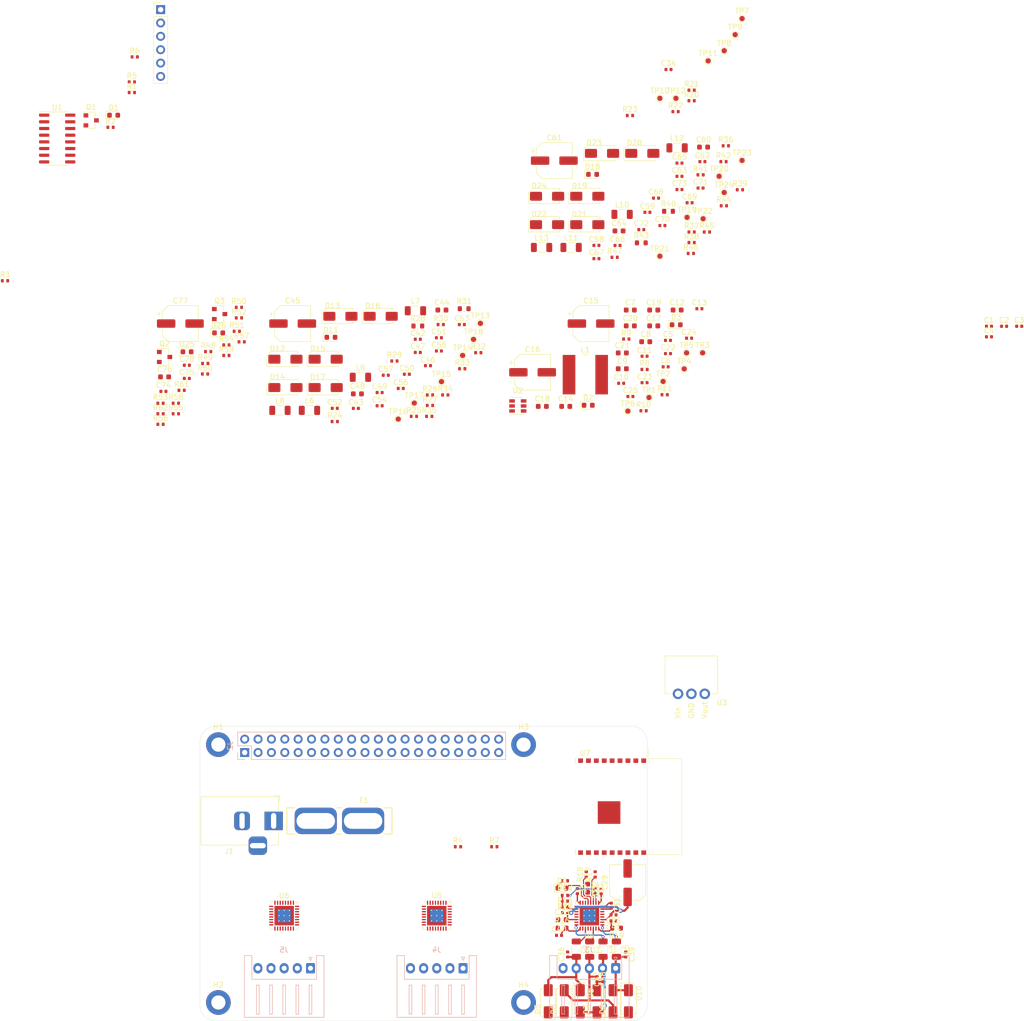
<source format=kicad_pcb>
(kicad_pcb (version 20171130) (host pcbnew 5.1.12-84ad8e8a86~92~ubuntu20.04.1)

  (general
    (thickness 1.6)
    (drawings 15)
    (tracks 153)
    (zones 0)
    (modules 224)
    (nets 161)
  )

  (page A4)
  (layers
    (0 F.Cu signal)
    (1 In1.Cu power hide)
    (2 In2.Cu power hide)
    (31 B.Cu signal)
    (32 B.Adhes user hide)
    (33 F.Adhes user hide)
    (34 B.Paste user hide)
    (35 F.Paste user hide)
    (36 B.SilkS user hide)
    (37 F.SilkS user hide)
    (38 B.Mask user hide)
    (39 F.Mask user hide)
    (40 Dwgs.User user hide)
    (41 Cmts.User user hide)
    (42 Eco1.User user hide)
    (43 Eco2.User user hide)
    (44 Edge.Cuts user)
    (45 Margin user hide)
    (46 B.CrtYd user hide)
    (47 F.CrtYd user)
    (48 B.Fab user hide)
    (49 F.Fab user hide)
  )

  (setup
    (last_trace_width 0.2)
    (user_trace_width 0.2)
    (user_trace_width 0.25)
    (user_trace_width 0.3)
    (user_trace_width 0.35)
    (user_trace_width 0.4)
    (user_trace_width 0.45)
    (user_trace_width 0.5)
    (trace_clearance 0.2)
    (zone_clearance 0.25)
    (zone_45_only no)
    (trace_min 0.127)
    (via_size 0.8)
    (via_drill 0.4)
    (via_min_size 0.45)
    (via_min_drill 0.2)
    (user_via 0.45 0.2)
    (user_via 0.5 0.25)
    (user_via 0.6 0.3)
    (user_via 0.7 0.35)
    (user_via 0.8 0.4)
    (user_via 0.9 0.45)
    (user_via 1 0.5)
    (uvia_size 0.3)
    (uvia_drill 0.1)
    (uvias_allowed no)
    (uvia_min_size 0.2)
    (uvia_min_drill 0.1)
    (edge_width 0.05)
    (segment_width 0.2)
    (pcb_text_width 0.3)
    (pcb_text_size 1.5 1.5)
    (mod_edge_width 0.12)
    (mod_text_size 1 1)
    (mod_text_width 0.15)
    (pad_size 1.524 1.524)
    (pad_drill 0.762)
    (pad_to_mask_clearance 0)
    (aux_axis_origin 0 0)
    (visible_elements FFFFFF7F)
    (pcbplotparams
      (layerselection 0x010fc_ffffffff)
      (usegerberextensions false)
      (usegerberattributes true)
      (usegerberadvancedattributes true)
      (creategerberjobfile true)
      (excludeedgelayer true)
      (linewidth 0.100000)
      (plotframeref false)
      (viasonmask false)
      (mode 1)
      (useauxorigin false)
      (hpglpennumber 1)
      (hpglpenspeed 20)
      (hpglpendiameter 15.000000)
      (psnegative false)
      (psa4output false)
      (plotreference true)
      (plotvalue true)
      (plotinvisibletext false)
      (padsonsilk false)
      (subtractmaskfromsilk false)
      (outputformat 1)
      (mirror false)
      (drillshape 1)
      (scaleselection 1)
      (outputdirectory ""))
  )

  (net 0 "")
  (net 1 +12V)
  (net 2 GND)
  (net 3 +5V)
  (net 4 +3V3)
  (net 5 "/Motor driver 0/VREF")
  (net 6 /OA1_0)
  (net 7 /OA2_0)
  (net 8 /OB1_0)
  (net 9 /OB2_0)
  (net 10 "/Motor driver 1/VREF")
  (net 11 /OA1_1)
  (net 12 /OA2_1)
  (net 13 /OB1_1)
  (net 14 /OB2_1)
  (net 15 "/Motor driver 2/VREF")
  (net 16 /OA1_2)
  (net 17 /OA2_2)
  (net 18 /OB1_2)
  (net 19 /OB2_2)
  (net 20 /ESP8266/~RST_ESP)
  (net 21 "Net-(D1-Pad1)")
  (net 22 "Net-(D2-Pad1)")
  (net 23 "Net-(D3-Pad1)")
  (net 24 "Net-(D4-Pad1)")
  (net 25 "Net-(D11-Pad1)")
  (net 26 "Net-(D18-Pad1)")
  (net 27 "Net-(D25-Pad1)")
  (net 28 /ESP8266/GPIO5_ESP)
  (net 29 "Net-(D26-Pad1)")
  (net 30 "Net-(F1-Pad1)")
  (net 31 "Net-(F1-Pad2)")
  (net 32 /GPIO2_PI)
  (net 33 /GPIO3_PI)
  (net 34 /GND_PI)
  (net 35 /GPIO4_PI)
  (net 36 "/UART_TX(14)_PI")
  (net 37 "/UART_RX(15)_PI")
  (net 38 /GPIO17_PI)
  (net 39 /GPIO18_PI)
  (net 40 /GPIO27_PI)
  (net 41 /GPIO22_PI)
  (net 42 /GPIO23_PI)
  (net 43 /GPIO24_PI)
  (net 44 "/MOSI(10)_PI")
  (net 45 "/MISO(9)_PI")
  (net 46 /GPIO25_PI)
  (net 47 "/CLK(11)_PI")
  (net 48 "/CE0(8)_PI")
  (net 49 /GPIO7_PI)
  (net 50 /GPIO0_PI)
  (net 51 /GPIO1_PI)
  (net 52 /GPIO5_PI)
  (net 53 /GPIO6_PI)
  (net 54 "/PWM0(12)_PI")
  (net 55 "/PWM1(13)_PI")
  (net 56 /GPIO19_PI)
  (net 57 /GPIO16_PI)
  (net 58 /GPIO26_PI)
  (net 59 /GPIO20_PI)
  (net 60 /GPIO21_PI)
  (net 61 "Net-(J3-Pad5)")
  (net 62 "Net-(J4-Pad5)")
  (net 63 "Net-(J5-Pad5)")
  (net 64 /ESP8266/~RTS_ESP)
  (net 65 /ESP8266/~DTR_ESP)
  (net 66 /ESP8266/RX_ESP)
  (net 67 /ESP8266/TX_ESP)
  (net 68 "/Motor driver 0/OA1_FILTERED")
  (net 69 "/Motor driver 0/OA2_FILTERED")
  (net 70 "/Motor driver 0/OB1_FILTERED")
  (net 71 "/Motor driver 0/OB2_FILTERED")
  (net 72 "/Motor driver 1/OA1_FILTERED")
  (net 73 "/Motor driver 1/OA2_FILTERED")
  (net 74 "/Motor driver 1/OB1_FILTERED")
  (net 75 "/Motor driver 1/OB2_FILTERED")
  (net 76 "/Motor driver 2/OA1_FILTERED")
  (net 77 "/Motor driver 2/OA2_FILTERED")
  (net 78 "/Motor driver 2/OB1_FILTERED")
  (net 79 "/Motor driver 2/OB2_FILTERED")
  (net 80 "Net-(Q1-Pad1)")
  (net 81 "Net-(Q2-Pad1)")
  (net 82 "Net-(Q3-Pad1)")
  (net 83 /ESP8266/GPIO0_ESP)
  (net 84 /ESP8266/ADC_ESP)
  (net 85 /GPIO4_ESP)
  (net 86 "/Motor driver 0/DIAG")
  (net 87 "/Motor driver 0/VREF_OVR")
  (net 88 "/Motor driver 0/MS1")
  (net 89 "/Motor driver 0/MS2")
  (net 90 "/PWM0_PI(12)")
  (net 91 "/Motor driver 0/~PDN_UART")
  (net 92 "/Motor driver 1/DIAG")
  (net 93 "/Motor driver 1/VREF_OVR")
  (net 94 "/Motor driver 1/MS1")
  (net 95 "/Motor driver 1/MS2")
  (net 96 "/PWM1_PI(13)")
  (net 97 "/Motor driver 1/~PDN_UART")
  (net 98 "/Motor driver 2/DIAG")
  (net 99 "/Motor driver 2/VREF_OVR")
  (net 100 "/Motor driver 2/MS1")
  (net 101 "/Motor driver 2/MS2")
  (net 102 "/Motor driver 2/~PDN_UART")
  (net 103 /ESP8266/GPIO2_ESP)
  (net 104 /ESP8266/EN_ESP)
  (net 105 "Net-(U1-Pad1)")
  (net 106 "Net-(U1-Pad2)")
  (net 107 "Net-(U1-Pad4)")
  (net 108 "Net-(U1-Pad5)")
  (net 109 "Net-(U1-Pad12)")
  (net 110 "Net-(U4-Pad2)")
  (net 111 "Net-(U5-Pad2)")
  (net 112 "Net-(U6-Pad2)")
  (net 113 /ESP8266/~RST)
  (net 114 VD)
  (net 115 "Net-(C1-Pad2)")
  (net 116 "Net-(C2-Pad2)")
  (net 117 "Net-(C3-Pad2)")
  (net 118 "Net-(C4-Pad2)")
  (net 119 "Net-(C13-Pad2)")
  (net 120 "Net-(C13-Pad1)")
  (net 121 "Net-(C31-Pad1)")
  (net 122 "Net-(C33-Pad2)")
  (net 123 "Net-(C33-Pad1)")
  (net 124 "Net-(C40-Pad2)")
  (net 125 "Net-(C41-Pad2)")
  (net 126 "Net-(C47-Pad1)")
  (net 127 "Net-(C49-Pad2)")
  (net 128 "Net-(C49-Pad1)")
  (net 129 "Net-(C56-Pad2)")
  (net 130 "Net-(C57-Pad2)")
  (net 131 "Net-(C63-Pad1)")
  (net 132 "Net-(C65-Pad2)")
  (net 133 "Net-(C65-Pad1)")
  (net 134 "Net-(C72-Pad2)")
  (net 135 "Net-(C73-Pad2)")
  (net 136 "Net-(R10-Pad2)")
  (net 137 "/Motor driver 0/V5V_REF")
  (net 138 "/Motor driver 1/V5V_REF")
  (net 139 "/Motor driver 2/V5V_REF")
  (net 140 "Net-(U4-Pad31)")
  (net 141 "Net-(U4-Pad29)")
  (net 142 "Net-(U4-Pad28)")
  (net 143 "Net-(U4-Pad26)")
  (net 144 "Net-(U4-Pad23)")
  (net 145 "Net-(U4-Pad21)")
  (net 146 "Net-(U4-Pad4)")
  (net 147 "Net-(U5-Pad31)")
  (net 148 "Net-(U5-Pad29)")
  (net 149 "Net-(U5-Pad28)")
  (net 150 "Net-(U5-Pad26)")
  (net 151 "Net-(U5-Pad23)")
  (net 152 "Net-(U5-Pad21)")
  (net 153 "Net-(U5-Pad4)")
  (net 154 "Net-(U6-Pad31)")
  (net 155 "Net-(U6-Pad29)")
  (net 156 "Net-(U6-Pad28)")
  (net 157 "Net-(U6-Pad26)")
  (net 158 "Net-(U6-Pad23)")
  (net 159 "Net-(U6-Pad21)")
  (net 160 "Net-(U6-Pad4)")

  (net_class Default "This is the default net class."
    (clearance 0.2)
    (trace_width 0.25)
    (via_dia 0.8)
    (via_drill 0.4)
    (uvia_dia 0.3)
    (uvia_drill 0.1)
    (add_net +12V)
    (add_net +3V3)
    (add_net +5V)
    (add_net "/CE0(8)_PI")
    (add_net "/CLK(11)_PI")
    (add_net /ESP8266/ADC_ESP)
    (add_net /ESP8266/EN_ESP)
    (add_net /ESP8266/GPIO0_ESP)
    (add_net /ESP8266/GPIO2_ESP)
    (add_net /ESP8266/GPIO5_ESP)
    (add_net /ESP8266/RX_ESP)
    (add_net /ESP8266/TX_ESP)
    (add_net /ESP8266/~DTR_ESP)
    (add_net /ESP8266/~RST)
    (add_net /ESP8266/~RST_ESP)
    (add_net /ESP8266/~RTS_ESP)
    (add_net /GND_PI)
    (add_net /GPIO0_PI)
    (add_net /GPIO16_PI)
    (add_net /GPIO17_PI)
    (add_net /GPIO18_PI)
    (add_net /GPIO19_PI)
    (add_net /GPIO1_PI)
    (add_net /GPIO20_PI)
    (add_net /GPIO21_PI)
    (add_net /GPIO22_PI)
    (add_net /GPIO23_PI)
    (add_net /GPIO24_PI)
    (add_net /GPIO25_PI)
    (add_net /GPIO26_PI)
    (add_net /GPIO27_PI)
    (add_net /GPIO2_PI)
    (add_net /GPIO3_PI)
    (add_net /GPIO4_ESP)
    (add_net /GPIO4_PI)
    (add_net /GPIO5_PI)
    (add_net /GPIO6_PI)
    (add_net /GPIO7_PI)
    (add_net "/MISO(9)_PI")
    (add_net "/MOSI(10)_PI")
    (add_net "/Motor driver 0/DIAG")
    (add_net "/Motor driver 0/MS1")
    (add_net "/Motor driver 0/MS2")
    (add_net "/Motor driver 0/OA1_FILTERED")
    (add_net "/Motor driver 0/OA2_FILTERED")
    (add_net "/Motor driver 0/OB1_FILTERED")
    (add_net "/Motor driver 0/OB2_FILTERED")
    (add_net "/Motor driver 0/V5V_REF")
    (add_net "/Motor driver 0/VREF")
    (add_net "/Motor driver 0/VREF_OVR")
    (add_net "/Motor driver 0/~PDN_UART")
    (add_net "/Motor driver 1/DIAG")
    (add_net "/Motor driver 1/MS1")
    (add_net "/Motor driver 1/MS2")
    (add_net "/Motor driver 1/OA1_FILTERED")
    (add_net "/Motor driver 1/OA2_FILTERED")
    (add_net "/Motor driver 1/OB1_FILTERED")
    (add_net "/Motor driver 1/OB2_FILTERED")
    (add_net "/Motor driver 1/V5V_REF")
    (add_net "/Motor driver 1/VREF")
    (add_net "/Motor driver 1/VREF_OVR")
    (add_net "/Motor driver 1/~PDN_UART")
    (add_net "/Motor driver 2/DIAG")
    (add_net "/Motor driver 2/MS1")
    (add_net "/Motor driver 2/MS2")
    (add_net "/Motor driver 2/OA1_FILTERED")
    (add_net "/Motor driver 2/OA2_FILTERED")
    (add_net "/Motor driver 2/OB1_FILTERED")
    (add_net "/Motor driver 2/OB2_FILTERED")
    (add_net "/Motor driver 2/V5V_REF")
    (add_net "/Motor driver 2/VREF")
    (add_net "/Motor driver 2/VREF_OVR")
    (add_net "/Motor driver 2/~PDN_UART")
    (add_net /OA1_0)
    (add_net /OA1_1)
    (add_net /OA1_2)
    (add_net /OA2_0)
    (add_net /OA2_1)
    (add_net /OA2_2)
    (add_net /OB1_0)
    (add_net /OB1_1)
    (add_net /OB1_2)
    (add_net /OB2_0)
    (add_net /OB2_1)
    (add_net /OB2_2)
    (add_net "/PWM0(12)_PI")
    (add_net "/PWM0_PI(12)")
    (add_net "/PWM1(13)_PI")
    (add_net "/PWM1_PI(13)")
    (add_net "/UART_RX(15)_PI")
    (add_net "/UART_TX(14)_PI")
    (add_net GND)
    (add_net "Net-(C1-Pad2)")
    (add_net "Net-(C13-Pad1)")
    (add_net "Net-(C13-Pad2)")
    (add_net "Net-(C2-Pad2)")
    (add_net "Net-(C3-Pad2)")
    (add_net "Net-(C31-Pad1)")
    (add_net "Net-(C33-Pad1)")
    (add_net "Net-(C33-Pad2)")
    (add_net "Net-(C4-Pad2)")
    (add_net "Net-(C40-Pad2)")
    (add_net "Net-(C41-Pad2)")
    (add_net "Net-(C47-Pad1)")
    (add_net "Net-(C49-Pad1)")
    (add_net "Net-(C49-Pad2)")
    (add_net "Net-(C56-Pad2)")
    (add_net "Net-(C57-Pad2)")
    (add_net "Net-(C63-Pad1)")
    (add_net "Net-(C65-Pad1)")
    (add_net "Net-(C65-Pad2)")
    (add_net "Net-(C72-Pad2)")
    (add_net "Net-(C73-Pad2)")
    (add_net "Net-(D1-Pad1)")
    (add_net "Net-(D11-Pad1)")
    (add_net "Net-(D18-Pad1)")
    (add_net "Net-(D2-Pad1)")
    (add_net "Net-(D25-Pad1)")
    (add_net "Net-(D26-Pad1)")
    (add_net "Net-(D3-Pad1)")
    (add_net "Net-(D4-Pad1)")
    (add_net "Net-(F1-Pad1)")
    (add_net "Net-(F1-Pad2)")
    (add_net "Net-(J3-Pad5)")
    (add_net "Net-(J4-Pad5)")
    (add_net "Net-(J5-Pad5)")
    (add_net "Net-(Q1-Pad1)")
    (add_net "Net-(Q2-Pad1)")
    (add_net "Net-(Q3-Pad1)")
    (add_net "Net-(R10-Pad2)")
    (add_net "Net-(U1-Pad1)")
    (add_net "Net-(U1-Pad12)")
    (add_net "Net-(U1-Pad2)")
    (add_net "Net-(U1-Pad4)")
    (add_net "Net-(U1-Pad5)")
    (add_net "Net-(U4-Pad2)")
    (add_net "Net-(U4-Pad21)")
    (add_net "Net-(U4-Pad23)")
    (add_net "Net-(U4-Pad26)")
    (add_net "Net-(U4-Pad28)")
    (add_net "Net-(U4-Pad29)")
    (add_net "Net-(U4-Pad31)")
    (add_net "Net-(U4-Pad4)")
    (add_net "Net-(U5-Pad2)")
    (add_net "Net-(U5-Pad21)")
    (add_net "Net-(U5-Pad23)")
    (add_net "Net-(U5-Pad26)")
    (add_net "Net-(U5-Pad28)")
    (add_net "Net-(U5-Pad29)")
    (add_net "Net-(U5-Pad31)")
    (add_net "Net-(U5-Pad4)")
    (add_net "Net-(U6-Pad2)")
    (add_net "Net-(U6-Pad21)")
    (add_net "Net-(U6-Pad23)")
    (add_net "Net-(U6-Pad26)")
    (add_net "Net-(U6-Pad28)")
    (add_net "Net-(U6-Pad29)")
    (add_net "Net-(U6-Pad31)")
    (add_net "Net-(U6-Pad4)")
    (add_net VD)
  )

  (module Resistor_SMD:R_0402_1005Metric (layer F.Cu) (tedit 5F68FEEE) (tstamp 61960C8A)
    (at 121.555001 -11.184999)
    (descr "Resistor SMD 0402 (1005 Metric), square (rectangular) end terminal, IPC_7351 nominal, (Body size source: IPC-SM-782 page 72, https://www.pcb-3d.com/wordpress/wp-content/uploads/ipc-sm-782a_amendment_1_and_2.pdf), generated with kicad-footprint-generator")
    (tags resistor)
    (path /61A0DE56/61D10542)
    (attr smd)
    (fp_text reference R48 (at 0 -1.17) (layer F.SilkS)
      (effects (font (size 1 1) (thickness 0.15)))
    )
    (fp_text value "1.3 k" (at 0 1.17) (layer F.Fab)
      (effects (font (size 1 1) (thickness 0.15)))
    )
    (fp_text user %R (at 0 0) (layer F.Fab)
      (effects (font (size 0.26 0.26) (thickness 0.04)))
    )
    (fp_line (start -0.525 0.27) (end -0.525 -0.27) (layer F.Fab) (width 0.1))
    (fp_line (start -0.525 -0.27) (end 0.525 -0.27) (layer F.Fab) (width 0.1))
    (fp_line (start 0.525 -0.27) (end 0.525 0.27) (layer F.Fab) (width 0.1))
    (fp_line (start 0.525 0.27) (end -0.525 0.27) (layer F.Fab) (width 0.1))
    (fp_line (start -0.153641 -0.38) (end 0.153641 -0.38) (layer F.SilkS) (width 0.12))
    (fp_line (start -0.153641 0.38) (end 0.153641 0.38) (layer F.SilkS) (width 0.12))
    (fp_line (start -0.93 0.47) (end -0.93 -0.47) (layer F.CrtYd) (width 0.05))
    (fp_line (start -0.93 -0.47) (end 0.93 -0.47) (layer F.CrtYd) (width 0.05))
    (fp_line (start 0.93 -0.47) (end 0.93 0.47) (layer F.CrtYd) (width 0.05))
    (fp_line (start 0.93 0.47) (end -0.93 0.47) (layer F.CrtYd) (width 0.05))
    (pad 2 smd roundrect (at 0.51 0) (size 0.54 0.64) (layers F.Cu F.Paste F.Mask) (roundrect_rratio 0.25)
      (net 27 "Net-(D25-Pad1)"))
    (pad 1 smd roundrect (at -0.51 0) (size 0.54 0.64) (layers F.Cu F.Paste F.Mask) (roundrect_rratio 0.25)
      (net 2 GND))
    (model ${KISYS3DMOD}/Resistor_SMD.3dshapes/R_0402_1005Metric.wrl
      (at (xyz 0 0 0))
      (scale (xyz 1 1 1))
      (rotate (xyz 0 0 0))
    )
  )

  (module Resistor_SMD:R_0402_1005Metric (layer F.Cu) (tedit 5F68FEEE) (tstamp 61960C24)
    (at 219.485001 -47.284999)
    (descr "Resistor SMD 0402 (1005 Metric), square (rectangular) end terminal, IPC_7351 nominal, (Body size source: IPC-SM-782 page 72, https://www.pcb-3d.com/wordpress/wp-content/uploads/ipc-sm-782a_amendment_1_and_2.pdf), generated with kicad-footprint-generator")
    (tags resistor)
    (path /606B5506/61B62C1C)
    (attr smd)
    (fp_text reference R42 (at 0 -1.17) (layer F.SilkS)
      (effects (font (size 1 1) (thickness 0.15)))
    )
    (fp_text value "3.4 k" (at 0 1.17) (layer F.Fab)
      (effects (font (size 1 1) (thickness 0.15)))
    )
    (fp_text user %R (at 0 0) (layer F.Fab)
      (effects (font (size 0.26 0.26) (thickness 0.04)))
    )
    (fp_line (start -0.525 0.27) (end -0.525 -0.27) (layer F.Fab) (width 0.1))
    (fp_line (start -0.525 -0.27) (end 0.525 -0.27) (layer F.Fab) (width 0.1))
    (fp_line (start 0.525 -0.27) (end 0.525 0.27) (layer F.Fab) (width 0.1))
    (fp_line (start 0.525 0.27) (end -0.525 0.27) (layer F.Fab) (width 0.1))
    (fp_line (start -0.153641 -0.38) (end 0.153641 -0.38) (layer F.SilkS) (width 0.12))
    (fp_line (start -0.153641 0.38) (end 0.153641 0.38) (layer F.SilkS) (width 0.12))
    (fp_line (start -0.93 0.47) (end -0.93 -0.47) (layer F.CrtYd) (width 0.05))
    (fp_line (start -0.93 -0.47) (end 0.93 -0.47) (layer F.CrtYd) (width 0.05))
    (fp_line (start 0.93 -0.47) (end 0.93 0.47) (layer F.CrtYd) (width 0.05))
    (fp_line (start 0.93 0.47) (end -0.93 0.47) (layer F.CrtYd) (width 0.05))
    (pad 2 smd roundrect (at 0.51 0) (size 0.54 0.64) (layers F.Cu F.Paste F.Mask) (roundrect_rratio 0.25)
      (net 114 VD))
    (pad 1 smd roundrect (at -0.51 0) (size 0.54 0.64) (layers F.Cu F.Paste F.Mask) (roundrect_rratio 0.25)
      (net 101 "/Motor driver 2/MS2"))
    (model ${KISYS3DMOD}/Resistor_SMD.3dshapes/R_0402_1005Metric.wrl
      (at (xyz 0 0 0))
      (scale (xyz 1 1 1))
      (rotate (xyz 0 0 0))
    )
  )

  (module Resistor_SMD:R_0402_1005Metric (layer F.Cu) (tedit 5F68FEEE) (tstamp 61960C13)
    (at 215.125001 -44.774999)
    (descr "Resistor SMD 0402 (1005 Metric), square (rectangular) end terminal, IPC_7351 nominal, (Body size source: IPC-SM-782 page 72, https://www.pcb-3d.com/wordpress/wp-content/uploads/ipc-sm-782a_amendment_1_and_2.pdf), generated with kicad-footprint-generator")
    (tags resistor)
    (path /606B5506/6039C2BD)
    (attr smd)
    (fp_text reference R41 (at 0 -1.17) (layer F.SilkS)
      (effects (font (size 1 1) (thickness 0.15)))
    )
    (fp_text value "3.4 k" (at 0 1.17) (layer F.Fab)
      (effects (font (size 1 1) (thickness 0.15)))
    )
    (fp_text user %R (at 0 0) (layer F.Fab)
      (effects (font (size 0.26 0.26) (thickness 0.04)))
    )
    (fp_line (start -0.525 0.27) (end -0.525 -0.27) (layer F.Fab) (width 0.1))
    (fp_line (start -0.525 -0.27) (end 0.525 -0.27) (layer F.Fab) (width 0.1))
    (fp_line (start 0.525 -0.27) (end 0.525 0.27) (layer F.Fab) (width 0.1))
    (fp_line (start 0.525 0.27) (end -0.525 0.27) (layer F.Fab) (width 0.1))
    (fp_line (start -0.153641 -0.38) (end 0.153641 -0.38) (layer F.SilkS) (width 0.12))
    (fp_line (start -0.153641 0.38) (end 0.153641 0.38) (layer F.SilkS) (width 0.12))
    (fp_line (start -0.93 0.47) (end -0.93 -0.47) (layer F.CrtYd) (width 0.05))
    (fp_line (start -0.93 -0.47) (end 0.93 -0.47) (layer F.CrtYd) (width 0.05))
    (fp_line (start 0.93 -0.47) (end 0.93 0.47) (layer F.CrtYd) (width 0.05))
    (fp_line (start 0.93 0.47) (end -0.93 0.47) (layer F.CrtYd) (width 0.05))
    (pad 2 smd roundrect (at 0.51 0) (size 0.54 0.64) (layers F.Cu F.Paste F.Mask) (roundrect_rratio 0.25)
      (net 114 VD))
    (pad 1 smd roundrect (at -0.51 0) (size 0.54 0.64) (layers F.Cu F.Paste F.Mask) (roundrect_rratio 0.25)
      (net 100 "/Motor driver 2/MS1"))
    (model ${KISYS3DMOD}/Resistor_SMD.3dshapes/R_0402_1005Metric.wrl
      (at (xyz 0 0 0))
      (scale (xyz 1 1 1))
      (rotate (xyz 0 0 0))
    )
  )

  (module Resistor_SMD:R_0402_1005Metric (layer F.Cu) (tedit 5F68FEEE) (tstamp 61960B36)
    (at 165.755001 -16.324999)
    (descr "Resistor SMD 0402 (1005 Metric), square (rectangular) end terminal, IPC_7351 nominal, (Body size source: IPC-SM-782 page 72, https://www.pcb-3d.com/wordpress/wp-content/uploads/ipc-sm-782a_amendment_1_and_2.pdf), generated with kicad-footprint-generator")
    (tags resistor)
    (path /606B2804/61B62C1C)
    (attr smd)
    (fp_text reference R30 (at 0 -1.17) (layer F.SilkS)
      (effects (font (size 1 1) (thickness 0.15)))
    )
    (fp_text value "3.4 k" (at 0 1.17) (layer F.Fab)
      (effects (font (size 1 1) (thickness 0.15)))
    )
    (fp_text user %R (at 0 0) (layer F.Fab)
      (effects (font (size 0.26 0.26) (thickness 0.04)))
    )
    (fp_line (start -0.525 0.27) (end -0.525 -0.27) (layer F.Fab) (width 0.1))
    (fp_line (start -0.525 -0.27) (end 0.525 -0.27) (layer F.Fab) (width 0.1))
    (fp_line (start 0.525 -0.27) (end 0.525 0.27) (layer F.Fab) (width 0.1))
    (fp_line (start 0.525 0.27) (end -0.525 0.27) (layer F.Fab) (width 0.1))
    (fp_line (start -0.153641 -0.38) (end 0.153641 -0.38) (layer F.SilkS) (width 0.12))
    (fp_line (start -0.153641 0.38) (end 0.153641 0.38) (layer F.SilkS) (width 0.12))
    (fp_line (start -0.93 0.47) (end -0.93 -0.47) (layer F.CrtYd) (width 0.05))
    (fp_line (start -0.93 -0.47) (end 0.93 -0.47) (layer F.CrtYd) (width 0.05))
    (fp_line (start 0.93 -0.47) (end 0.93 0.47) (layer F.CrtYd) (width 0.05))
    (fp_line (start 0.93 0.47) (end -0.93 0.47) (layer F.CrtYd) (width 0.05))
    (pad 2 smd roundrect (at 0.51 0) (size 0.54 0.64) (layers F.Cu F.Paste F.Mask) (roundrect_rratio 0.25)
      (net 114 VD))
    (pad 1 smd roundrect (at -0.51 0) (size 0.54 0.64) (layers F.Cu F.Paste F.Mask) (roundrect_rratio 0.25)
      (net 95 "/Motor driver 1/MS2"))
    (model ${KISYS3DMOD}/Resistor_SMD.3dshapes/R_0402_1005Metric.wrl
      (at (xyz 0 0 0))
      (scale (xyz 1 1 1))
      (rotate (xyz 0 0 0))
    )
  )

  (module Resistor_SMD:R_0402_1005Metric (layer F.Cu) (tedit 5F68FEEE) (tstamp 61960B25)
    (at 156.945001 -9.394999)
    (descr "Resistor SMD 0402 (1005 Metric), square (rectangular) end terminal, IPC_7351 nominal, (Body size source: IPC-SM-782 page 72, https://www.pcb-3d.com/wordpress/wp-content/uploads/ipc-sm-782a_amendment_1_and_2.pdf), generated with kicad-footprint-generator")
    (tags resistor)
    (path /606B2804/6039C2BD)
    (attr smd)
    (fp_text reference R29 (at 0 -1.17) (layer F.SilkS)
      (effects (font (size 1 1) (thickness 0.15)))
    )
    (fp_text value "3.4 k" (at 0 1.17) (layer F.Fab)
      (effects (font (size 1 1) (thickness 0.15)))
    )
    (fp_text user %R (at 0 0) (layer F.Fab)
      (effects (font (size 0.26 0.26) (thickness 0.04)))
    )
    (fp_line (start -0.525 0.27) (end -0.525 -0.27) (layer F.Fab) (width 0.1))
    (fp_line (start -0.525 -0.27) (end 0.525 -0.27) (layer F.Fab) (width 0.1))
    (fp_line (start 0.525 -0.27) (end 0.525 0.27) (layer F.Fab) (width 0.1))
    (fp_line (start 0.525 0.27) (end -0.525 0.27) (layer F.Fab) (width 0.1))
    (fp_line (start -0.153641 -0.38) (end 0.153641 -0.38) (layer F.SilkS) (width 0.12))
    (fp_line (start -0.153641 0.38) (end 0.153641 0.38) (layer F.SilkS) (width 0.12))
    (fp_line (start -0.93 0.47) (end -0.93 -0.47) (layer F.CrtYd) (width 0.05))
    (fp_line (start -0.93 -0.47) (end 0.93 -0.47) (layer F.CrtYd) (width 0.05))
    (fp_line (start 0.93 -0.47) (end 0.93 0.47) (layer F.CrtYd) (width 0.05))
    (fp_line (start 0.93 0.47) (end -0.93 0.47) (layer F.CrtYd) (width 0.05))
    (pad 2 smd roundrect (at 0.51 0) (size 0.54 0.64) (layers F.Cu F.Paste F.Mask) (roundrect_rratio 0.25)
      (net 114 VD))
    (pad 1 smd roundrect (at -0.51 0) (size 0.54 0.64) (layers F.Cu F.Paste F.Mask) (roundrect_rratio 0.25)
      (net 94 "/Motor driver 1/MS1"))
    (model ${KISYS3DMOD}/Resistor_SMD.3dshapes/R_0402_1005Metric.wrl
      (at (xyz 0 0 0))
      (scale (xyz 1 1 1))
      (rotate (xyz 0 0 0))
    )
  )

  (module Resistor_SMD:R_0402_1005Metric (layer F.Cu) (tedit 5F68FEEE) (tstamp 61960A48)
    (at 193.411866 88.1634 90)
    (descr "Resistor SMD 0402 (1005 Metric), square (rectangular) end terminal, IPC_7351 nominal, (Body size source: IPC-SM-782 page 72, https://www.pcb-3d.com/wordpress/wp-content/uploads/ipc-sm-782a_amendment_1_and_2.pdf), generated with kicad-footprint-generator")
    (tags resistor)
    (path /60355F25/61B62C1C)
    (attr smd)
    (fp_text reference R18 (at 0 -1.17 90) (layer F.SilkS)
      (effects (font (size 1 1) (thickness 0.15)))
    )
    (fp_text value "3.4 k" (at 0 1.17 90) (layer F.Fab)
      (effects (font (size 1 1) (thickness 0.15)))
    )
    (fp_text user %R (at 0 0 90) (layer F.Fab)
      (effects (font (size 0.26 0.26) (thickness 0.04)))
    )
    (fp_line (start -0.525 0.27) (end -0.525 -0.27) (layer F.Fab) (width 0.1))
    (fp_line (start -0.525 -0.27) (end 0.525 -0.27) (layer F.Fab) (width 0.1))
    (fp_line (start 0.525 -0.27) (end 0.525 0.27) (layer F.Fab) (width 0.1))
    (fp_line (start 0.525 0.27) (end -0.525 0.27) (layer F.Fab) (width 0.1))
    (fp_line (start -0.153641 -0.38) (end 0.153641 -0.38) (layer F.SilkS) (width 0.12))
    (fp_line (start -0.153641 0.38) (end 0.153641 0.38) (layer F.SilkS) (width 0.12))
    (fp_line (start -0.93 0.47) (end -0.93 -0.47) (layer F.CrtYd) (width 0.05))
    (fp_line (start -0.93 -0.47) (end 0.93 -0.47) (layer F.CrtYd) (width 0.05))
    (fp_line (start 0.93 -0.47) (end 0.93 0.47) (layer F.CrtYd) (width 0.05))
    (fp_line (start 0.93 0.47) (end -0.93 0.47) (layer F.CrtYd) (width 0.05))
    (pad 2 smd roundrect (at 0.51 0 90) (size 0.54 0.64) (layers F.Cu F.Paste F.Mask) (roundrect_rratio 0.25)
      (net 114 VD))
    (pad 1 smd roundrect (at -0.51 0 90) (size 0.54 0.64) (layers F.Cu F.Paste F.Mask) (roundrect_rratio 0.25)
      (net 89 "/Motor driver 0/MS2"))
    (model ${KISYS3DMOD}/Resistor_SMD.3dshapes/R_0402_1005Metric.wrl
      (at (xyz 0 0 0))
      (scale (xyz 1 1 1))
      (rotate (xyz 0 0 0))
    )
  )

  (module Resistor_SMD:R_0402_1005Metric (layer F.Cu) (tedit 5F68FEEE) (tstamp 61960A37)
    (at 195.0974 88.1634 90)
    (descr "Resistor SMD 0402 (1005 Metric), square (rectangular) end terminal, IPC_7351 nominal, (Body size source: IPC-SM-782 page 72, https://www.pcb-3d.com/wordpress/wp-content/uploads/ipc-sm-782a_amendment_1_and_2.pdf), generated with kicad-footprint-generator")
    (tags resistor)
    (path /60355F25/6039C2BD)
    (attr smd)
    (fp_text reference R17 (at 0 -1.17 90) (layer F.SilkS)
      (effects (font (size 1 1) (thickness 0.15)))
    )
    (fp_text value "3.4 k" (at 0 1.17 90) (layer F.Fab)
      (effects (font (size 1 1) (thickness 0.15)))
    )
    (fp_text user %R (at 0 0 90) (layer F.Fab)
      (effects (font (size 0.26 0.26) (thickness 0.04)))
    )
    (fp_line (start -0.525 0.27) (end -0.525 -0.27) (layer F.Fab) (width 0.1))
    (fp_line (start -0.525 -0.27) (end 0.525 -0.27) (layer F.Fab) (width 0.1))
    (fp_line (start 0.525 -0.27) (end 0.525 0.27) (layer F.Fab) (width 0.1))
    (fp_line (start 0.525 0.27) (end -0.525 0.27) (layer F.Fab) (width 0.1))
    (fp_line (start -0.153641 -0.38) (end 0.153641 -0.38) (layer F.SilkS) (width 0.12))
    (fp_line (start -0.153641 0.38) (end 0.153641 0.38) (layer F.SilkS) (width 0.12))
    (fp_line (start -0.93 0.47) (end -0.93 -0.47) (layer F.CrtYd) (width 0.05))
    (fp_line (start -0.93 -0.47) (end 0.93 -0.47) (layer F.CrtYd) (width 0.05))
    (fp_line (start 0.93 -0.47) (end 0.93 0.47) (layer F.CrtYd) (width 0.05))
    (fp_line (start 0.93 0.47) (end -0.93 0.47) (layer F.CrtYd) (width 0.05))
    (pad 2 smd roundrect (at 0.51 0 90) (size 0.54 0.64) (layers F.Cu F.Paste F.Mask) (roundrect_rratio 0.25)
      (net 114 VD))
    (pad 1 smd roundrect (at -0.51 0 90) (size 0.54 0.64) (layers F.Cu F.Paste F.Mask) (roundrect_rratio 0.25)
      (net 88 "/Motor driver 0/MS1"))
    (model ${KISYS3DMOD}/Resistor_SMD.3dshapes/R_0402_1005Metric.wrl
      (at (xyz 0 0 0))
      (scale (xyz 1 1 1))
      (rotate (xyz 0 0 0))
    )
  )

  (module Resistor_SMD:R_0402_1005Metric (layer F.Cu) (tedit 5F68FEEE) (tstamp 6196096B)
    (at 204.485001 -7.794999)
    (descr "Resistor SMD 0402 (1005 Metric), square (rectangular) end terminal, IPC_7351 nominal, (Body size source: IPC-SM-782 page 72, https://www.pcb-3d.com/wordpress/wp-content/uploads/ipc-sm-782a_amendment_1_and_2.pdf), generated with kicad-footprint-generator")
    (tags resistor)
    (path /60C6E8D2/60569285)
    (attr smd)
    (fp_text reference R8 (at 0 -1.17) (layer F.SilkS)
      (effects (font (size 1 1) (thickness 0.15)))
    )
    (fp_text value "3.4 k" (at 0 1.17) (layer F.Fab)
      (effects (font (size 1 1) (thickness 0.15)))
    )
    (fp_text user %R (at 0 0) (layer F.Fab)
      (effects (font (size 0.26 0.26) (thickness 0.04)))
    )
    (fp_line (start -0.525 0.27) (end -0.525 -0.27) (layer F.Fab) (width 0.1))
    (fp_line (start -0.525 -0.27) (end 0.525 -0.27) (layer F.Fab) (width 0.1))
    (fp_line (start 0.525 -0.27) (end 0.525 0.27) (layer F.Fab) (width 0.1))
    (fp_line (start 0.525 0.27) (end -0.525 0.27) (layer F.Fab) (width 0.1))
    (fp_line (start -0.153641 -0.38) (end 0.153641 -0.38) (layer F.SilkS) (width 0.12))
    (fp_line (start -0.153641 0.38) (end 0.153641 0.38) (layer F.SilkS) (width 0.12))
    (fp_line (start -0.93 0.47) (end -0.93 -0.47) (layer F.CrtYd) (width 0.05))
    (fp_line (start -0.93 -0.47) (end 0.93 -0.47) (layer F.CrtYd) (width 0.05))
    (fp_line (start 0.93 -0.47) (end 0.93 0.47) (layer F.CrtYd) (width 0.05))
    (fp_line (start 0.93 0.47) (end -0.93 0.47) (layer F.CrtYd) (width 0.05))
    (pad 2 smd roundrect (at 0.51 0) (size 0.54 0.64) (layers F.Cu F.Paste F.Mask) (roundrect_rratio 0.25)
      (net 23 "Net-(D3-Pad1)"))
    (pad 1 smd roundrect (at -0.51 0) (size 0.54 0.64) (layers F.Cu F.Paste F.Mask) (roundrect_rratio 0.25)
      (net 2 GND))
    (model ${KISYS3DMOD}/Resistor_SMD.3dshapes/R_0402_1005Metric.wrl
      (at (xyz 0 0 0))
      (scale (xyz 1 1 1))
      (rotate (xyz 0 0 0))
    )
  )

  (module Resistor_SMD:R_0402_1005Metric (layer F.Cu) (tedit 5F68FEEE) (tstamp 61960949)
    (at 107.605001 -67.184999)
    (descr "Resistor SMD 0402 (1005 Metric), square (rectangular) end terminal, IPC_7351 nominal, (Body size source: IPC-SM-782 page 72, https://www.pcb-3d.com/wordpress/wp-content/uploads/ipc-sm-782a_amendment_1_and_2.pdf), generated with kicad-footprint-generator")
    (tags resistor)
    (path /61E0003C)
    (attr smd)
    (fp_text reference R6 (at 0 -1.17) (layer F.SilkS)
      (effects (font (size 1 1) (thickness 0.15)))
    )
    (fp_text value "3.4 k" (at 0 1.17) (layer F.Fab)
      (effects (font (size 1 1) (thickness 0.15)))
    )
    (fp_text user %R (at 0 0) (layer F.Fab)
      (effects (font (size 0.26 0.26) (thickness 0.04)))
    )
    (fp_line (start -0.525 0.27) (end -0.525 -0.27) (layer F.Fab) (width 0.1))
    (fp_line (start -0.525 -0.27) (end 0.525 -0.27) (layer F.Fab) (width 0.1))
    (fp_line (start 0.525 -0.27) (end 0.525 0.27) (layer F.Fab) (width 0.1))
    (fp_line (start 0.525 0.27) (end -0.525 0.27) (layer F.Fab) (width 0.1))
    (fp_line (start -0.153641 -0.38) (end 0.153641 -0.38) (layer F.SilkS) (width 0.12))
    (fp_line (start -0.153641 0.38) (end 0.153641 0.38) (layer F.SilkS) (width 0.12))
    (fp_line (start -0.93 0.47) (end -0.93 -0.47) (layer F.CrtYd) (width 0.05))
    (fp_line (start -0.93 -0.47) (end 0.93 -0.47) (layer F.CrtYd) (width 0.05))
    (fp_line (start 0.93 -0.47) (end 0.93 0.47) (layer F.CrtYd) (width 0.05))
    (fp_line (start 0.93 0.47) (end -0.93 0.47) (layer F.CrtYd) (width 0.05))
    (pad 2 smd roundrect (at 0.51 0) (size 0.54 0.64) (layers F.Cu F.Paste F.Mask) (roundrect_rratio 0.25)
      (net 2 GND))
    (pad 1 smd roundrect (at -0.51 0) (size 0.54 0.64) (layers F.Cu F.Paste F.Mask) (roundrect_rratio 0.25)
      (net 84 /ESP8266/ADC_ESP))
    (model ${KISYS3DMOD}/Resistor_SMD.3dshapes/R_0402_1005Metric.wrl
      (at (xyz 0 0 0))
      (scale (xyz 1 1 1))
      (rotate (xyz 0 0 0))
    )
  )

  (module SaMcam_shield:Motor_Driver_Trinamic_TMC2202-WA (layer F.Cu) (tedit 6196AAFE) (tstamp 619DAA7A)
    (at 194 96 180)
    (descr "Motor driver")
    (tags "Motor driver")
    (path /60355F25/60356E5D)
    (attr smd)
    (fp_text reference U4 (at 0 -3.8) (layer F.SilkS)
      (effects (font (size 1 1) (thickness 0.15)))
    )
    (fp_text value TMC2202-WA_motor_driver (at 0 3.8) (layer F.Fab)
      (effects (font (size 1 1) (thickness 0.15)))
    )
    (fp_line (start 3.1 -3.1) (end -3.1 -3.1) (layer F.CrtYd) (width 0.05))
    (fp_line (start 3.1 3.1) (end 3.1 -3.1) (layer F.CrtYd) (width 0.05))
    (fp_line (start -3.1 3.1) (end 3.1 3.1) (layer F.CrtYd) (width 0.05))
    (fp_line (start -3.1 -3.1) (end -3.1 3.1) (layer F.CrtYd) (width 0.05))
    (fp_line (start -2.5 -1.5) (end -1.5 -2.5) (layer F.Fab) (width 0.1))
    (fp_line (start -2.5 2.5) (end -2.5 -1.5) (layer F.Fab) (width 0.1))
    (fp_line (start 2.5 2.5) (end -2.5 2.5) (layer F.Fab) (width 0.1))
    (fp_line (start 2.5 -2.5) (end 2.5 2.5) (layer F.Fab) (width 0.1))
    (fp_line (start -1.5 -2.5) (end 2.5 -2.5) (layer F.Fab) (width 0.1))
    (fp_line (start -2.135 -2.61) (end -2.61 -2.61) (layer F.SilkS) (width 0.12))
    (fp_line (start 2.61 2.61) (end 2.61 2.135) (layer F.SilkS) (width 0.12))
    (fp_line (start 2.135 2.61) (end 2.61 2.61) (layer F.SilkS) (width 0.12))
    (fp_line (start -2.61 2.61) (end -2.61 2.135) (layer F.SilkS) (width 0.12))
    (fp_line (start -2.135 2.61) (end -2.61 2.61) (layer F.SilkS) (width 0.12))
    (fp_line (start 2.61 -2.61) (end 2.61 -2.135) (layer F.SilkS) (width 0.12))
    (fp_line (start 2.135 -2.61) (end 2.61 -2.61) (layer F.SilkS) (width 0.12))
    (fp_text user %R (at 0 -0.515001) (layer F.Fab)
      (effects (font (size 1 1) (thickness 0.15)))
    )
    (pad "" smd custom (at 1.425 1.425 180) (size 0.601758 0.601758) (layers F.Paste)
      (options (clearance outline) (anchor circle))
      (primitives
        (gr_poly (pts
           (xy -0.259112 -0.189911) (xy -0.189911 -0.259112) (xy 0.259112 -0.259112) (xy 0.259112 0.259112) (xy -0.259112 0.259112)
) (width 0.167068))
      ))
    (pad "" smd custom (at 1.425 -1.425 180) (size 0.601758 0.601758) (layers F.Paste)
      (options (clearance outline) (anchor circle))
      (primitives
        (gr_poly (pts
           (xy -0.259112 -0.259112) (xy 0.259112 -0.259112) (xy 0.259112 0.259112) (xy -0.189911 0.259112) (xy -0.259112 0.189911)
) (width 0.167068))
      ))
    (pad "" smd custom (at -1.425 1.425 180) (size 0.601758 0.601758) (layers F.Paste)
      (options (clearance outline) (anchor circle))
      (primitives
        (gr_poly (pts
           (xy -0.259112 -0.259112) (xy 0.189911 -0.259112) (xy 0.259112 -0.189911) (xy 0.259112 0.259112) (xy -0.259112 0.259112)
) (width 0.167068))
      ))
    (pad "" smd custom (at -1.425 -1.425 180) (size 0.601758 0.601758) (layers F.Paste)
      (options (clearance outline) (anchor circle))
      (primitives
        (gr_poly (pts
           (xy -0.259112 -0.259112) (xy 0.259112 -0.259112) (xy 0.259112 0.189911) (xy 0.189911 0.259112) (xy -0.259112 0.259112)
) (width 0.167068))
      ))
    (pad "" smd custom (at 0.5 1.425 180) (size 0.612035 0.612035) (layers F.Paste)
      (options (clearance outline) (anchor circle))
      (primitives
        (gr_poly (pts
           (xy -0.329856 -0.2087) (xy -0.269167 -0.269389) (xy 0.269167 -0.269389) (xy 0.329856 -0.2087) (xy 0.329856 0.269389)
           (xy -0.329856 0.269389)) (width 0.146515))
      ))
    (pad "" smd custom (at -0.5 1.425 180) (size 0.612035 0.612035) (layers F.Paste)
      (options (clearance outline) (anchor circle))
      (primitives
        (gr_poly (pts
           (xy -0.329856 -0.2087) (xy -0.269167 -0.269389) (xy 0.269167 -0.269389) (xy 0.329856 -0.2087) (xy 0.329856 0.269389)
           (xy -0.329856 0.269389)) (width 0.146515))
      ))
    (pad "" smd custom (at 0.5 -1.425 180) (size 0.612035 0.612035) (layers F.Paste)
      (options (clearance outline) (anchor circle))
      (primitives
        (gr_poly (pts
           (xy -0.329856 -0.269389) (xy 0.329856 -0.269389) (xy 0.329856 0.2087) (xy 0.269167 0.269389) (xy -0.269167 0.269389)
           (xy -0.329856 0.2087)) (width 0.146515))
      ))
    (pad "" smd custom (at -0.5 -1.425 180) (size 0.612035 0.612035) (layers F.Paste)
      (options (clearance outline) (anchor circle))
      (primitives
        (gr_poly (pts
           (xy -0.329856 -0.269389) (xy 0.329856 -0.269389) (xy 0.329856 0.2087) (xy 0.269167 0.269389) (xy -0.269167 0.269389)
           (xy -0.329856 0.2087)) (width 0.146515))
      ))
    (pad "" smd custom (at 1.425 0.5 180) (size 0.612035 0.612035) (layers F.Paste)
      (options (clearance outline) (anchor circle))
      (primitives
        (gr_poly (pts
           (xy -0.269389 -0.269167) (xy -0.2087 -0.329856) (xy 0.269389 -0.329856) (xy 0.269389 0.329856) (xy -0.2087 0.329856)
           (xy -0.269389 0.269167)) (width 0.146515))
      ))
    (pad "" smd custom (at 1.425 -0.5 180) (size 0.612035 0.612035) (layers F.Paste)
      (options (clearance outline) (anchor circle))
      (primitives
        (gr_poly (pts
           (xy -0.269389 -0.269167) (xy -0.2087 -0.329856) (xy 0.269389 -0.329856) (xy 0.269389 0.329856) (xy -0.2087 0.329856)
           (xy -0.269389 0.269167)) (width 0.146515))
      ))
    (pad "" smd custom (at -1.425 0.5 180) (size 0.612035 0.612035) (layers F.Paste)
      (options (clearance outline) (anchor circle))
      (primitives
        (gr_poly (pts
           (xy -0.269389 -0.329856) (xy 0.2087 -0.329856) (xy 0.269389 -0.269167) (xy 0.269389 0.269167) (xy 0.2087 0.329856)
           (xy -0.269389 0.329856)) (width 0.146515))
      ))
    (pad "" smd custom (at -1.425 -0.5 180) (size 0.612035 0.612035) (layers F.Paste)
      (options (clearance outline) (anchor circle))
      (primitives
        (gr_poly (pts
           (xy -0.269389 -0.329856) (xy 0.2087 -0.329856) (xy 0.269389 -0.269167) (xy 0.269389 0.269167) (xy 0.2087 0.329856)
           (xy -0.269389 0.329856)) (width 0.146515))
      ))
    (pad "" smd roundrect (at 0.5 0.5 180) (size 0.806226 0.806226) (layers F.Paste) (roundrect_rratio 0.25))
    (pad "" smd roundrect (at 0.5 -0.5 180) (size 0.806226 0.806226) (layers F.Paste) (roundrect_rratio 0.25))
    (pad "" smd roundrect (at -0.5 0.5 180) (size 0.806226 0.806226) (layers F.Paste) (roundrect_rratio 0.25))
    (pad "" smd roundrect (at -0.5 -0.5 180) (size 0.806226 0.806226) (layers F.Paste) (roundrect_rratio 0.25))
    (pad 33 smd rect (at 0 0 180) (size 2.5 2.5) (layers B.Cu)
      (net 2 GND))
    (pad 33 thru_hole circle (at 1 1 180) (size 0.5 0.5) (drill 0.2) (layers *.Cu)
      (net 2 GND))
    (pad 33 thru_hole circle (at 0 1 180) (size 0.5 0.5) (drill 0.2) (layers *.Cu)
      (net 2 GND))
    (pad 33 thru_hole circle (at -1 1 180) (size 0.5 0.5) (drill 0.2) (layers *.Cu)
      (net 2 GND))
    (pad 33 thru_hole circle (at 1 0 180) (size 0.5 0.5) (drill 0.2) (layers *.Cu)
      (net 2 GND))
    (pad 33 thru_hole circle (at 0 0 180) (size 0.5 0.5) (drill 0.2) (layers *.Cu)
      (net 2 GND))
    (pad 33 thru_hole circle (at -1 0 180) (size 0.5 0.5) (drill 0.2) (layers *.Cu)
      (net 2 GND))
    (pad 33 thru_hole circle (at 1 -1 180) (size 0.5 0.5) (drill 0.2) (layers *.Cu)
      (net 2 GND))
    (pad 33 thru_hole circle (at 0 -1 180) (size 0.5 0.5) (drill 0.2) (layers *.Cu)
      (net 2 GND))
    (pad 33 thru_hole circle (at -1 -1 180) (size 0.5 0.5) (drill 0.2) (layers *.Cu)
      (net 2 GND))
    (pad 33 smd rect (at 0 0 180) (size 3.7 3.7) (layers F.Cu F.Mask)
      (net 2 GND))
    (pad 32 smd roundrect (at -1.75 -2.45 180) (size 0.25 0.8) (layers F.Cu F.Paste F.Mask) (roundrect_rratio 0.25)
      (net 125 "Net-(C41-Pad2)"))
    (pad 31 smd roundrect (at -1.25 -2.45 180) (size 0.25 0.8) (layers F.Cu F.Paste F.Mask) (roundrect_rratio 0.25)
      (net 140 "Net-(U4-Pad31)"))
    (pad 30 smd roundrect (at -0.75 -2.45 180) (size 0.25 0.8) (layers F.Cu F.Paste F.Mask) (roundrect_rratio 0.25)
      (net 70 "/Motor driver 0/OB1_FILTERED"))
    (pad 29 smd roundrect (at -0.25 -2.45 180) (size 0.25 0.8) (layers F.Cu F.Paste F.Mask) (roundrect_rratio 0.25)
      (net 141 "Net-(U4-Pad29)"))
    (pad 28 smd roundrect (at 0.25 -2.45 180) (size 0.25 0.8) (layers F.Cu F.Paste F.Mask) (roundrect_rratio 0.25)
      (net 142 "Net-(U4-Pad28)"))
    (pad 27 smd roundrect (at 0.75 -2.45 180) (size 0.25 0.8) (layers F.Cu F.Paste F.Mask) (roundrect_rratio 0.25)
      (net 68 "/Motor driver 0/OA1_FILTERED"))
    (pad 26 smd roundrect (at 1.25 -2.45 180) (size 0.25 0.8) (layers F.Cu F.Paste F.Mask) (roundrect_rratio 0.25)
      (net 143 "Net-(U4-Pad26)"))
    (pad 25 smd roundrect (at 1.75 -2.45 180) (size 0.25 0.8) (layers F.Cu F.Paste F.Mask) (roundrect_rratio 0.25)
      (net 124 "Net-(C40-Pad2)"))
    (pad 24 smd roundrect (at 2.45 -1.75 180) (size 0.8 0.25) (layers F.Cu F.Paste F.Mask) (roundrect_rratio 0.25)
      (net 69 "/Motor driver 0/OA2_FILTERED"))
    (pad 23 smd roundrect (at 2.45 -1.25 180) (size 0.8 0.25) (layers F.Cu F.Paste F.Mask) (roundrect_rratio 0.25)
      (net 144 "Net-(U4-Pad23)"))
    (pad 22 smd roundrect (at 2.45 -0.75 180) (size 0.8 0.25) (layers F.Cu F.Paste F.Mask) (roundrect_rratio 0.25)
      (net 1 +12V))
    (pad 21 smd roundrect (at 2.45 -0.25 180) (size 0.8 0.25) (layers F.Cu F.Paste F.Mask) (roundrect_rratio 0.25)
      (net 145 "Net-(U4-Pad21)"))
    (pad 20 smd roundrect (at 2.45 0.25 180) (size 0.8 0.25) (layers F.Cu F.Paste F.Mask) (roundrect_rratio 0.25)
      (net 59 /GPIO20_PI))
    (pad 19 smd roundrect (at 2.45 0.75 180) (size 0.8 0.25) (layers F.Cu F.Paste F.Mask) (roundrect_rratio 0.25)
      (net 2 GND))
    (pad 18 smd roundrect (at 2.45 1.25 180) (size 0.8 0.25) (layers F.Cu F.Paste F.Mask) (roundrect_rratio 0.25)
      (net 5 "/Motor driver 0/VREF"))
    (pad 17 smd roundrect (at 2.45 1.75 180) (size 0.8 0.25) (layers F.Cu F.Paste F.Mask) (roundrect_rratio 0.25)
      (net 90 "/PWM0_PI(12)"))
    (pad 16 smd roundrect (at 1.75 2.45 180) (size 0.25 0.8) (layers F.Cu F.Paste F.Mask) (roundrect_rratio 0.25)
      (net 114 VD))
    (pad 15 smd roundrect (at 1.25 2.45 180) (size 0.25 0.8) (layers F.Cu F.Paste F.Mask) (roundrect_rratio 0.25)
      (net 91 "/Motor driver 0/~PDN_UART"))
    (pad 14 smd roundrect (at 0.75 2.45 180) (size 0.25 0.8) (layers F.Cu F.Paste F.Mask) (roundrect_rratio 0.25)
      (net 2 GND))
    (pad 13 smd roundrect (at 0.25 2.45 180) (size 0.25 0.8) (layers F.Cu F.Paste F.Mask) (roundrect_rratio 0.25)
      (net 86 "/Motor driver 0/DIAG"))
    (pad 12 smd roundrect (at -0.25 2.45 180) (size 0.25 0.8) (layers F.Cu F.Paste F.Mask) (roundrect_rratio 0.25)
      (net 89 "/Motor driver 0/MS2"))
    (pad 11 smd roundrect (at -0.75 2.45 180) (size 0.25 0.8) (layers F.Cu F.Paste F.Mask) (roundrect_rratio 0.25)
      (net 88 "/Motor driver 0/MS1"))
    (pad 10 smd roundrect (at -1.25 2.45 180) (size 0.25 0.8) (layers F.Cu F.Paste F.Mask) (roundrect_rratio 0.25)
      (net 137 "/Motor driver 0/V5V_REF"))
    (pad 9 smd roundrect (at -1.75 2.45 180) (size 0.25 0.8) (layers F.Cu F.Paste F.Mask) (roundrect_rratio 0.25)
      (net 121 "Net-(C31-Pad1)"))
    (pad 8 smd roundrect (at -2.45 1.75 180) (size 0.8 0.25) (layers F.Cu F.Paste F.Mask) (roundrect_rratio 0.25)
      (net 123 "Net-(C33-Pad1)"))
    (pad 7 smd roundrect (at -2.45 1.25 180) (size 0.8 0.25) (layers F.Cu F.Paste F.Mask) (roundrect_rratio 0.25)
      (net 122 "Net-(C33-Pad2)"))
    (pad 6 smd roundrect (at -2.45 0.75 180) (size 0.8 0.25) (layers F.Cu F.Paste F.Mask) (roundrect_rratio 0.25)
      (net 2 GND))
    (pad 5 smd roundrect (at -2.45 0.25 180) (size 0.8 0.25) (layers F.Cu F.Paste F.Mask) (roundrect_rratio 0.25)
      (net 60 /GPIO21_PI))
    (pad 4 smd roundrect (at -2.45 -0.25 180) (size 0.8 0.25) (layers F.Cu F.Paste F.Mask) (roundrect_rratio 0.25)
      (net 146 "Net-(U4-Pad4)"))
    (pad 3 smd roundrect (at -2.45 -0.75 180) (size 0.8 0.25) (layers F.Cu F.Paste F.Mask) (roundrect_rratio 0.25)
      (net 1 +12V))
    (pad 2 smd roundrect (at -2.45 -1.25 180) (size 0.8 0.25) (layers F.Cu F.Paste F.Mask) (roundrect_rratio 0.25)
      (net 110 "Net-(U4-Pad2)"))
    (pad 1 smd roundrect (at -2.45 -1.75 180) (size 0.8 0.25) (layers F.Cu F.Paste F.Mask) (roundrect_rratio 0.25)
      (net 71 "/Motor driver 0/OB2_FILTERED"))
    (model ${KIPRJMOD}/packages3d/Motor_Driver_Trinamic_TMC2202-WA.stp
      (at (xyz 0 0 0))
      (scale (xyz 1 1 1))
      (rotate (xyz 0 0 0))
    )
  )

  (module SaMcam_shield:TVS_Diode_Wuerth_824501241 (layer F.Cu) (tedit 6196D0AF) (tstamp 619B77BD)
    (at 192.278 112.268 270)
    (descr "Diode SMD 2114 (3652 Metric), square (rectangular) end terminal, IPC_7351 nominal, (Body size from: http://datasheets.avx.com/schottky.pdf), generated with kicad-footprint-generator")
    (tags diode)
    (path /60355F25/605D9B55)
    (attr smd)
    (fp_text reference D6 (at -1.5 -2 90) (layer F.SilkS)
      (effects (font (size 1 1) (thickness 0.15)))
    )
    (fp_text value D_TVS (at 0 2.82 90) (layer F.Fab)
      (effects (font (size 1 1) (thickness 0.15)))
    )
    (fp_line (start 2.4 -1.1) (end 2.4 -1.5) (layer F.SilkS) (width 0.12))
    (fp_line (start 2.4 1.4) (end 2.4 1) (layer F.SilkS) (width 0.12))
    (fp_line (start -2.7 -1.5) (end -3.5 -0.7) (layer F.SilkS) (width 0.12))
    (fp_line (start 2.4 -1.5) (end -2.7 -1.5) (layer F.Fab) (width 0.1))
    (fp_line (start -2.7 -1.5) (end -3.5 -0.7) (layer F.Fab) (width 0.1))
    (fp_line (start -3.5 -0.7) (end -3.5 1.4) (layer F.Fab) (width 0.1))
    (fp_line (start -3.5 1.4) (end 2.4 1.4) (layer F.Fab) (width 0.1))
    (fp_line (start 2.4 1.4) (end 2.4 -1.5) (layer F.Fab) (width 0.1))
    (fp_line (start 2.4 -1.5) (end -2.7 -1.5) (layer F.SilkS) (width 0.12))
    (fp_line (start -3.5 -0.7) (end -3.5 1.4) (layer F.SilkS) (width 0.12))
    (fp_line (start -3.5 1.4) (end 2.4 1.4) (layer F.SilkS) (width 0.12))
    (fp_line (start -3.3 1.4) (end -3.3 -1.5) (layer F.CrtYd) (width 0.05))
    (fp_line (start -3.3 -1.5) (end 3.3 -1.5) (layer F.CrtYd) (width 0.05))
    (fp_line (start 3.3 -1.5) (end 3.3 1.4) (layer F.CrtYd) (width 0.05))
    (fp_line (start 3.3 1.4) (end -3.3 1.4) (layer F.CrtYd) (width 0.05))
    (fp_text user %R (at 0 0 90) (layer F.Fab)
      (effects (font (size 1 1) (thickness 0.15)))
    )
    (pad 2 smd roundrect (at 2.1 0 270) (size 2.3 1.7) (layers F.Cu F.Paste F.Mask) (roundrect_rratio 0.149)
      (net 7 /OA2_0))
    (pad 1 smd roundrect (at -2.1 0 270) (size 2.3 1.7) (layers F.Cu F.Paste F.Mask) (roundrect_rratio 0.149)
      (net 6 /OA1_0))
    (model ${KIPRJMOD}/packages3d/TVS_Diode_Wuerth_824501241.stp
      (offset (xyz 0 0 1.2))
      (scale (xyz 1 1 1))
      (rotate (xyz -90 0 0))
    )
  )

  (module SaMcam_shield:TVS_Diode_Wuerth_824501241 (layer F.Cu) (tedit 6196D0AF) (tstamp 61970565)
    (at 189.23 112.268 90)
    (descr "Diode SMD 2114 (3652 Metric), square (rectangular) end terminal, IPC_7351 nominal, (Body size from: http://datasheets.avx.com/schottky.pdf), generated with kicad-footprint-generator")
    (tags diode)
    (path /60355F25/6066420F)
    (attr smd)
    (fp_text reference D8 (at -1.5 -2 90) (layer F.SilkS)
      (effects (font (size 1 1) (thickness 0.15)))
    )
    (fp_text value D_TVS (at 0 2.82 90) (layer F.Fab)
      (effects (font (size 1 1) (thickness 0.15)))
    )
    (fp_line (start 2.4 -1.1) (end 2.4 -1.5) (layer F.SilkS) (width 0.12))
    (fp_line (start 2.4 1.4) (end 2.4 1) (layer F.SilkS) (width 0.12))
    (fp_line (start -2.7 -1.5) (end -3.5 -0.7) (layer F.SilkS) (width 0.12))
    (fp_line (start 2.4 -1.5) (end -2.7 -1.5) (layer F.Fab) (width 0.1))
    (fp_line (start -2.7 -1.5) (end -3.5 -0.7) (layer F.Fab) (width 0.1))
    (fp_line (start -3.5 -0.7) (end -3.5 1.4) (layer F.Fab) (width 0.1))
    (fp_line (start -3.5 1.4) (end 2.4 1.4) (layer F.Fab) (width 0.1))
    (fp_line (start 2.4 1.4) (end 2.4 -1.5) (layer F.Fab) (width 0.1))
    (fp_line (start 2.4 -1.5) (end -2.7 -1.5) (layer F.SilkS) (width 0.12))
    (fp_line (start -3.5 -0.7) (end -3.5 1.4) (layer F.SilkS) (width 0.12))
    (fp_line (start -3.5 1.4) (end 2.4 1.4) (layer F.SilkS) (width 0.12))
    (fp_line (start -3.3 1.4) (end -3.3 -1.5) (layer F.CrtYd) (width 0.05))
    (fp_line (start -3.3 -1.5) (end 3.3 -1.5) (layer F.CrtYd) (width 0.05))
    (fp_line (start 3.3 -1.5) (end 3.3 1.4) (layer F.CrtYd) (width 0.05))
    (fp_line (start 3.3 1.4) (end -3.3 1.4) (layer F.CrtYd) (width 0.05))
    (fp_text user %R (at 0 0 90) (layer F.Fab)
      (effects (font (size 1 1) (thickness 0.15)))
    )
    (pad 2 smd roundrect (at 2.1 0 90) (size 2.3 1.7) (layers F.Cu F.Paste F.Mask) (roundrect_rratio 0.149)
      (net 8 /OB1_0))
    (pad 1 smd roundrect (at -2.1 0 90) (size 2.3 1.7) (layers F.Cu F.Paste F.Mask) (roundrect_rratio 0.149)
      (net 2 GND))
    (model ${KIPRJMOD}/packages3d/TVS_Diode_Wuerth_824501241.stp
      (offset (xyz 0 0 1.2))
      (scale (xyz 1 1 1))
      (rotate (xyz -90 0 0))
    )
  )

  (module SaMcam_shield:TVS_Diode_Wuerth_824501241 (layer F.Cu) (tedit 6196D0AF) (tstamp 619B3D28)
    (at 186.182 112.268 90)
    (descr "Diode SMD 2114 (3652 Metric), square (rectangular) end terminal, IPC_7351 nominal, (Body size from: http://datasheets.avx.com/schottky.pdf), generated with kicad-footprint-generator")
    (tags diode)
    (path /60355F25/605F9627)
    (attr smd)
    (fp_text reference D5 (at -1.5 -2 90) (layer F.SilkS)
      (effects (font (size 1 1) (thickness 0.15)))
    )
    (fp_text value D_TVS (at 0 2.82 90) (layer F.Fab)
      (effects (font (size 1 1) (thickness 0.15)))
    )
    (fp_line (start 2.4 -1.1) (end 2.4 -1.5) (layer F.SilkS) (width 0.12))
    (fp_line (start 2.4 1.4) (end 2.4 1) (layer F.SilkS) (width 0.12))
    (fp_line (start -2.7 -1.5) (end -3.5 -0.7) (layer F.SilkS) (width 0.12))
    (fp_line (start 2.4 -1.5) (end -2.7 -1.5) (layer F.Fab) (width 0.1))
    (fp_line (start -2.7 -1.5) (end -3.5 -0.7) (layer F.Fab) (width 0.1))
    (fp_line (start -3.5 -0.7) (end -3.5 1.4) (layer F.Fab) (width 0.1))
    (fp_line (start -3.5 1.4) (end 2.4 1.4) (layer F.Fab) (width 0.1))
    (fp_line (start 2.4 1.4) (end 2.4 -1.5) (layer F.Fab) (width 0.1))
    (fp_line (start 2.4 -1.5) (end -2.7 -1.5) (layer F.SilkS) (width 0.12))
    (fp_line (start -3.5 -0.7) (end -3.5 1.4) (layer F.SilkS) (width 0.12))
    (fp_line (start -3.5 1.4) (end 2.4 1.4) (layer F.SilkS) (width 0.12))
    (fp_line (start -3.3 1.4) (end -3.3 -1.5) (layer F.CrtYd) (width 0.05))
    (fp_line (start -3.3 -1.5) (end 3.3 -1.5) (layer F.CrtYd) (width 0.05))
    (fp_line (start 3.3 -1.5) (end 3.3 1.4) (layer F.CrtYd) (width 0.05))
    (fp_line (start 3.3 1.4) (end -3.3 1.4) (layer F.CrtYd) (width 0.05))
    (fp_text user %R (at 0 0 90) (layer F.Fab)
      (effects (font (size 1 1) (thickness 0.15)))
    )
    (pad 2 smd roundrect (at 2.1 0 90) (size 2.3 1.7) (layers F.Cu F.Paste F.Mask) (roundrect_rratio 0.149)
      (net 6 /OA1_0))
    (pad 1 smd roundrect (at -2.1 0 90) (size 2.3 1.7) (layers F.Cu F.Paste F.Mask) (roundrect_rratio 0.149)
      (net 2 GND))
    (model ${KIPRJMOD}/packages3d/TVS_Diode_Wuerth_824501241.stp
      (offset (xyz 0 0 1.2))
      (scale (xyz 1 1 1))
      (rotate (xyz -90 0 0))
    )
  )

  (module Capacitor_SMD:C_0402_1005Metric (layer F.Cu) (tedit 5F68FEEE) (tstamp 6196BD20)
    (at 269.935001 -16)
    (descr "Capacitor SMD 0402 (1005 Metric), square (rectangular) end terminal, IPC_7351 nominal, (Body size source: IPC-SM-782 page 76, https://www.pcb-3d.com/wordpress/wp-content/uploads/ipc-sm-782a_amendment_1_and_2.pdf), generated with kicad-footprint-generator")
    (tags capacitor)
    (path /61E92A71)
    (attr smd)
    (fp_text reference C1 (at 0 -1.16) (layer F.SilkS)
      (effects (font (size 1 1) (thickness 0.15)))
    )
    (fp_text value "100 nF" (at 0 1.16) (layer F.Fab)
      (effects (font (size 1 1) (thickness 0.15)))
    )
    (fp_line (start 0.91 0.46) (end -0.91 0.46) (layer F.CrtYd) (width 0.05))
    (fp_line (start 0.91 -0.46) (end 0.91 0.46) (layer F.CrtYd) (width 0.05))
    (fp_line (start -0.91 -0.46) (end 0.91 -0.46) (layer F.CrtYd) (width 0.05))
    (fp_line (start -0.91 0.46) (end -0.91 -0.46) (layer F.CrtYd) (width 0.05))
    (fp_line (start -0.107836 0.36) (end 0.107836 0.36) (layer F.SilkS) (width 0.12))
    (fp_line (start -0.107836 -0.36) (end 0.107836 -0.36) (layer F.SilkS) (width 0.12))
    (fp_line (start 0.5 0.25) (end -0.5 0.25) (layer F.Fab) (width 0.1))
    (fp_line (start 0.5 -0.25) (end 0.5 0.25) (layer F.Fab) (width 0.1))
    (fp_line (start -0.5 -0.25) (end 0.5 -0.25) (layer F.Fab) (width 0.1))
    (fp_line (start -0.5 0.25) (end -0.5 -0.25) (layer F.Fab) (width 0.1))
    (fp_text user %R (at 0 0) (layer F.Fab)
      (effects (font (size 0.25 0.25) (thickness 0.04)))
    )
    (pad 2 smd roundrect (at 0.48 0) (size 0.56 0.62) (layers F.Cu F.Paste F.Mask) (roundrect_rratio 0.25)
      (net 115 "Net-(C1-Pad2)"))
    (pad 1 smd roundrect (at -0.48 0) (size 0.56 0.62) (layers F.Cu F.Paste F.Mask) (roundrect_rratio 0.25)
      (net 2 GND))
    (model ${KISYS3DMOD}/Capacitor_SMD.3dshapes/C_0402_1005Metric.wrl
      (at (xyz 0 0 0))
      (scale (xyz 1 1 1))
      (rotate (xyz 0 0 0))
    )
  )

  (module Capacitor_SMD:C_0402_1005Metric (layer F.Cu) (tedit 5F68FEEE) (tstamp 6196BD31)
    (at 272.805001 -16)
    (descr "Capacitor SMD 0402 (1005 Metric), square (rectangular) end terminal, IPC_7351 nominal, (Body size source: IPC-SM-782 page 76, https://www.pcb-3d.com/wordpress/wp-content/uploads/ipc-sm-782a_amendment_1_and_2.pdf), generated with kicad-footprint-generator")
    (tags capacitor)
    (path /61E9DDA2)
    (attr smd)
    (fp_text reference C2 (at 0 -1.16) (layer F.SilkS)
      (effects (font (size 1 1) (thickness 0.15)))
    )
    (fp_text value "100 nF" (at 0 1.16) (layer F.Fab)
      (effects (font (size 1 1) (thickness 0.15)))
    )
    (fp_line (start 0.91 0.46) (end -0.91 0.46) (layer F.CrtYd) (width 0.05))
    (fp_line (start 0.91 -0.46) (end 0.91 0.46) (layer F.CrtYd) (width 0.05))
    (fp_line (start -0.91 -0.46) (end 0.91 -0.46) (layer F.CrtYd) (width 0.05))
    (fp_line (start -0.91 0.46) (end -0.91 -0.46) (layer F.CrtYd) (width 0.05))
    (fp_line (start -0.107836 0.36) (end 0.107836 0.36) (layer F.SilkS) (width 0.12))
    (fp_line (start -0.107836 -0.36) (end 0.107836 -0.36) (layer F.SilkS) (width 0.12))
    (fp_line (start 0.5 0.25) (end -0.5 0.25) (layer F.Fab) (width 0.1))
    (fp_line (start 0.5 -0.25) (end 0.5 0.25) (layer F.Fab) (width 0.1))
    (fp_line (start -0.5 -0.25) (end 0.5 -0.25) (layer F.Fab) (width 0.1))
    (fp_line (start -0.5 0.25) (end -0.5 -0.25) (layer F.Fab) (width 0.1))
    (fp_text user %R (at 0 0) (layer F.Fab)
      (effects (font (size 0.25 0.25) (thickness 0.04)))
    )
    (pad 2 smd roundrect (at 0.48 0) (size 0.56 0.62) (layers F.Cu F.Paste F.Mask) (roundrect_rratio 0.25)
      (net 116 "Net-(C2-Pad2)"))
    (pad 1 smd roundrect (at -0.48 0) (size 0.56 0.62) (layers F.Cu F.Paste F.Mask) (roundrect_rratio 0.25)
      (net 2 GND))
    (model ${KISYS3DMOD}/Capacitor_SMD.3dshapes/C_0402_1005Metric.wrl
      (at (xyz 0 0 0))
      (scale (xyz 1 1 1))
      (rotate (xyz 0 0 0))
    )
  )

  (module Capacitor_SMD:C_0402_1005Metric (layer F.Cu) (tedit 5F68FEEE) (tstamp 6196BD42)
    (at 275.675001 -16)
    (descr "Capacitor SMD 0402 (1005 Metric), square (rectangular) end terminal, IPC_7351 nominal, (Body size source: IPC-SM-782 page 76, https://www.pcb-3d.com/wordpress/wp-content/uploads/ipc-sm-782a_amendment_1_and_2.pdf), generated with kicad-footprint-generator")
    (tags capacitor)
    (path /61EA4F00)
    (attr smd)
    (fp_text reference C3 (at 0 -1.16) (layer F.SilkS)
      (effects (font (size 1 1) (thickness 0.15)))
    )
    (fp_text value "100 nF" (at 0 1.16) (layer F.Fab)
      (effects (font (size 1 1) (thickness 0.15)))
    )
    (fp_line (start 0.91 0.46) (end -0.91 0.46) (layer F.CrtYd) (width 0.05))
    (fp_line (start 0.91 -0.46) (end 0.91 0.46) (layer F.CrtYd) (width 0.05))
    (fp_line (start -0.91 -0.46) (end 0.91 -0.46) (layer F.CrtYd) (width 0.05))
    (fp_line (start -0.91 0.46) (end -0.91 -0.46) (layer F.CrtYd) (width 0.05))
    (fp_line (start -0.107836 0.36) (end 0.107836 0.36) (layer F.SilkS) (width 0.12))
    (fp_line (start -0.107836 -0.36) (end 0.107836 -0.36) (layer F.SilkS) (width 0.12))
    (fp_line (start 0.5 0.25) (end -0.5 0.25) (layer F.Fab) (width 0.1))
    (fp_line (start 0.5 -0.25) (end 0.5 0.25) (layer F.Fab) (width 0.1))
    (fp_line (start -0.5 -0.25) (end 0.5 -0.25) (layer F.Fab) (width 0.1))
    (fp_line (start -0.5 0.25) (end -0.5 -0.25) (layer F.Fab) (width 0.1))
    (fp_text user %R (at 0 0) (layer F.Fab)
      (effects (font (size 0.25 0.25) (thickness 0.04)))
    )
    (pad 2 smd roundrect (at 0.48 0) (size 0.56 0.62) (layers F.Cu F.Paste F.Mask) (roundrect_rratio 0.25)
      (net 117 "Net-(C3-Pad2)"))
    (pad 1 smd roundrect (at -0.48 0) (size 0.56 0.62) (layers F.Cu F.Paste F.Mask) (roundrect_rratio 0.25)
      (net 2 GND))
    (model ${KISYS3DMOD}/Capacitor_SMD.3dshapes/C_0402_1005Metric.wrl
      (at (xyz 0 0 0))
      (scale (xyz 1 1 1))
      (rotate (xyz 0 0 0))
    )
  )

  (module Capacitor_SMD:C_0402_1005Metric (layer F.Cu) (tedit 5F68FEEE) (tstamp 6196BD53)
    (at 269.935001 -14)
    (descr "Capacitor SMD 0402 (1005 Metric), square (rectangular) end terminal, IPC_7351 nominal, (Body size source: IPC-SM-782 page 76, https://www.pcb-3d.com/wordpress/wp-content/uploads/ipc-sm-782a_amendment_1_and_2.pdf), generated with kicad-footprint-generator")
    (tags capacitor)
    (path /61EAC382)
    (attr smd)
    (fp_text reference C4 (at 0 -1.16) (layer F.SilkS)
      (effects (font (size 1 1) (thickness 0.15)))
    )
    (fp_text value "100 nF" (at 0 1.16) (layer F.Fab)
      (effects (font (size 1 1) (thickness 0.15)))
    )
    (fp_line (start 0.91 0.46) (end -0.91 0.46) (layer F.CrtYd) (width 0.05))
    (fp_line (start 0.91 -0.46) (end 0.91 0.46) (layer F.CrtYd) (width 0.05))
    (fp_line (start -0.91 -0.46) (end 0.91 -0.46) (layer F.CrtYd) (width 0.05))
    (fp_line (start -0.91 0.46) (end -0.91 -0.46) (layer F.CrtYd) (width 0.05))
    (fp_line (start -0.107836 0.36) (end 0.107836 0.36) (layer F.SilkS) (width 0.12))
    (fp_line (start -0.107836 -0.36) (end 0.107836 -0.36) (layer F.SilkS) (width 0.12))
    (fp_line (start 0.5 0.25) (end -0.5 0.25) (layer F.Fab) (width 0.1))
    (fp_line (start 0.5 -0.25) (end 0.5 0.25) (layer F.Fab) (width 0.1))
    (fp_line (start -0.5 -0.25) (end 0.5 -0.25) (layer F.Fab) (width 0.1))
    (fp_line (start -0.5 0.25) (end -0.5 -0.25) (layer F.Fab) (width 0.1))
    (fp_text user %R (at 0 0) (layer F.Fab)
      (effects (font (size 0.25 0.25) (thickness 0.04)))
    )
    (pad 2 smd roundrect (at 0.48 0) (size 0.56 0.62) (layers F.Cu F.Paste F.Mask) (roundrect_rratio 0.25)
      (net 118 "Net-(C4-Pad2)"))
    (pad 1 smd roundrect (at -0.48 0) (size 0.56 0.62) (layers F.Cu F.Paste F.Mask) (roundrect_rratio 0.25)
      (net 2 GND))
    (model ${KISYS3DMOD}/Capacitor_SMD.3dshapes/C_0402_1005Metric.wrl
      (at (xyz 0 0 0))
      (scale (xyz 1 1 1))
      (rotate (xyz 0 0 0))
    )
  )

  (module MountingHole:MountingHole_2.7mm_M2.5_DIN965_Pad (layer F.Cu) (tedit 56D1B4CB) (tstamp 6196BD5B)
    (at 123.5 63.5)
    (descr "Mounting Hole 2.7mm, M2.5, DIN965")
    (tags "mounting hole 2.7mm m2.5 din965")
    (path /61E84F2A)
    (attr virtual)
    (fp_text reference H1 (at 0 -3.35) (layer F.SilkS)
      (effects (font (size 1 1) (thickness 0.15)))
    )
    (fp_text value MountingHole_Pad (at 0 3.35) (layer F.Fab)
      (effects (font (size 1 1) (thickness 0.15)))
    )
    (fp_circle (center 0 0) (end 2.6 0) (layer F.CrtYd) (width 0.05))
    (fp_circle (center 0 0) (end 2.35 0) (layer Cmts.User) (width 0.15))
    (fp_text user %R (at 0.3 0) (layer F.Fab)
      (effects (font (size 1 1) (thickness 0.15)))
    )
    (pad 1 thru_hole circle (at 0 0) (size 4.7 4.7) (drill 2.7) (layers *.Cu *.Mask)
      (net 115 "Net-(C1-Pad2)"))
  )

  (module MountingHole:MountingHole_2.7mm_M2.5_DIN965_Pad (layer F.Cu) (tedit 56D1B4CB) (tstamp 6196BD63)
    (at 123.5 112.5)
    (descr "Mounting Hole 2.7mm, M2.5, DIN965")
    (tags "mounting hole 2.7mm m2.5 din965")
    (path /61E9DD95)
    (attr virtual)
    (fp_text reference H2 (at 0 -3.35) (layer F.SilkS)
      (effects (font (size 1 1) (thickness 0.15)))
    )
    (fp_text value MountingHole_Pad (at 0 3.35) (layer F.Fab)
      (effects (font (size 1 1) (thickness 0.15)))
    )
    (fp_circle (center 0 0) (end 2.6 0) (layer F.CrtYd) (width 0.05))
    (fp_circle (center 0 0) (end 2.35 0) (layer Cmts.User) (width 0.15))
    (fp_text user %R (at 0.3 0) (layer F.Fab)
      (effects (font (size 1 1) (thickness 0.15)))
    )
    (pad 1 thru_hole circle (at 0 0) (size 4.7 4.7) (drill 2.7) (layers *.Cu *.Mask)
      (net 116 "Net-(C2-Pad2)"))
  )

  (module MountingHole:MountingHole_2.7mm_M2.5_DIN965_Pad (layer F.Cu) (tedit 56D1B4CB) (tstamp 6196BD6B)
    (at 181.5 63.5)
    (descr "Mounting Hole 2.7mm, M2.5, DIN965")
    (tags "mounting hole 2.7mm m2.5 din965")
    (path /61EA4EF3)
    (attr virtual)
    (fp_text reference H3 (at 0 -3.35) (layer F.SilkS)
      (effects (font (size 1 1) (thickness 0.15)))
    )
    (fp_text value MountingHole_Pad (at 0 3.35) (layer F.Fab)
      (effects (font (size 1 1) (thickness 0.15)))
    )
    (fp_circle (center 0 0) (end 2.6 0) (layer F.CrtYd) (width 0.05))
    (fp_circle (center 0 0) (end 2.35 0) (layer Cmts.User) (width 0.15))
    (fp_text user %R (at 0.3 0) (layer F.Fab)
      (effects (font (size 1 1) (thickness 0.15)))
    )
    (pad 1 thru_hole circle (at 0 0) (size 4.7 4.7) (drill 2.7) (layers *.Cu *.Mask)
      (net 117 "Net-(C3-Pad2)"))
  )

  (module MountingHole:MountingHole_2.7mm_M2.5_DIN965_Pad (layer F.Cu) (tedit 56D1B4CB) (tstamp 6196BD73)
    (at 181.5 112.5)
    (descr "Mounting Hole 2.7mm, M2.5, DIN965")
    (tags "mounting hole 2.7mm m2.5 din965")
    (path /61EAC375)
    (attr virtual)
    (fp_text reference H4 (at 0 -3.35) (layer F.SilkS)
      (effects (font (size 1 1) (thickness 0.15)))
    )
    (fp_text value MountingHole_Pad (at 0 3.35) (layer F.Fab)
      (effects (font (size 1 1) (thickness 0.15)))
    )
    (fp_circle (center 0 0) (end 2.6 0) (layer F.CrtYd) (width 0.05))
    (fp_circle (center 0 0) (end 2.35 0) (layer Cmts.User) (width 0.15))
    (fp_text user %R (at 0.3 0) (layer F.Fab)
      (effects (font (size 1 1) (thickness 0.15)))
    )
    (pad 1 thru_hole circle (at 0 0) (size 4.7 4.7) (drill 2.7) (layers *.Cu *.Mask)
      (net 118 "Net-(C4-Pad2)"))
  )

  (module Capacitor_SMD:CP_Elec_6.3x3 (layer F.Cu) (tedit 5BCA39CF) (tstamp 6195FFA5)
    (at 194.325001 -16.514999)
    (descr "SMD capacitor, aluminum electrolytic, Nichicon, 6.3x3.0mm")
    (tags "capacitor electrolytic")
    (path /60C6E8D2/60456F66)
    (attr smd)
    (fp_text reference C15 (at 0 -4.35) (layer F.SilkS)
      (effects (font (size 1 1) (thickness 0.15)))
    )
    (fp_text value "100 uF" (at 0 4.35) (layer F.Fab)
      (effects (font (size 1 1) (thickness 0.15)))
    )
    (fp_line (start -4.7 1.05) (end -3.55 1.05) (layer F.CrtYd) (width 0.05))
    (fp_line (start -4.7 -1.05) (end -4.7 1.05) (layer F.CrtYd) (width 0.05))
    (fp_line (start -3.55 -1.05) (end -4.7 -1.05) (layer F.CrtYd) (width 0.05))
    (fp_line (start -3.55 1.05) (end -3.55 2.4) (layer F.CrtYd) (width 0.05))
    (fp_line (start -3.55 -2.4) (end -3.55 -1.05) (layer F.CrtYd) (width 0.05))
    (fp_line (start -3.55 -2.4) (end -2.4 -3.55) (layer F.CrtYd) (width 0.05))
    (fp_line (start -3.55 2.4) (end -2.4 3.55) (layer F.CrtYd) (width 0.05))
    (fp_line (start -2.4 -3.55) (end 3.55 -3.55) (layer F.CrtYd) (width 0.05))
    (fp_line (start -2.4 3.55) (end 3.55 3.55) (layer F.CrtYd) (width 0.05))
    (fp_line (start 3.55 1.05) (end 3.55 3.55) (layer F.CrtYd) (width 0.05))
    (fp_line (start 4.7 1.05) (end 3.55 1.05) (layer F.CrtYd) (width 0.05))
    (fp_line (start 4.7 -1.05) (end 4.7 1.05) (layer F.CrtYd) (width 0.05))
    (fp_line (start 3.55 -1.05) (end 4.7 -1.05) (layer F.CrtYd) (width 0.05))
    (fp_line (start 3.55 -3.55) (end 3.55 -1.05) (layer F.CrtYd) (width 0.05))
    (fp_line (start -4.04375 -2.24125) (end -4.04375 -1.45375) (layer F.SilkS) (width 0.12))
    (fp_line (start -4.4375 -1.8475) (end -3.65 -1.8475) (layer F.SilkS) (width 0.12))
    (fp_line (start -3.41 2.345563) (end -2.345563 3.41) (layer F.SilkS) (width 0.12))
    (fp_line (start -3.41 -2.345563) (end -2.345563 -3.41) (layer F.SilkS) (width 0.12))
    (fp_line (start -3.41 -2.345563) (end -3.41 -1.06) (layer F.SilkS) (width 0.12))
    (fp_line (start -3.41 2.345563) (end -3.41 1.06) (layer F.SilkS) (width 0.12))
    (fp_line (start -2.345563 3.41) (end 3.41 3.41) (layer F.SilkS) (width 0.12))
    (fp_line (start -2.345563 -3.41) (end 3.41 -3.41) (layer F.SilkS) (width 0.12))
    (fp_line (start 3.41 -3.41) (end 3.41 -1.06) (layer F.SilkS) (width 0.12))
    (fp_line (start 3.41 3.41) (end 3.41 1.06) (layer F.SilkS) (width 0.12))
    (fp_line (start -2.389838 -1.645) (end -2.389838 -1.015) (layer F.Fab) (width 0.1))
    (fp_line (start -2.704838 -1.33) (end -2.074838 -1.33) (layer F.Fab) (width 0.1))
    (fp_line (start -3.3 2.3) (end -2.3 3.3) (layer F.Fab) (width 0.1))
    (fp_line (start -3.3 -2.3) (end -2.3 -3.3) (layer F.Fab) (width 0.1))
    (fp_line (start -3.3 -2.3) (end -3.3 2.3) (layer F.Fab) (width 0.1))
    (fp_line (start -2.3 3.3) (end 3.3 3.3) (layer F.Fab) (width 0.1))
    (fp_line (start -2.3 -3.3) (end 3.3 -3.3) (layer F.Fab) (width 0.1))
    (fp_line (start 3.3 -3.3) (end 3.3 3.3) (layer F.Fab) (width 0.1))
    (fp_circle (center 0 0) (end 3.15 0) (layer F.Fab) (width 0.1))
    (fp_text user %R (at 0 0) (layer F.Fab)
      (effects (font (size 1 1) (thickness 0.15)))
    )
    (pad 2 smd roundrect (at 2.7 0) (size 3.5 1.6) (layers F.Cu F.Paste F.Mask) (roundrect_rratio 0.15625)
      (net 2 GND))
    (pad 1 smd roundrect (at -2.7 0) (size 3.5 1.6) (layers F.Cu F.Paste F.Mask) (roundrect_rratio 0.15625)
      (net 1 +12V))
    (model ${KISYS3DMOD}/Capacitor_SMD.3dshapes/CP_Elec_6.3x3.wrl
      (at (xyz 0 0 0))
      (scale (xyz 1 1 1))
      (rotate (xyz 0 0 0))
    )
  )

  (module Capacitor_SMD:CP_Elec_6.3x3 (layer F.Cu) (tedit 5BCA39CF) (tstamp 6195FFCD)
    (at 183.205001 -7.254999)
    (descr "SMD capacitor, aluminum electrolytic, Nichicon, 6.3x3.0mm")
    (tags "capacitor electrolytic")
    (path /60C6E8D2/604BCA5A)
    (attr smd)
    (fp_text reference C16 (at 0 -4.35) (layer F.SilkS)
      (effects (font (size 1 1) (thickness 0.15)))
    )
    (fp_text value "100 uF" (at 0 4.35) (layer F.Fab)
      (effects (font (size 1 1) (thickness 0.15)))
    )
    (fp_line (start -4.7 1.05) (end -3.55 1.05) (layer F.CrtYd) (width 0.05))
    (fp_line (start -4.7 -1.05) (end -4.7 1.05) (layer F.CrtYd) (width 0.05))
    (fp_line (start -3.55 -1.05) (end -4.7 -1.05) (layer F.CrtYd) (width 0.05))
    (fp_line (start -3.55 1.05) (end -3.55 2.4) (layer F.CrtYd) (width 0.05))
    (fp_line (start -3.55 -2.4) (end -3.55 -1.05) (layer F.CrtYd) (width 0.05))
    (fp_line (start -3.55 -2.4) (end -2.4 -3.55) (layer F.CrtYd) (width 0.05))
    (fp_line (start -3.55 2.4) (end -2.4 3.55) (layer F.CrtYd) (width 0.05))
    (fp_line (start -2.4 -3.55) (end 3.55 -3.55) (layer F.CrtYd) (width 0.05))
    (fp_line (start -2.4 3.55) (end 3.55 3.55) (layer F.CrtYd) (width 0.05))
    (fp_line (start 3.55 1.05) (end 3.55 3.55) (layer F.CrtYd) (width 0.05))
    (fp_line (start 4.7 1.05) (end 3.55 1.05) (layer F.CrtYd) (width 0.05))
    (fp_line (start 4.7 -1.05) (end 4.7 1.05) (layer F.CrtYd) (width 0.05))
    (fp_line (start 3.55 -1.05) (end 4.7 -1.05) (layer F.CrtYd) (width 0.05))
    (fp_line (start 3.55 -3.55) (end 3.55 -1.05) (layer F.CrtYd) (width 0.05))
    (fp_line (start -4.04375 -2.24125) (end -4.04375 -1.45375) (layer F.SilkS) (width 0.12))
    (fp_line (start -4.4375 -1.8475) (end -3.65 -1.8475) (layer F.SilkS) (width 0.12))
    (fp_line (start -3.41 2.345563) (end -2.345563 3.41) (layer F.SilkS) (width 0.12))
    (fp_line (start -3.41 -2.345563) (end -2.345563 -3.41) (layer F.SilkS) (width 0.12))
    (fp_line (start -3.41 -2.345563) (end -3.41 -1.06) (layer F.SilkS) (width 0.12))
    (fp_line (start -3.41 2.345563) (end -3.41 1.06) (layer F.SilkS) (width 0.12))
    (fp_line (start -2.345563 3.41) (end 3.41 3.41) (layer F.SilkS) (width 0.12))
    (fp_line (start -2.345563 -3.41) (end 3.41 -3.41) (layer F.SilkS) (width 0.12))
    (fp_line (start 3.41 -3.41) (end 3.41 -1.06) (layer F.SilkS) (width 0.12))
    (fp_line (start 3.41 3.41) (end 3.41 1.06) (layer F.SilkS) (width 0.12))
    (fp_line (start -2.389838 -1.645) (end -2.389838 -1.015) (layer F.Fab) (width 0.1))
    (fp_line (start -2.704838 -1.33) (end -2.074838 -1.33) (layer F.Fab) (width 0.1))
    (fp_line (start -3.3 2.3) (end -2.3 3.3) (layer F.Fab) (width 0.1))
    (fp_line (start -3.3 -2.3) (end -2.3 -3.3) (layer F.Fab) (width 0.1))
    (fp_line (start -3.3 -2.3) (end -3.3 2.3) (layer F.Fab) (width 0.1))
    (fp_line (start -2.3 3.3) (end 3.3 3.3) (layer F.Fab) (width 0.1))
    (fp_line (start -2.3 -3.3) (end 3.3 -3.3) (layer F.Fab) (width 0.1))
    (fp_line (start 3.3 -3.3) (end 3.3 3.3) (layer F.Fab) (width 0.1))
    (fp_circle (center 0 0) (end 3.15 0) (layer F.Fab) (width 0.1))
    (fp_text user %R (at 0 0) (layer F.Fab)
      (effects (font (size 1 1) (thickness 0.15)))
    )
    (pad 2 smd roundrect (at 2.7 0) (size 3.5 1.6) (layers F.Cu F.Paste F.Mask) (roundrect_rratio 0.15625)
      (net 2 GND))
    (pad 1 smd roundrect (at -2.7 0) (size 3.5 1.6) (layers F.Cu F.Paste F.Mask) (roundrect_rratio 0.15625)
      (net 3 +5V))
    (model ${KISYS3DMOD}/Capacitor_SMD.3dshapes/CP_Elec_6.3x3.wrl
      (at (xyz 0 0 0))
      (scale (xyz 1 1 1))
      (rotate (xyz 0 0 0))
    )
  )

  (module Capacitor_SMD:CP_Elec_6.3x3 (layer F.Cu) (tedit 5BCA39CF) (tstamp 619D9BCF)
    (at 201.2696 89.7382 90)
    (descr "SMD capacitor, aluminum electrolytic, Nichicon, 6.3x3.0mm")
    (tags "capacitor electrolytic")
    (path /60355F25/604F4568)
    (attr smd)
    (fp_text reference C29 (at 0 -4.35 90) (layer F.SilkS)
      (effects (font (size 1 1) (thickness 0.15)))
    )
    (fp_text value "100 uF" (at 0 4.35 90) (layer F.Fab)
      (effects (font (size 1 1) (thickness 0.15)))
    )
    (fp_line (start -4.7 1.05) (end -3.55 1.05) (layer F.CrtYd) (width 0.05))
    (fp_line (start -4.7 -1.05) (end -4.7 1.05) (layer F.CrtYd) (width 0.05))
    (fp_line (start -3.55 -1.05) (end -4.7 -1.05) (layer F.CrtYd) (width 0.05))
    (fp_line (start -3.55 1.05) (end -3.55 2.4) (layer F.CrtYd) (width 0.05))
    (fp_line (start -3.55 -2.4) (end -3.55 -1.05) (layer F.CrtYd) (width 0.05))
    (fp_line (start -3.55 -2.4) (end -2.4 -3.55) (layer F.CrtYd) (width 0.05))
    (fp_line (start -3.55 2.4) (end -2.4 3.55) (layer F.CrtYd) (width 0.05))
    (fp_line (start -2.4 -3.55) (end 3.55 -3.55) (layer F.CrtYd) (width 0.05))
    (fp_line (start -2.4 3.55) (end 3.55 3.55) (layer F.CrtYd) (width 0.05))
    (fp_line (start 3.55 1.05) (end 3.55 3.55) (layer F.CrtYd) (width 0.05))
    (fp_line (start 4.7 1.05) (end 3.55 1.05) (layer F.CrtYd) (width 0.05))
    (fp_line (start 4.7 -1.05) (end 4.7 1.05) (layer F.CrtYd) (width 0.05))
    (fp_line (start 3.55 -1.05) (end 4.7 -1.05) (layer F.CrtYd) (width 0.05))
    (fp_line (start 3.55 -3.55) (end 3.55 -1.05) (layer F.CrtYd) (width 0.05))
    (fp_line (start -4.04375 -2.24125) (end -4.04375 -1.45375) (layer F.SilkS) (width 0.12))
    (fp_line (start -4.4375 -1.8475) (end -3.65 -1.8475) (layer F.SilkS) (width 0.12))
    (fp_line (start -3.41 2.345563) (end -2.345563 3.41) (layer F.SilkS) (width 0.12))
    (fp_line (start -3.41 -2.345563) (end -2.345563 -3.41) (layer F.SilkS) (width 0.12))
    (fp_line (start -3.41 -2.345563) (end -3.41 -1.06) (layer F.SilkS) (width 0.12))
    (fp_line (start -3.41 2.345563) (end -3.41 1.06) (layer F.SilkS) (width 0.12))
    (fp_line (start -2.345563 3.41) (end 3.41 3.41) (layer F.SilkS) (width 0.12))
    (fp_line (start -2.345563 -3.41) (end 3.41 -3.41) (layer F.SilkS) (width 0.12))
    (fp_line (start 3.41 -3.41) (end 3.41 -1.06) (layer F.SilkS) (width 0.12))
    (fp_line (start 3.41 3.41) (end 3.41 1.06) (layer F.SilkS) (width 0.12))
    (fp_line (start -2.389838 -1.645) (end -2.389838 -1.015) (layer F.Fab) (width 0.1))
    (fp_line (start -2.704838 -1.33) (end -2.074838 -1.33) (layer F.Fab) (width 0.1))
    (fp_line (start -3.3 2.3) (end -2.3 3.3) (layer F.Fab) (width 0.1))
    (fp_line (start -3.3 -2.3) (end -2.3 -3.3) (layer F.Fab) (width 0.1))
    (fp_line (start -3.3 -2.3) (end -3.3 2.3) (layer F.Fab) (width 0.1))
    (fp_line (start -2.3 3.3) (end 3.3 3.3) (layer F.Fab) (width 0.1))
    (fp_line (start -2.3 -3.3) (end 3.3 -3.3) (layer F.Fab) (width 0.1))
    (fp_line (start 3.3 -3.3) (end 3.3 3.3) (layer F.Fab) (width 0.1))
    (fp_circle (center 0 0) (end 3.15 0) (layer F.Fab) (width 0.1))
    (fp_text user %R (at 0 0 90) (layer F.Fab)
      (effects (font (size 1 1) (thickness 0.15)))
    )
    (pad 2 smd roundrect (at 2.7 0 90) (size 3.5 1.6) (layers F.Cu F.Paste F.Mask) (roundrect_rratio 0.15625)
      (net 2 GND))
    (pad 1 smd roundrect (at -2.7 0 90) (size 3.5 1.6) (layers F.Cu F.Paste F.Mask) (roundrect_rratio 0.15625)
      (net 1 +12V))
    (model ${KISYS3DMOD}/Capacitor_SMD.3dshapes/CP_Elec_6.3x3.wrl
      (at (xyz 0 0 0))
      (scale (xyz 1 1 1))
      (rotate (xyz 0 0 0))
    )
  )

  (module Capacitor_SMD:CP_Elec_6.3x3 (layer F.Cu) (tedit 5BCA39CF) (tstamp 619601E8)
    (at 137.615001 -16.514999)
    (descr "SMD capacitor, aluminum electrolytic, Nichicon, 6.3x3.0mm")
    (tags "capacitor electrolytic")
    (path /606B2804/604F4568)
    (attr smd)
    (fp_text reference C45 (at 0 -4.35) (layer F.SilkS)
      (effects (font (size 1 1) (thickness 0.15)))
    )
    (fp_text value "100 uF" (at 0 4.35) (layer F.Fab)
      (effects (font (size 1 1) (thickness 0.15)))
    )
    (fp_line (start -4.7 1.05) (end -3.55 1.05) (layer F.CrtYd) (width 0.05))
    (fp_line (start -4.7 -1.05) (end -4.7 1.05) (layer F.CrtYd) (width 0.05))
    (fp_line (start -3.55 -1.05) (end -4.7 -1.05) (layer F.CrtYd) (width 0.05))
    (fp_line (start -3.55 1.05) (end -3.55 2.4) (layer F.CrtYd) (width 0.05))
    (fp_line (start -3.55 -2.4) (end -3.55 -1.05) (layer F.CrtYd) (width 0.05))
    (fp_line (start -3.55 -2.4) (end -2.4 -3.55) (layer F.CrtYd) (width 0.05))
    (fp_line (start -3.55 2.4) (end -2.4 3.55) (layer F.CrtYd) (width 0.05))
    (fp_line (start -2.4 -3.55) (end 3.55 -3.55) (layer F.CrtYd) (width 0.05))
    (fp_line (start -2.4 3.55) (end 3.55 3.55) (layer F.CrtYd) (width 0.05))
    (fp_line (start 3.55 1.05) (end 3.55 3.55) (layer F.CrtYd) (width 0.05))
    (fp_line (start 4.7 1.05) (end 3.55 1.05) (layer F.CrtYd) (width 0.05))
    (fp_line (start 4.7 -1.05) (end 4.7 1.05) (layer F.CrtYd) (width 0.05))
    (fp_line (start 3.55 -1.05) (end 4.7 -1.05) (layer F.CrtYd) (width 0.05))
    (fp_line (start 3.55 -3.55) (end 3.55 -1.05) (layer F.CrtYd) (width 0.05))
    (fp_line (start -4.04375 -2.24125) (end -4.04375 -1.45375) (layer F.SilkS) (width 0.12))
    (fp_line (start -4.4375 -1.8475) (end -3.65 -1.8475) (layer F.SilkS) (width 0.12))
    (fp_line (start -3.41 2.345563) (end -2.345563 3.41) (layer F.SilkS) (width 0.12))
    (fp_line (start -3.41 -2.345563) (end -2.345563 -3.41) (layer F.SilkS) (width 0.12))
    (fp_line (start -3.41 -2.345563) (end -3.41 -1.06) (layer F.SilkS) (width 0.12))
    (fp_line (start -3.41 2.345563) (end -3.41 1.06) (layer F.SilkS) (width 0.12))
    (fp_line (start -2.345563 3.41) (end 3.41 3.41) (layer F.SilkS) (width 0.12))
    (fp_line (start -2.345563 -3.41) (end 3.41 -3.41) (layer F.SilkS) (width 0.12))
    (fp_line (start 3.41 -3.41) (end 3.41 -1.06) (layer F.SilkS) (width 0.12))
    (fp_line (start 3.41 3.41) (end 3.41 1.06) (layer F.SilkS) (width 0.12))
    (fp_line (start -2.389838 -1.645) (end -2.389838 -1.015) (layer F.Fab) (width 0.1))
    (fp_line (start -2.704838 -1.33) (end -2.074838 -1.33) (layer F.Fab) (width 0.1))
    (fp_line (start -3.3 2.3) (end -2.3 3.3) (layer F.Fab) (width 0.1))
    (fp_line (start -3.3 -2.3) (end -2.3 -3.3) (layer F.Fab) (width 0.1))
    (fp_line (start -3.3 -2.3) (end -3.3 2.3) (layer F.Fab) (width 0.1))
    (fp_line (start -2.3 3.3) (end 3.3 3.3) (layer F.Fab) (width 0.1))
    (fp_line (start -2.3 -3.3) (end 3.3 -3.3) (layer F.Fab) (width 0.1))
    (fp_line (start 3.3 -3.3) (end 3.3 3.3) (layer F.Fab) (width 0.1))
    (fp_circle (center 0 0) (end 3.15 0) (layer F.Fab) (width 0.1))
    (fp_text user %R (at 0 0) (layer F.Fab)
      (effects (font (size 1 1) (thickness 0.15)))
    )
    (pad 2 smd roundrect (at 2.7 0) (size 3.5 1.6) (layers F.Cu F.Paste F.Mask) (roundrect_rratio 0.15625)
      (net 2 GND))
    (pad 1 smd roundrect (at -2.7 0) (size 3.5 1.6) (layers F.Cu F.Paste F.Mask) (roundrect_rratio 0.15625)
      (net 1 +12V))
    (model ${KISYS3DMOD}/Capacitor_SMD.3dshapes/CP_Elec_6.3x3.wrl
      (at (xyz 0 0 0))
      (scale (xyz 1 1 1))
      (rotate (xyz 0 0 0))
    )
  )

  (module Capacitor_SMD:CP_Elec_6.3x3 (layer F.Cu) (tedit 5BCA39CF) (tstamp 6196030F)
    (at 187.335001 -47.474999)
    (descr "SMD capacitor, aluminum electrolytic, Nichicon, 6.3x3.0mm")
    (tags "capacitor electrolytic")
    (path /606B5506/604F4568)
    (attr smd)
    (fp_text reference C61 (at 0 -4.35) (layer F.SilkS)
      (effects (font (size 1 1) (thickness 0.15)))
    )
    (fp_text value "100 uF" (at 0 4.35) (layer F.Fab)
      (effects (font (size 1 1) (thickness 0.15)))
    )
    (fp_line (start -4.7 1.05) (end -3.55 1.05) (layer F.CrtYd) (width 0.05))
    (fp_line (start -4.7 -1.05) (end -4.7 1.05) (layer F.CrtYd) (width 0.05))
    (fp_line (start -3.55 -1.05) (end -4.7 -1.05) (layer F.CrtYd) (width 0.05))
    (fp_line (start -3.55 1.05) (end -3.55 2.4) (layer F.CrtYd) (width 0.05))
    (fp_line (start -3.55 -2.4) (end -3.55 -1.05) (layer F.CrtYd) (width 0.05))
    (fp_line (start -3.55 -2.4) (end -2.4 -3.55) (layer F.CrtYd) (width 0.05))
    (fp_line (start -3.55 2.4) (end -2.4 3.55) (layer F.CrtYd) (width 0.05))
    (fp_line (start -2.4 -3.55) (end 3.55 -3.55) (layer F.CrtYd) (width 0.05))
    (fp_line (start -2.4 3.55) (end 3.55 3.55) (layer F.CrtYd) (width 0.05))
    (fp_line (start 3.55 1.05) (end 3.55 3.55) (layer F.CrtYd) (width 0.05))
    (fp_line (start 4.7 1.05) (end 3.55 1.05) (layer F.CrtYd) (width 0.05))
    (fp_line (start 4.7 -1.05) (end 4.7 1.05) (layer F.CrtYd) (width 0.05))
    (fp_line (start 3.55 -1.05) (end 4.7 -1.05) (layer F.CrtYd) (width 0.05))
    (fp_line (start 3.55 -3.55) (end 3.55 -1.05) (layer F.CrtYd) (width 0.05))
    (fp_line (start -4.04375 -2.24125) (end -4.04375 -1.45375) (layer F.SilkS) (width 0.12))
    (fp_line (start -4.4375 -1.8475) (end -3.65 -1.8475) (layer F.SilkS) (width 0.12))
    (fp_line (start -3.41 2.345563) (end -2.345563 3.41) (layer F.SilkS) (width 0.12))
    (fp_line (start -3.41 -2.345563) (end -2.345563 -3.41) (layer F.SilkS) (width 0.12))
    (fp_line (start -3.41 -2.345563) (end -3.41 -1.06) (layer F.SilkS) (width 0.12))
    (fp_line (start -3.41 2.345563) (end -3.41 1.06) (layer F.SilkS) (width 0.12))
    (fp_line (start -2.345563 3.41) (end 3.41 3.41) (layer F.SilkS) (width 0.12))
    (fp_line (start -2.345563 -3.41) (end 3.41 -3.41) (layer F.SilkS) (width 0.12))
    (fp_line (start 3.41 -3.41) (end 3.41 -1.06) (layer F.SilkS) (width 0.12))
    (fp_line (start 3.41 3.41) (end 3.41 1.06) (layer F.SilkS) (width 0.12))
    (fp_line (start -2.389838 -1.645) (end -2.389838 -1.015) (layer F.Fab) (width 0.1))
    (fp_line (start -2.704838 -1.33) (end -2.074838 -1.33) (layer F.Fab) (width 0.1))
    (fp_line (start -3.3 2.3) (end -2.3 3.3) (layer F.Fab) (width 0.1))
    (fp_line (start -3.3 -2.3) (end -2.3 -3.3) (layer F.Fab) (width 0.1))
    (fp_line (start -3.3 -2.3) (end -3.3 2.3) (layer F.Fab) (width 0.1))
    (fp_line (start -2.3 3.3) (end 3.3 3.3) (layer F.Fab) (width 0.1))
    (fp_line (start -2.3 -3.3) (end 3.3 -3.3) (layer F.Fab) (width 0.1))
    (fp_line (start 3.3 -3.3) (end 3.3 3.3) (layer F.Fab) (width 0.1))
    (fp_circle (center 0 0) (end 3.15 0) (layer F.Fab) (width 0.1))
    (fp_text user %R (at 0 0) (layer F.Fab)
      (effects (font (size 1 1) (thickness 0.15)))
    )
    (pad 2 smd roundrect (at 2.7 0) (size 3.5 1.6) (layers F.Cu F.Paste F.Mask) (roundrect_rratio 0.15625)
      (net 2 GND))
    (pad 1 smd roundrect (at -2.7 0) (size 3.5 1.6) (layers F.Cu F.Paste F.Mask) (roundrect_rratio 0.15625)
      (net 1 +12V))
    (model ${KISYS3DMOD}/Capacitor_SMD.3dshapes/CP_Elec_6.3x3.wrl
      (at (xyz 0 0 0))
      (scale (xyz 1 1 1))
      (rotate (xyz 0 0 0))
    )
  )

  (module Capacitor_SMD:CP_Elec_6.3x3 (layer F.Cu) (tedit 5BCA39CF) (tstamp 61960436)
    (at 116.275001 -16.514999)
    (descr "SMD capacitor, aluminum electrolytic, Nichicon, 6.3x3.0mm")
    (tags "capacitor electrolytic")
    (path /61A0DE56/61A1CAB1)
    (attr smd)
    (fp_text reference C77 (at 0 -4.35) (layer F.SilkS)
      (effects (font (size 1 1) (thickness 0.15)))
    )
    (fp_text value "100 uF" (at 0 4.35) (layer F.Fab)
      (effects (font (size 1 1) (thickness 0.15)))
    )
    (fp_line (start -4.7 1.05) (end -3.55 1.05) (layer F.CrtYd) (width 0.05))
    (fp_line (start -4.7 -1.05) (end -4.7 1.05) (layer F.CrtYd) (width 0.05))
    (fp_line (start -3.55 -1.05) (end -4.7 -1.05) (layer F.CrtYd) (width 0.05))
    (fp_line (start -3.55 1.05) (end -3.55 2.4) (layer F.CrtYd) (width 0.05))
    (fp_line (start -3.55 -2.4) (end -3.55 -1.05) (layer F.CrtYd) (width 0.05))
    (fp_line (start -3.55 -2.4) (end -2.4 -3.55) (layer F.CrtYd) (width 0.05))
    (fp_line (start -3.55 2.4) (end -2.4 3.55) (layer F.CrtYd) (width 0.05))
    (fp_line (start -2.4 -3.55) (end 3.55 -3.55) (layer F.CrtYd) (width 0.05))
    (fp_line (start -2.4 3.55) (end 3.55 3.55) (layer F.CrtYd) (width 0.05))
    (fp_line (start 3.55 1.05) (end 3.55 3.55) (layer F.CrtYd) (width 0.05))
    (fp_line (start 4.7 1.05) (end 3.55 1.05) (layer F.CrtYd) (width 0.05))
    (fp_line (start 4.7 -1.05) (end 4.7 1.05) (layer F.CrtYd) (width 0.05))
    (fp_line (start 3.55 -1.05) (end 4.7 -1.05) (layer F.CrtYd) (width 0.05))
    (fp_line (start 3.55 -3.55) (end 3.55 -1.05) (layer F.CrtYd) (width 0.05))
    (fp_line (start -4.04375 -2.24125) (end -4.04375 -1.45375) (layer F.SilkS) (width 0.12))
    (fp_line (start -4.4375 -1.8475) (end -3.65 -1.8475) (layer F.SilkS) (width 0.12))
    (fp_line (start -3.41 2.345563) (end -2.345563 3.41) (layer F.SilkS) (width 0.12))
    (fp_line (start -3.41 -2.345563) (end -2.345563 -3.41) (layer F.SilkS) (width 0.12))
    (fp_line (start -3.41 -2.345563) (end -3.41 -1.06) (layer F.SilkS) (width 0.12))
    (fp_line (start -3.41 2.345563) (end -3.41 1.06) (layer F.SilkS) (width 0.12))
    (fp_line (start -2.345563 3.41) (end 3.41 3.41) (layer F.SilkS) (width 0.12))
    (fp_line (start -2.345563 -3.41) (end 3.41 -3.41) (layer F.SilkS) (width 0.12))
    (fp_line (start 3.41 -3.41) (end 3.41 -1.06) (layer F.SilkS) (width 0.12))
    (fp_line (start 3.41 3.41) (end 3.41 1.06) (layer F.SilkS) (width 0.12))
    (fp_line (start -2.389838 -1.645) (end -2.389838 -1.015) (layer F.Fab) (width 0.1))
    (fp_line (start -2.704838 -1.33) (end -2.074838 -1.33) (layer F.Fab) (width 0.1))
    (fp_line (start -3.3 2.3) (end -2.3 3.3) (layer F.Fab) (width 0.1))
    (fp_line (start -3.3 -2.3) (end -2.3 -3.3) (layer F.Fab) (width 0.1))
    (fp_line (start -3.3 -2.3) (end -3.3 2.3) (layer F.Fab) (width 0.1))
    (fp_line (start -2.3 3.3) (end 3.3 3.3) (layer F.Fab) (width 0.1))
    (fp_line (start -2.3 -3.3) (end 3.3 -3.3) (layer F.Fab) (width 0.1))
    (fp_line (start 3.3 -3.3) (end 3.3 3.3) (layer F.Fab) (width 0.1))
    (fp_circle (center 0 0) (end 3.15 0) (layer F.Fab) (width 0.1))
    (fp_text user %R (at 0 0) (layer F.Fab)
      (effects (font (size 1 1) (thickness 0.15)))
    )
    (pad 2 smd roundrect (at 2.7 0) (size 3.5 1.6) (layers F.Cu F.Paste F.Mask) (roundrect_rratio 0.15625)
      (net 2 GND))
    (pad 1 smd roundrect (at -2.7 0) (size 3.5 1.6) (layers F.Cu F.Paste F.Mask) (roundrect_rratio 0.15625)
      (net 4 +3V3))
    (model ${KISYS3DMOD}/Capacitor_SMD.3dshapes/CP_Elec_6.3x3.wrl
      (at (xyz 0 0 0))
      (scale (xyz 1 1 1))
      (rotate (xyz 0 0 0))
    )
  )

  (module LED_SMD:LED_0603_1608Metric (layer F.Cu) (tedit 5F68FEF1) (tstamp 6196045A)
    (at 103.595001 -56.104999)
    (descr "LED SMD 0603 (1608 Metric), square (rectangular) end terminal, IPC_7351 nominal, (Body size source: http://www.tortai-tech.com/upload/download/2011102023233369053.pdf), generated with kicad-footprint-generator")
    (tags LED)
    (path /60620F72)
    (attr smd)
    (fp_text reference D1 (at 0 -1.43) (layer F.SilkS)
      (effects (font (size 1 1) (thickness 0.15)))
    )
    (fp_text value Green (at 0 1.43) (layer F.Fab)
      (effects (font (size 1 1) (thickness 0.15)))
    )
    (fp_line (start 1.48 0.73) (end -1.48 0.73) (layer F.CrtYd) (width 0.05))
    (fp_line (start 1.48 -0.73) (end 1.48 0.73) (layer F.CrtYd) (width 0.05))
    (fp_line (start -1.48 -0.73) (end 1.48 -0.73) (layer F.CrtYd) (width 0.05))
    (fp_line (start -1.48 0.73) (end -1.48 -0.73) (layer F.CrtYd) (width 0.05))
    (fp_line (start -1.485 0.735) (end 0.8 0.735) (layer F.SilkS) (width 0.12))
    (fp_line (start -1.485 -0.735) (end -1.485 0.735) (layer F.SilkS) (width 0.12))
    (fp_line (start 0.8 -0.735) (end -1.485 -0.735) (layer F.SilkS) (width 0.12))
    (fp_line (start 0.8 0.4) (end 0.8 -0.4) (layer F.Fab) (width 0.1))
    (fp_line (start -0.8 0.4) (end 0.8 0.4) (layer F.Fab) (width 0.1))
    (fp_line (start -0.8 -0.1) (end -0.8 0.4) (layer F.Fab) (width 0.1))
    (fp_line (start -0.5 -0.4) (end -0.8 -0.1) (layer F.Fab) (width 0.1))
    (fp_line (start 0.8 -0.4) (end -0.5 -0.4) (layer F.Fab) (width 0.1))
    (fp_text user %R (at 0 0) (layer F.Fab)
      (effects (font (size 0.4 0.4) (thickness 0.06)))
    )
    (pad 2 smd roundrect (at 0.7875 0) (size 0.875 0.95) (layers F.Cu F.Paste F.Mask) (roundrect_rratio 0.25)
      (net 1 +12V))
    (pad 1 smd roundrect (at -0.7875 0) (size 0.875 0.95) (layers F.Cu F.Paste F.Mask) (roundrect_rratio 0.25)
      (net 21 "Net-(D1-Pad1)"))
    (model ${KISYS3DMOD}/LED_SMD.3dshapes/LED_0603_1608Metric.wrl
      (at (xyz 0 0 0))
      (scale (xyz 1 1 1))
      (rotate (xyz 0 0 0))
    )
  )

  (module LED_SMD:LED_0603_1608Metric (layer F.Cu) (tedit 5F68FEF1) (tstamp 6196046D)
    (at 193.775001 -0.984999)
    (descr "LED SMD 0603 (1608 Metric), square (rectangular) end terminal, IPC_7351 nominal, (Body size source: http://www.tortai-tech.com/upload/download/2011102023233369053.pdf), generated with kicad-footprint-generator")
    (tags LED)
    (path /60C6E8D2/61991582)
    (attr smd)
    (fp_text reference D2 (at 0 -1.43) (layer F.SilkS)
      (effects (font (size 1 1) (thickness 0.15)))
    )
    (fp_text value Green (at 0 1.43) (layer F.Fab)
      (effects (font (size 1 1) (thickness 0.15)))
    )
    (fp_line (start 1.48 0.73) (end -1.48 0.73) (layer F.CrtYd) (width 0.05))
    (fp_line (start 1.48 -0.73) (end 1.48 0.73) (layer F.CrtYd) (width 0.05))
    (fp_line (start -1.48 -0.73) (end 1.48 -0.73) (layer F.CrtYd) (width 0.05))
    (fp_line (start -1.48 0.73) (end -1.48 -0.73) (layer F.CrtYd) (width 0.05))
    (fp_line (start -1.485 0.735) (end 0.8 0.735) (layer F.SilkS) (width 0.12))
    (fp_line (start -1.485 -0.735) (end -1.485 0.735) (layer F.SilkS) (width 0.12))
    (fp_line (start 0.8 -0.735) (end -1.485 -0.735) (layer F.SilkS) (width 0.12))
    (fp_line (start 0.8 0.4) (end 0.8 -0.4) (layer F.Fab) (width 0.1))
    (fp_line (start -0.8 0.4) (end 0.8 0.4) (layer F.Fab) (width 0.1))
    (fp_line (start -0.8 -0.1) (end -0.8 0.4) (layer F.Fab) (width 0.1))
    (fp_line (start -0.5 -0.4) (end -0.8 -0.1) (layer F.Fab) (width 0.1))
    (fp_line (start 0.8 -0.4) (end -0.5 -0.4) (layer F.Fab) (width 0.1))
    (fp_text user %R (at 0 0) (layer F.Fab)
      (effects (font (size 0.4 0.4) (thickness 0.06)))
    )
    (pad 2 smd roundrect (at 0.7875 0) (size 0.875 0.95) (layers F.Cu F.Paste F.Mask) (roundrect_rratio 0.25)
      (net 4 +3V3))
    (pad 1 smd roundrect (at -0.7875 0) (size 0.875 0.95) (layers F.Cu F.Paste F.Mask) (roundrect_rratio 0.25)
      (net 22 "Net-(D2-Pad1)"))
    (model ${KISYS3DMOD}/LED_SMD.3dshapes/LED_0603_1608Metric.wrl
      (at (xyz 0 0 0))
      (scale (xyz 1 1 1))
      (rotate (xyz 0 0 0))
    )
  )

  (module LED_SMD:LED_0603_1608Metric (layer F.Cu) (tedit 5F68FEF1) (tstamp 61960480)
    (at 210.495001 -16.284999)
    (descr "LED SMD 0603 (1608 Metric), square (rectangular) end terminal, IPC_7351 nominal, (Body size source: http://www.tortai-tech.com/upload/download/2011102023233369053.pdf), generated with kicad-footprint-generator")
    (tags LED)
    (path /60C6E8D2/6056928C)
    (attr smd)
    (fp_text reference D3 (at 0 -1.43) (layer F.SilkS)
      (effects (font (size 1 1) (thickness 0.15)))
    )
    (fp_text value Green (at 0 1.43) (layer F.Fab)
      (effects (font (size 1 1) (thickness 0.15)))
    )
    (fp_line (start 1.48 0.73) (end -1.48 0.73) (layer F.CrtYd) (width 0.05))
    (fp_line (start 1.48 -0.73) (end 1.48 0.73) (layer F.CrtYd) (width 0.05))
    (fp_line (start -1.48 -0.73) (end 1.48 -0.73) (layer F.CrtYd) (width 0.05))
    (fp_line (start -1.48 0.73) (end -1.48 -0.73) (layer F.CrtYd) (width 0.05))
    (fp_line (start -1.485 0.735) (end 0.8 0.735) (layer F.SilkS) (width 0.12))
    (fp_line (start -1.485 -0.735) (end -1.485 0.735) (layer F.SilkS) (width 0.12))
    (fp_line (start 0.8 -0.735) (end -1.485 -0.735) (layer F.SilkS) (width 0.12))
    (fp_line (start 0.8 0.4) (end 0.8 -0.4) (layer F.Fab) (width 0.1))
    (fp_line (start -0.8 0.4) (end 0.8 0.4) (layer F.Fab) (width 0.1))
    (fp_line (start -0.8 -0.1) (end -0.8 0.4) (layer F.Fab) (width 0.1))
    (fp_line (start -0.5 -0.4) (end -0.8 -0.1) (layer F.Fab) (width 0.1))
    (fp_line (start 0.8 -0.4) (end -0.5 -0.4) (layer F.Fab) (width 0.1))
    (fp_text user %R (at 0 0) (layer F.Fab)
      (effects (font (size 0.4 0.4) (thickness 0.06)))
    )
    (pad 2 smd roundrect (at 0.7875 0) (size 0.875 0.95) (layers F.Cu F.Paste F.Mask) (roundrect_rratio 0.25)
      (net 3 +5V))
    (pad 1 smd roundrect (at -0.7875 0) (size 0.875 0.95) (layers F.Cu F.Paste F.Mask) (roundrect_rratio 0.25)
      (net 23 "Net-(D3-Pad1)"))
    (model ${KISYS3DMOD}/LED_SMD.3dshapes/LED_0603_1608Metric.wrl
      (at (xyz 0 0 0))
      (scale (xyz 1 1 1))
      (rotate (xyz 0 0 0))
    )
  )

  (module LED_SMD:LED_0603_1608Metric (layer F.Cu) (tedit 5F68FEF1) (tstamp 619EA47C)
    (at 188.8 90.767943)
    (descr "LED SMD 0603 (1608 Metric), square (rectangular) end terminal, IPC_7351 nominal, (Body size source: http://www.tortai-tech.com/upload/download/2011102023233369053.pdf), generated with kicad-footprint-generator")
    (tags LED)
    (path /60355F25/604A7277)
    (attr smd)
    (fp_text reference D4 (at 0 -1.43) (layer F.SilkS)
      (effects (font (size 1 1) (thickness 0.15)))
    )
    (fp_text value Red (at 0 1.43) (layer F.Fab)
      (effects (font (size 1 1) (thickness 0.15)))
    )
    (fp_line (start 1.48 0.73) (end -1.48 0.73) (layer F.CrtYd) (width 0.05))
    (fp_line (start 1.48 -0.73) (end 1.48 0.73) (layer F.CrtYd) (width 0.05))
    (fp_line (start -1.48 -0.73) (end 1.48 -0.73) (layer F.CrtYd) (width 0.05))
    (fp_line (start -1.48 0.73) (end -1.48 -0.73) (layer F.CrtYd) (width 0.05))
    (fp_line (start -1.485 0.735) (end 0.8 0.735) (layer F.SilkS) (width 0.12))
    (fp_line (start -1.485 -0.735) (end -1.485 0.735) (layer F.SilkS) (width 0.12))
    (fp_line (start 0.8 -0.735) (end -1.485 -0.735) (layer F.SilkS) (width 0.12))
    (fp_line (start 0.8 0.4) (end 0.8 -0.4) (layer F.Fab) (width 0.1))
    (fp_line (start -0.8 0.4) (end 0.8 0.4) (layer F.Fab) (width 0.1))
    (fp_line (start -0.8 -0.1) (end -0.8 0.4) (layer F.Fab) (width 0.1))
    (fp_line (start -0.5 -0.4) (end -0.8 -0.1) (layer F.Fab) (width 0.1))
    (fp_line (start 0.8 -0.4) (end -0.5 -0.4) (layer F.Fab) (width 0.1))
    (fp_text user %R (at 0 0) (layer F.Fab)
      (effects (font (size 0.4 0.4) (thickness 0.06)))
    )
    (pad 2 smd roundrect (at 0.7875 0) (size 0.875 0.95) (layers F.Cu F.Paste F.Mask) (roundrect_rratio 0.25)
      (net 86 "/Motor driver 0/DIAG"))
    (pad 1 smd roundrect (at -0.7875 0) (size 0.875 0.95) (layers F.Cu F.Paste F.Mask) (roundrect_rratio 0.25)
      (net 24 "Net-(D4-Pad1)"))
    (model ${KISYS3DMOD}/LED_SMD.3dshapes/LED_0603_1608Metric.wrl
      (at (xyz 0 0 0))
      (scale (xyz 1 1 1))
      (rotate (xyz 0 0 0))
    )
  )

  (module LED_SMD:LED_0603_1608Metric (layer F.Cu) (tedit 5F68FEF1) (tstamp 61960518)
    (at 144.885001 -13.904999)
    (descr "LED SMD 0603 (1608 Metric), square (rectangular) end terminal, IPC_7351 nominal, (Body size source: http://www.tortai-tech.com/upload/download/2011102023233369053.pdf), generated with kicad-footprint-generator")
    (tags LED)
    (path /606B2804/604A7277)
    (attr smd)
    (fp_text reference D11 (at 0 -1.43) (layer F.SilkS)
      (effects (font (size 1 1) (thickness 0.15)))
    )
    (fp_text value Red (at 0 1.43) (layer F.Fab)
      (effects (font (size 1 1) (thickness 0.15)))
    )
    (fp_line (start 1.48 0.73) (end -1.48 0.73) (layer F.CrtYd) (width 0.05))
    (fp_line (start 1.48 -0.73) (end 1.48 0.73) (layer F.CrtYd) (width 0.05))
    (fp_line (start -1.48 -0.73) (end 1.48 -0.73) (layer F.CrtYd) (width 0.05))
    (fp_line (start -1.48 0.73) (end -1.48 -0.73) (layer F.CrtYd) (width 0.05))
    (fp_line (start -1.485 0.735) (end 0.8 0.735) (layer F.SilkS) (width 0.12))
    (fp_line (start -1.485 -0.735) (end -1.485 0.735) (layer F.SilkS) (width 0.12))
    (fp_line (start 0.8 -0.735) (end -1.485 -0.735) (layer F.SilkS) (width 0.12))
    (fp_line (start 0.8 0.4) (end 0.8 -0.4) (layer F.Fab) (width 0.1))
    (fp_line (start -0.8 0.4) (end 0.8 0.4) (layer F.Fab) (width 0.1))
    (fp_line (start -0.8 -0.1) (end -0.8 0.4) (layer F.Fab) (width 0.1))
    (fp_line (start -0.5 -0.4) (end -0.8 -0.1) (layer F.Fab) (width 0.1))
    (fp_line (start 0.8 -0.4) (end -0.5 -0.4) (layer F.Fab) (width 0.1))
    (fp_text user %R (at 0 0) (layer F.Fab)
      (effects (font (size 0.4 0.4) (thickness 0.06)))
    )
    (pad 2 smd roundrect (at 0.7875 0) (size 0.875 0.95) (layers F.Cu F.Paste F.Mask) (roundrect_rratio 0.25)
      (net 92 "/Motor driver 1/DIAG"))
    (pad 1 smd roundrect (at -0.7875 0) (size 0.875 0.95) (layers F.Cu F.Paste F.Mask) (roundrect_rratio 0.25)
      (net 25 "Net-(D11-Pad1)"))
    (model ${KISYS3DMOD}/LED_SMD.3dshapes/LED_0603_1608Metric.wrl
      (at (xyz 0 0 0))
      (scale (xyz 1 1 1))
      (rotate (xyz 0 0 0))
    )
  )

  (module LED_SMD:LED_0603_1608Metric (layer F.Cu) (tedit 5F68FEF1) (tstamp 6196059D)
    (at 194.605001 -44.864999)
    (descr "LED SMD 0603 (1608 Metric), square (rectangular) end terminal, IPC_7351 nominal, (Body size source: http://www.tortai-tech.com/upload/download/2011102023233369053.pdf), generated with kicad-footprint-generator")
    (tags LED)
    (path /606B5506/604A7277)
    (attr smd)
    (fp_text reference D18 (at 0 -1.43) (layer F.SilkS)
      (effects (font (size 1 1) (thickness 0.15)))
    )
    (fp_text value Red (at 0 1.43) (layer F.Fab)
      (effects (font (size 1 1) (thickness 0.15)))
    )
    (fp_line (start 1.48 0.73) (end -1.48 0.73) (layer F.CrtYd) (width 0.05))
    (fp_line (start 1.48 -0.73) (end 1.48 0.73) (layer F.CrtYd) (width 0.05))
    (fp_line (start -1.48 -0.73) (end 1.48 -0.73) (layer F.CrtYd) (width 0.05))
    (fp_line (start -1.48 0.73) (end -1.48 -0.73) (layer F.CrtYd) (width 0.05))
    (fp_line (start -1.485 0.735) (end 0.8 0.735) (layer F.SilkS) (width 0.12))
    (fp_line (start -1.485 -0.735) (end -1.485 0.735) (layer F.SilkS) (width 0.12))
    (fp_line (start 0.8 -0.735) (end -1.485 -0.735) (layer F.SilkS) (width 0.12))
    (fp_line (start 0.8 0.4) (end 0.8 -0.4) (layer F.Fab) (width 0.1))
    (fp_line (start -0.8 0.4) (end 0.8 0.4) (layer F.Fab) (width 0.1))
    (fp_line (start -0.8 -0.1) (end -0.8 0.4) (layer F.Fab) (width 0.1))
    (fp_line (start -0.5 -0.4) (end -0.8 -0.1) (layer F.Fab) (width 0.1))
    (fp_line (start 0.8 -0.4) (end -0.5 -0.4) (layer F.Fab) (width 0.1))
    (fp_text user %R (at 0 0) (layer F.Fab)
      (effects (font (size 0.4 0.4) (thickness 0.06)))
    )
    (pad 2 smd roundrect (at 0.7875 0) (size 0.875 0.95) (layers F.Cu F.Paste F.Mask) (roundrect_rratio 0.25)
      (net 98 "/Motor driver 2/DIAG"))
    (pad 1 smd roundrect (at -0.7875 0) (size 0.875 0.95) (layers F.Cu F.Paste F.Mask) (roundrect_rratio 0.25)
      (net 26 "Net-(D18-Pad1)"))
    (model ${KISYS3DMOD}/LED_SMD.3dshapes/LED_0603_1608Metric.wrl
      (at (xyz 0 0 0))
      (scale (xyz 1 1 1))
      (rotate (xyz 0 0 0))
    )
  )

  (module LED_SMD:LED_0603_1608Metric (layer F.Cu) (tedit 5F68FEF1) (tstamp 61960622)
    (at 117.545001 -11.144999)
    (descr "LED SMD 0603 (1608 Metric), square (rectangular) end terminal, IPC_7351 nominal, (Body size source: http://www.tortai-tech.com/upload/download/2011102023233369053.pdf), generated with kicad-footprint-generator")
    (tags LED)
    (path /61A0DE56/61D1053B)
    (attr smd)
    (fp_text reference D25 (at 0 -1.43) (layer F.SilkS)
      (effects (font (size 1 1) (thickness 0.15)))
    )
    (fp_text value Green (at 0 1.43) (layer F.Fab)
      (effects (font (size 1 1) (thickness 0.15)))
    )
    (fp_line (start 1.48 0.73) (end -1.48 0.73) (layer F.CrtYd) (width 0.05))
    (fp_line (start 1.48 -0.73) (end 1.48 0.73) (layer F.CrtYd) (width 0.05))
    (fp_line (start -1.48 -0.73) (end 1.48 -0.73) (layer F.CrtYd) (width 0.05))
    (fp_line (start -1.48 0.73) (end -1.48 -0.73) (layer F.CrtYd) (width 0.05))
    (fp_line (start -1.485 0.735) (end 0.8 0.735) (layer F.SilkS) (width 0.12))
    (fp_line (start -1.485 -0.735) (end -1.485 0.735) (layer F.SilkS) (width 0.12))
    (fp_line (start 0.8 -0.735) (end -1.485 -0.735) (layer F.SilkS) (width 0.12))
    (fp_line (start 0.8 0.4) (end 0.8 -0.4) (layer F.Fab) (width 0.1))
    (fp_line (start -0.8 0.4) (end 0.8 0.4) (layer F.Fab) (width 0.1))
    (fp_line (start -0.8 -0.1) (end -0.8 0.4) (layer F.Fab) (width 0.1))
    (fp_line (start -0.5 -0.4) (end -0.8 -0.1) (layer F.Fab) (width 0.1))
    (fp_line (start 0.8 -0.4) (end -0.5 -0.4) (layer F.Fab) (width 0.1))
    (fp_text user %R (at 0 0) (layer F.Fab)
      (effects (font (size 0.4 0.4) (thickness 0.06)))
    )
    (pad 2 smd roundrect (at 0.7875 0) (size 0.875 0.95) (layers F.Cu F.Paste F.Mask) (roundrect_rratio 0.25)
      (net 4 +3V3))
    (pad 1 smd roundrect (at -0.7875 0) (size 0.875 0.95) (layers F.Cu F.Paste F.Mask) (roundrect_rratio 0.25)
      (net 27 "Net-(D25-Pad1)"))
    (model ${KISYS3DMOD}/LED_SMD.3dshapes/LED_0603_1608Metric.wrl
      (at (xyz 0 0 0))
      (scale (xyz 1 1 1))
      (rotate (xyz 0 0 0))
    )
  )

  (module LED_SMD:LED_0603_1608Metric (layer F.Cu) (tedit 5F68FEF1) (tstamp 61960635)
    (at 123.545001 -14.744999)
    (descr "LED SMD 0603 (1608 Metric), square (rectangular) end terminal, IPC_7351 nominal, (Body size source: http://www.tortai-tech.com/upload/download/2011102023233369053.pdf), generated with kicad-footprint-generator")
    (tags LED)
    (path /61A0DE56/61BF61D4)
    (attr smd)
    (fp_text reference D26 (at 0 -1.43) (layer F.SilkS)
      (effects (font (size 1 1) (thickness 0.15)))
    )
    (fp_text value Blue (at 0 1.43) (layer F.Fab)
      (effects (font (size 1 1) (thickness 0.15)))
    )
    (fp_line (start 1.48 0.73) (end -1.48 0.73) (layer F.CrtYd) (width 0.05))
    (fp_line (start 1.48 -0.73) (end 1.48 0.73) (layer F.CrtYd) (width 0.05))
    (fp_line (start -1.48 -0.73) (end 1.48 -0.73) (layer F.CrtYd) (width 0.05))
    (fp_line (start -1.48 0.73) (end -1.48 -0.73) (layer F.CrtYd) (width 0.05))
    (fp_line (start -1.485 0.735) (end 0.8 0.735) (layer F.SilkS) (width 0.12))
    (fp_line (start -1.485 -0.735) (end -1.485 0.735) (layer F.SilkS) (width 0.12))
    (fp_line (start 0.8 -0.735) (end -1.485 -0.735) (layer F.SilkS) (width 0.12))
    (fp_line (start 0.8 0.4) (end 0.8 -0.4) (layer F.Fab) (width 0.1))
    (fp_line (start -0.8 0.4) (end 0.8 0.4) (layer F.Fab) (width 0.1))
    (fp_line (start -0.8 -0.1) (end -0.8 0.4) (layer F.Fab) (width 0.1))
    (fp_line (start -0.5 -0.4) (end -0.8 -0.1) (layer F.Fab) (width 0.1))
    (fp_line (start 0.8 -0.4) (end -0.5 -0.4) (layer F.Fab) (width 0.1))
    (fp_text user %R (at 0 0) (layer F.Fab)
      (effects (font (size 0.4 0.4) (thickness 0.06)))
    )
    (pad 2 smd roundrect (at 0.7875 0) (size 0.875 0.95) (layers F.Cu F.Paste F.Mask) (roundrect_rratio 0.25)
      (net 28 /ESP8266/GPIO5_ESP))
    (pad 1 smd roundrect (at -0.7875 0) (size 0.875 0.95) (layers F.Cu F.Paste F.Mask) (roundrect_rratio 0.25)
      (net 29 "Net-(D26-Pad1)"))
    (model ${KISYS3DMOD}/LED_SMD.3dshapes/LED_0603_1608Metric.wrl
      (at (xyz 0 0 0))
      (scale (xyz 1 1 1))
      (rotate (xyz 0 0 0))
    )
  )

  (module SaMcam_shield:Fuse_Blade_Holder_Keystone (layer F.Cu) (tedit 619A46A1) (tstamp 6196064D)
    (at 146.5 78)
    (descr "Cheapest car blade fuse holder I found. ")
    (tags "car blade fuse")
    (path /60C5F065)
    (fp_text reference F1 (at 4.65 -3.9) (layer F.SilkS)
      (effects (font (size 1 1) (thickness 0.15)))
    )
    (fp_text value "Blade fuse holder" (at 4.6 4) (layer F.Fab)
      (effects (font (size 1 1) (thickness 0.15)))
    )
    (fp_line (start -0.5 2.5) (end 0.5 2.5) (layer F.SilkS) (width 0.2))
    (fp_line (start -0.5 -2.5) (end 0.5 -2.5) (layer F.SilkS) (width 0.2))
    (fp_line (start 8.5 2.5) (end 10 2.5) (layer F.SilkS) (width 0.2))
    (fp_line (start 8.5 -2.5) (end 10 -2.5) (layer F.SilkS) (width 0.2))
    (fp_line (start -10 2.5) (end -10 -2.5) (layer F.SilkS) (width 0.2))
    (fp_line (start -8.5 2.5) (end -10 2.5) (layer F.SilkS) (width 0.2))
    (fp_line (start 10 -2.5) (end 10 2.5) (layer F.SilkS) (width 0.2))
    (fp_line (start -10 -2.5) (end -8.5 -2.5) (layer F.SilkS) (width 0.2))
    (fp_line (start -10 3.5) (end -10 -3.5) (layer F.CrtYd) (width 0.05))
    (fp_line (start -10 3.5) (end 10 3.5) (layer F.CrtYd) (width 0.05))
    (fp_line (start -9.7 3) (end -9.7 -3) (layer F.Fab) (width 0.1))
    (fp_line (start 9.6 3) (end 9.6 -3) (layer F.Fab) (width 0.1))
    (fp_line (start -9.7 -3) (end 9.6 -3) (layer F.Fab) (width 0.1))
    (fp_line (start -9.7 3) (end 9.6 3) (layer F.Fab) (width 0.1))
    (fp_line (start -10 -3.5) (end 10 -3.5) (layer F.CrtYd) (width 0.05))
    (fp_line (start 10 3.5) (end 10 -3.5) (layer F.CrtYd) (width 0.05))
    (fp_text user %R (at 4.75 -1.5) (layer F.Fab)
      (effects (font (size 1 1) (thickness 0.15)))
    )
    (pad 2 thru_hole roundrect (at 4.5 0) (size 8 5) (drill oval 7.3 3) (layers *.Cu *.Mask) (roundrect_rratio 0.25)
      (net 31 "Net-(F1-Pad2)"))
    (pad 1 thru_hole roundrect (at -4.5 0) (size 8 5) (drill oval 7.3 3) (layers *.Cu *.Mask) (roundrect_rratio 0.25)
      (net 30 "Net-(F1-Pad1)"))
    (model ${KIPRJMOD}/packages3d/Fuse_Blade_Holder_Keystone.stp
      (offset (xyz 0 1 -3.5))
      (scale (xyz 1 1 1))
      (rotate (xyz -90 0 0))
    )
  )

  (module Connector_PinSocket_2.54mm:PinSocket_2x20_P2.54mm_Vertical (layer B.Cu) (tedit 5A19A433) (tstamp 6196A3C2)
    (at 128.5 65 270)
    (descr "Through hole straight socket strip, 2x20, 2.54mm pitch, double cols (from Kicad 4.0.7), script generated")
    (tags "Through hole socket strip THT 2x20 2.54mm double row")
    (path /605E9069)
    (fp_text reference J2 (at -1.27 2.77 270) (layer B.SilkS)
      (effects (font (size 1 1) (thickness 0.15)) (justify mirror))
    )
    (fp_text value Conn_02x20_Odd_Even (at -1.27 -51.03 270) (layer B.Fab)
      (effects (font (size 1 1) (thickness 0.15)) (justify mirror))
    )
    (fp_line (start -4.34 -50) (end -4.34 1.8) (layer B.CrtYd) (width 0.05))
    (fp_line (start 1.76 -50) (end -4.34 -50) (layer B.CrtYd) (width 0.05))
    (fp_line (start 1.76 1.8) (end 1.76 -50) (layer B.CrtYd) (width 0.05))
    (fp_line (start -4.34 1.8) (end 1.76 1.8) (layer B.CrtYd) (width 0.05))
    (fp_line (start 0 1.33) (end 1.33 1.33) (layer B.SilkS) (width 0.12))
    (fp_line (start 1.33 1.33) (end 1.33 0) (layer B.SilkS) (width 0.12))
    (fp_line (start -1.27 1.33) (end -1.27 -1.27) (layer B.SilkS) (width 0.12))
    (fp_line (start -1.27 -1.27) (end 1.33 -1.27) (layer B.SilkS) (width 0.12))
    (fp_line (start 1.33 -1.27) (end 1.33 -49.59) (layer B.SilkS) (width 0.12))
    (fp_line (start -3.87 -49.59) (end 1.33 -49.59) (layer B.SilkS) (width 0.12))
    (fp_line (start -3.87 1.33) (end -3.87 -49.59) (layer B.SilkS) (width 0.12))
    (fp_line (start -3.87 1.33) (end -1.27 1.33) (layer B.SilkS) (width 0.12))
    (fp_line (start -3.81 -49.53) (end -3.81 1.27) (layer B.Fab) (width 0.1))
    (fp_line (start 1.27 -49.53) (end -3.81 -49.53) (layer B.Fab) (width 0.1))
    (fp_line (start 1.27 0.27) (end 1.27 -49.53) (layer B.Fab) (width 0.1))
    (fp_line (start 0.27 1.27) (end 1.27 0.27) (layer B.Fab) (width 0.1))
    (fp_line (start -3.81 1.27) (end 0.27 1.27) (layer B.Fab) (width 0.1))
    (fp_text user %R (at -1.27 -24.13) (layer B.Fab)
      (effects (font (size 1 1) (thickness 0.15)) (justify mirror))
    )
    (pad 40 thru_hole oval (at -2.54 -48.26 270) (size 1.7 1.7) (drill 1) (layers *.Cu *.Mask)
      (net 60 /GPIO21_PI))
    (pad 39 thru_hole oval (at 0 -48.26 270) (size 1.7 1.7) (drill 1) (layers *.Cu *.Mask)
      (net 2 GND))
    (pad 38 thru_hole oval (at -2.54 -45.72 270) (size 1.7 1.7) (drill 1) (layers *.Cu *.Mask)
      (net 59 /GPIO20_PI))
    (pad 37 thru_hole oval (at 0 -45.72 270) (size 1.7 1.7) (drill 1) (layers *.Cu *.Mask)
      (net 58 /GPIO26_PI))
    (pad 36 thru_hole oval (at -2.54 -43.18 270) (size 1.7 1.7) (drill 1) (layers *.Cu *.Mask)
      (net 57 /GPIO16_PI))
    (pad 35 thru_hole oval (at 0 -43.18 270) (size 1.7 1.7) (drill 1) (layers *.Cu *.Mask)
      (net 56 /GPIO19_PI))
    (pad 34 thru_hole oval (at -2.54 -40.64 270) (size 1.7 1.7) (drill 1) (layers *.Cu *.Mask)
      (net 34 /GND_PI))
    (pad 33 thru_hole oval (at 0 -40.64 270) (size 1.7 1.7) (drill 1) (layers *.Cu *.Mask)
      (net 55 "/PWM1(13)_PI"))
    (pad 32 thru_hole oval (at -2.54 -38.1 270) (size 1.7 1.7) (drill 1) (layers *.Cu *.Mask)
      (net 54 "/PWM0(12)_PI"))
    (pad 31 thru_hole oval (at 0 -38.1 270) (size 1.7 1.7) (drill 1) (layers *.Cu *.Mask)
      (net 53 /GPIO6_PI))
    (pad 30 thru_hole oval (at -2.54 -35.56 270) (size 1.7 1.7) (drill 1) (layers *.Cu *.Mask)
      (net 34 /GND_PI))
    (pad 29 thru_hole oval (at 0 -35.56 270) (size 1.7 1.7) (drill 1) (layers *.Cu *.Mask)
      (net 52 /GPIO5_PI))
    (pad 28 thru_hole oval (at -2.54 -33.02 270) (size 1.7 1.7) (drill 1) (layers *.Cu *.Mask)
      (net 51 /GPIO1_PI))
    (pad 27 thru_hole oval (at 0 -33.02 270) (size 1.7 1.7) (drill 1) (layers *.Cu *.Mask)
      (net 50 /GPIO0_PI))
    (pad 26 thru_hole oval (at -2.54 -30.48 270) (size 1.7 1.7) (drill 1) (layers *.Cu *.Mask)
      (net 49 /GPIO7_PI))
    (pad 25 thru_hole oval (at 0 -30.48 270) (size 1.7 1.7) (drill 1) (layers *.Cu *.Mask)
      (net 2 GND))
    (pad 24 thru_hole oval (at -2.54 -27.94 270) (size 1.7 1.7) (drill 1) (layers *.Cu *.Mask)
      (net 48 "/CE0(8)_PI"))
    (pad 23 thru_hole oval (at 0 -27.94 270) (size 1.7 1.7) (drill 1) (layers *.Cu *.Mask)
      (net 47 "/CLK(11)_PI"))
    (pad 22 thru_hole oval (at -2.54 -25.4 270) (size 1.7 1.7) (drill 1) (layers *.Cu *.Mask)
      (net 46 /GPIO25_PI))
    (pad 21 thru_hole oval (at 0 -25.4 270) (size 1.7 1.7) (drill 1) (layers *.Cu *.Mask)
      (net 45 "/MISO(9)_PI"))
    (pad 20 thru_hole oval (at -2.54 -22.86 270) (size 1.7 1.7) (drill 1) (layers *.Cu *.Mask)
      (net 2 GND))
    (pad 19 thru_hole oval (at 0 -22.86 270) (size 1.7 1.7) (drill 1) (layers *.Cu *.Mask)
      (net 44 "/MOSI(10)_PI"))
    (pad 18 thru_hole oval (at -2.54 -20.32 270) (size 1.7 1.7) (drill 1) (layers *.Cu *.Mask)
      (net 43 /GPIO24_PI))
    (pad 17 thru_hole oval (at 0 -20.32 270) (size 1.7 1.7) (drill 1) (layers *.Cu *.Mask)
      (net 114 VD))
    (pad 16 thru_hole oval (at -2.54 -17.78 270) (size 1.7 1.7) (drill 1) (layers *.Cu *.Mask)
      (net 42 /GPIO23_PI))
    (pad 15 thru_hole oval (at 0 -17.78 270) (size 1.7 1.7) (drill 1) (layers *.Cu *.Mask)
      (net 41 /GPIO22_PI))
    (pad 14 thru_hole oval (at -2.54 -15.24 270) (size 1.7 1.7) (drill 1) (layers *.Cu *.Mask)
      (net 2 GND))
    (pad 13 thru_hole oval (at 0 -15.24 270) (size 1.7 1.7) (drill 1) (layers *.Cu *.Mask)
      (net 40 /GPIO27_PI))
    (pad 12 thru_hole oval (at -2.54 -12.7 270) (size 1.7 1.7) (drill 1) (layers *.Cu *.Mask)
      (net 39 /GPIO18_PI))
    (pad 11 thru_hole oval (at 0 -12.7 270) (size 1.7 1.7) (drill 1) (layers *.Cu *.Mask)
      (net 38 /GPIO17_PI))
    (pad 10 thru_hole oval (at -2.54 -10.16 270) (size 1.7 1.7) (drill 1) (layers *.Cu *.Mask)
      (net 37 "/UART_RX(15)_PI"))
    (pad 9 thru_hole oval (at 0 -10.16 270) (size 1.7 1.7) (drill 1) (layers *.Cu *.Mask)
      (net 2 GND))
    (pad 8 thru_hole oval (at -2.54 -7.62 270) (size 1.7 1.7) (drill 1) (layers *.Cu *.Mask)
      (net 36 "/UART_TX(14)_PI"))
    (pad 7 thru_hole oval (at 0 -7.62 270) (size 1.7 1.7) (drill 1) (layers *.Cu *.Mask)
      (net 35 /GPIO4_PI))
    (pad 6 thru_hole oval (at -2.54 -5.08 270) (size 1.7 1.7) (drill 1) (layers *.Cu *.Mask)
      (net 34 /GND_PI))
    (pad 5 thru_hole oval (at 0 -5.08 270) (size 1.7 1.7) (drill 1) (layers *.Cu *.Mask)
      (net 33 /GPIO3_PI))
    (pad 4 thru_hole oval (at -2.54 -2.54 270) (size 1.7 1.7) (drill 1) (layers *.Cu *.Mask)
      (net 3 +5V))
    (pad 3 thru_hole oval (at 0 -2.54 270) (size 1.7 1.7) (drill 1) (layers *.Cu *.Mask)
      (net 32 /GPIO2_PI))
    (pad 2 thru_hole oval (at -2.54 0 270) (size 1.7 1.7) (drill 1) (layers *.Cu *.Mask)
      (net 3 +5V))
    (pad 1 thru_hole rect (at 0 0 270) (size 1.7 1.7) (drill 1) (layers *.Cu *.Mask)
      (net 114 VD))
    (model ${KISYS3DMOD}/Connector_PinSocket_2.54mm.3dshapes/PinSocket_2x20_P2.54mm_Vertical.wrl
      (at (xyz 0 0 0))
      (scale (xyz 1 1 1))
      (rotate (xyz 0 0 0))
    )
  )

  (module Connector_JST:JST_XH_S5B-XH-A_1x05_P2.50mm_Horizontal (layer B.Cu) (tedit 5C281475) (tstamp 619B7873)
    (at 199 106 180)
    (descr "JST XH series connector, S5B-XH-A (http://www.jst-mfg.com/product/pdf/eng/eXH.pdf), generated with kicad-footprint-generator")
    (tags "connector JST XH horizontal")
    (path /60A9936A)
    (fp_text reference J3 (at 5 3.5 180) (layer B.SilkS)
      (effects (font (size 1 1) (thickness 0.15)) (justify mirror))
    )
    (fp_text value Conn_01x05_Male (at 5 -10.4 180) (layer B.Fab)
      (effects (font (size 1 1) (thickness 0.15)) (justify mirror))
    )
    (fp_line (start 0 -1.2) (end 0.625 -2.2) (layer B.Fab) (width 0.1))
    (fp_line (start -0.625 -2.2) (end 0 -1.2) (layer B.Fab) (width 0.1))
    (fp_line (start 0.3 2.1) (end 0 1.5) (layer B.SilkS) (width 0.12))
    (fp_line (start -0.3 2.1) (end 0.3 2.1) (layer B.SilkS) (width 0.12))
    (fp_line (start 0 1.5) (end -0.3 2.1) (layer B.SilkS) (width 0.12))
    (fp_line (start 10.25 -3.2) (end 9.75 -3.2) (layer B.SilkS) (width 0.12))
    (fp_line (start 10.25 -8.7) (end 10.25 -3.2) (layer B.SilkS) (width 0.12))
    (fp_line (start 9.75 -8.7) (end 10.25 -8.7) (layer B.SilkS) (width 0.12))
    (fp_line (start 9.75 -3.2) (end 9.75 -8.7) (layer B.SilkS) (width 0.12))
    (fp_line (start 7.75 -3.2) (end 7.25 -3.2) (layer B.SilkS) (width 0.12))
    (fp_line (start 7.75 -8.7) (end 7.75 -3.2) (layer B.SilkS) (width 0.12))
    (fp_line (start 7.25 -8.7) (end 7.75 -8.7) (layer B.SilkS) (width 0.12))
    (fp_line (start 7.25 -3.2) (end 7.25 -8.7) (layer B.SilkS) (width 0.12))
    (fp_line (start 5.25 -3.2) (end 4.75 -3.2) (layer B.SilkS) (width 0.12))
    (fp_line (start 5.25 -8.7) (end 5.25 -3.2) (layer B.SilkS) (width 0.12))
    (fp_line (start 4.75 -8.7) (end 5.25 -8.7) (layer B.SilkS) (width 0.12))
    (fp_line (start 4.75 -3.2) (end 4.75 -8.7) (layer B.SilkS) (width 0.12))
    (fp_line (start 2.75 -3.2) (end 2.25 -3.2) (layer B.SilkS) (width 0.12))
    (fp_line (start 2.75 -8.7) (end 2.75 -3.2) (layer B.SilkS) (width 0.12))
    (fp_line (start 2.25 -8.7) (end 2.75 -8.7) (layer B.SilkS) (width 0.12))
    (fp_line (start 2.25 -3.2) (end 2.25 -8.7) (layer B.SilkS) (width 0.12))
    (fp_line (start 0.25 -3.2) (end -0.25 -3.2) (layer B.SilkS) (width 0.12))
    (fp_line (start 0.25 -8.7) (end 0.25 -3.2) (layer B.SilkS) (width 0.12))
    (fp_line (start -0.25 -8.7) (end 0.25 -8.7) (layer B.SilkS) (width 0.12))
    (fp_line (start -0.25 -3.2) (end -0.25 -8.7) (layer B.SilkS) (width 0.12))
    (fp_line (start 11.25 -2.2) (end 5 -2.2) (layer B.Fab) (width 0.1))
    (fp_line (start 11.25 2.3) (end 11.25 -2.2) (layer B.Fab) (width 0.1))
    (fp_line (start 12.45 2.3) (end 11.25 2.3) (layer B.Fab) (width 0.1))
    (fp_line (start 12.45 -9.2) (end 12.45 2.3) (layer B.Fab) (width 0.1))
    (fp_line (start 5 -9.2) (end 12.45 -9.2) (layer B.Fab) (width 0.1))
    (fp_line (start -1.25 -2.2) (end 5 -2.2) (layer B.Fab) (width 0.1))
    (fp_line (start -1.25 2.3) (end -1.25 -2.2) (layer B.Fab) (width 0.1))
    (fp_line (start -2.45 2.3) (end -1.25 2.3) (layer B.Fab) (width 0.1))
    (fp_line (start -2.45 -9.2) (end -2.45 2.3) (layer B.Fab) (width 0.1))
    (fp_line (start 5 -9.2) (end -2.45 -9.2) (layer B.Fab) (width 0.1))
    (fp_line (start 11.14 -2.09) (end 5 -2.09) (layer B.SilkS) (width 0.12))
    (fp_line (start 11.14 2.41) (end 11.14 -2.09) (layer B.SilkS) (width 0.12))
    (fp_line (start 12.56 2.41) (end 11.14 2.41) (layer B.SilkS) (width 0.12))
    (fp_line (start 12.56 -9.31) (end 12.56 2.41) (layer B.SilkS) (width 0.12))
    (fp_line (start 5 -9.31) (end 12.56 -9.31) (layer B.SilkS) (width 0.12))
    (fp_line (start -1.14 -2.09) (end 5 -2.09) (layer B.SilkS) (width 0.12))
    (fp_line (start -1.14 2.41) (end -1.14 -2.09) (layer B.SilkS) (width 0.12))
    (fp_line (start -2.56 2.41) (end -1.14 2.41) (layer B.SilkS) (width 0.12))
    (fp_line (start -2.56 -9.31) (end -2.56 2.41) (layer B.SilkS) (width 0.12))
    (fp_line (start 5 -9.31) (end -2.56 -9.31) (layer B.SilkS) (width 0.12))
    (fp_line (start 12.95 2.8) (end -2.95 2.8) (layer B.CrtYd) (width 0.05))
    (fp_line (start 12.95 -9.7) (end 12.95 2.8) (layer B.CrtYd) (width 0.05))
    (fp_line (start -2.95 -9.7) (end 12.95 -9.7) (layer B.CrtYd) (width 0.05))
    (fp_line (start -2.95 2.8) (end -2.95 -9.7) (layer B.CrtYd) (width 0.05))
    (fp_text user %R (at 5 -3.45 180) (layer B.Fab)
      (effects (font (size 1 1) (thickness 0.15)) (justify mirror))
    )
    (pad 5 thru_hole oval (at 10 0 180) (size 1.7 1.95) (drill 0.95) (layers *.Cu *.Mask)
      (net 61 "Net-(J3-Pad5)"))
    (pad 4 thru_hole oval (at 7.5 0 180) (size 1.7 1.95) (drill 0.95) (layers *.Cu *.Mask)
      (net 6 /OA1_0))
    (pad 3 thru_hole oval (at 5 0 180) (size 1.7 1.95) (drill 0.95) (layers *.Cu *.Mask)
      (net 8 /OB1_0))
    (pad 2 thru_hole oval (at 2.5 0 180) (size 1.7 1.95) (drill 0.95) (layers *.Cu *.Mask)
      (net 7 /OA2_0))
    (pad 1 thru_hole roundrect (at 0 0 180) (size 1.7 1.95) (drill 0.95) (layers *.Cu *.Mask) (roundrect_rratio 0.147059)
      (net 9 /OB2_0))
    (model ${KISYS3DMOD}/Connector_JST.3dshapes/JST_XH_S5B-XH-A_1x05_P2.50mm_Horizontal.wrl
      (at (xyz 0 0 0))
      (scale (xyz 1 1 1))
      (rotate (xyz 0 0 0))
    )
  )

  (module Connector_JST:JST_XH_S5B-XH-A_1x05_P2.50mm_Horizontal (layer B.Cu) (tedit 5C281475) (tstamp 61960724)
    (at 170 106 180)
    (descr "JST XH series connector, S5B-XH-A (http://www.jst-mfg.com/product/pdf/eng/eXH.pdf), generated with kicad-footprint-generator")
    (tags "connector JST XH horizontal")
    (path /6060C8B9)
    (fp_text reference J4 (at 5 3.5) (layer B.SilkS)
      (effects (font (size 1 1) (thickness 0.15)) (justify mirror))
    )
    (fp_text value Conn_01x05_Male (at 5 -10.4) (layer B.Fab)
      (effects (font (size 1 1) (thickness 0.15)) (justify mirror))
    )
    (fp_line (start 0 -1.2) (end 0.625 -2.2) (layer B.Fab) (width 0.1))
    (fp_line (start -0.625 -2.2) (end 0 -1.2) (layer B.Fab) (width 0.1))
    (fp_line (start 0.3 2.1) (end 0 1.5) (layer B.SilkS) (width 0.12))
    (fp_line (start -0.3 2.1) (end 0.3 2.1) (layer B.SilkS) (width 0.12))
    (fp_line (start 0 1.5) (end -0.3 2.1) (layer B.SilkS) (width 0.12))
    (fp_line (start 10.25 -3.2) (end 9.75 -3.2) (layer B.SilkS) (width 0.12))
    (fp_line (start 10.25 -8.7) (end 10.25 -3.2) (layer B.SilkS) (width 0.12))
    (fp_line (start 9.75 -8.7) (end 10.25 -8.7) (layer B.SilkS) (width 0.12))
    (fp_line (start 9.75 -3.2) (end 9.75 -8.7) (layer B.SilkS) (width 0.12))
    (fp_line (start 7.75 -3.2) (end 7.25 -3.2) (layer B.SilkS) (width 0.12))
    (fp_line (start 7.75 -8.7) (end 7.75 -3.2) (layer B.SilkS) (width 0.12))
    (fp_line (start 7.25 -8.7) (end 7.75 -8.7) (layer B.SilkS) (width 0.12))
    (fp_line (start 7.25 -3.2) (end 7.25 -8.7) (layer B.SilkS) (width 0.12))
    (fp_line (start 5.25 -3.2) (end 4.75 -3.2) (layer B.SilkS) (width 0.12))
    (fp_line (start 5.25 -8.7) (end 5.25 -3.2) (layer B.SilkS) (width 0.12))
    (fp_line (start 4.75 -8.7) (end 5.25 -8.7) (layer B.SilkS) (width 0.12))
    (fp_line (start 4.75 -3.2) (end 4.75 -8.7) (layer B.SilkS) (width 0.12))
    (fp_line (start 2.75 -3.2) (end 2.25 -3.2) (layer B.SilkS) (width 0.12))
    (fp_line (start 2.75 -8.7) (end 2.75 -3.2) (layer B.SilkS) (width 0.12))
    (fp_line (start 2.25 -8.7) (end 2.75 -8.7) (layer B.SilkS) (width 0.12))
    (fp_line (start 2.25 -3.2) (end 2.25 -8.7) (layer B.SilkS) (width 0.12))
    (fp_line (start 0.25 -3.2) (end -0.25 -3.2) (layer B.SilkS) (width 0.12))
    (fp_line (start 0.25 -8.7) (end 0.25 -3.2) (layer B.SilkS) (width 0.12))
    (fp_line (start -0.25 -8.7) (end 0.25 -8.7) (layer B.SilkS) (width 0.12))
    (fp_line (start -0.25 -3.2) (end -0.25 -8.7) (layer B.SilkS) (width 0.12))
    (fp_line (start 11.25 -2.2) (end 5 -2.2) (layer B.Fab) (width 0.1))
    (fp_line (start 11.25 2.3) (end 11.25 -2.2) (layer B.Fab) (width 0.1))
    (fp_line (start 12.45 2.3) (end 11.25 2.3) (layer B.Fab) (width 0.1))
    (fp_line (start 12.45 -9.2) (end 12.45 2.3) (layer B.Fab) (width 0.1))
    (fp_line (start 5 -9.2) (end 12.45 -9.2) (layer B.Fab) (width 0.1))
    (fp_line (start -1.25 -2.2) (end 5 -2.2) (layer B.Fab) (width 0.1))
    (fp_line (start -1.25 2.3) (end -1.25 -2.2) (layer B.Fab) (width 0.1))
    (fp_line (start -2.45 2.3) (end -1.25 2.3) (layer B.Fab) (width 0.1))
    (fp_line (start -2.45 -9.2) (end -2.45 2.3) (layer B.Fab) (width 0.1))
    (fp_line (start 5 -9.2) (end -2.45 -9.2) (layer B.Fab) (width 0.1))
    (fp_line (start 11.14 -2.09) (end 5 -2.09) (layer B.SilkS) (width 0.12))
    (fp_line (start 11.14 2.41) (end 11.14 -2.09) (layer B.SilkS) (width 0.12))
    (fp_line (start 12.56 2.41) (end 11.14 2.41) (layer B.SilkS) (width 0.12))
    (fp_line (start 12.56 -9.31) (end 12.56 2.41) (layer B.SilkS) (width 0.12))
    (fp_line (start 5 -9.31) (end 12.56 -9.31) (layer B.SilkS) (width 0.12))
    (fp_line (start -1.14 -2.09) (end 5 -2.09) (layer B.SilkS) (width 0.12))
    (fp_line (start -1.14 2.41) (end -1.14 -2.09) (layer B.SilkS) (width 0.12))
    (fp_line (start -2.56 2.41) (end -1.14 2.41) (layer B.SilkS) (width 0.12))
    (fp_line (start -2.56 -9.31) (end -2.56 2.41) (layer B.SilkS) (width 0.12))
    (fp_line (start 5 -9.31) (end -2.56 -9.31) (layer B.SilkS) (width 0.12))
    (fp_line (start 12.95 2.8) (end -2.95 2.8) (layer B.CrtYd) (width 0.05))
    (fp_line (start 12.95 -9.7) (end 12.95 2.8) (layer B.CrtYd) (width 0.05))
    (fp_line (start -2.95 -9.7) (end 12.95 -9.7) (layer B.CrtYd) (width 0.05))
    (fp_line (start -2.95 2.8) (end -2.95 -9.7) (layer B.CrtYd) (width 0.05))
    (fp_text user %R (at 5 -3.45) (layer B.Fab)
      (effects (font (size 1 1) (thickness 0.15)) (justify mirror))
    )
    (pad 5 thru_hole oval (at 10 0 180) (size 1.7 1.95) (drill 0.95) (layers *.Cu *.Mask)
      (net 62 "Net-(J4-Pad5)"))
    (pad 4 thru_hole oval (at 7.5 0 180) (size 1.7 1.95) (drill 0.95) (layers *.Cu *.Mask)
      (net 11 /OA1_1))
    (pad 3 thru_hole oval (at 5 0 180) (size 1.7 1.95) (drill 0.95) (layers *.Cu *.Mask)
      (net 13 /OB1_1))
    (pad 2 thru_hole oval (at 2.5 0 180) (size 1.7 1.95) (drill 0.95) (layers *.Cu *.Mask)
      (net 12 /OA2_1))
    (pad 1 thru_hole roundrect (at 0 0 180) (size 1.7 1.95) (drill 0.95) (layers *.Cu *.Mask) (roundrect_rratio 0.147059)
      (net 14 /OB2_1))
    (model ${KISYS3DMOD}/Connector_JST.3dshapes/JST_XH_S5B-XH-A_1x05_P2.50mm_Horizontal.wrl
      (at (xyz 0 0 0))
      (scale (xyz 1 1 1))
      (rotate (xyz 0 0 0))
    )
  )

  (module Connector_JST:JST_XH_S5B-XH-A_1x05_P2.50mm_Horizontal (layer B.Cu) (tedit 5C281475) (tstamp 619A7C27)
    (at 141 106 180)
    (descr "JST XH series connector, S5B-XH-A (http://www.jst-mfg.com/product/pdf/eng/eXH.pdf), generated with kicad-footprint-generator")
    (tags "connector JST XH horizontal")
    (path /6060EC24)
    (fp_text reference J5 (at 5 3.5 180) (layer B.SilkS)
      (effects (font (size 1 1) (thickness 0.15)) (justify mirror))
    )
    (fp_text value Conn_01x05_Male (at 5 -10.4 180) (layer B.Fab)
      (effects (font (size 1 1) (thickness 0.15)) (justify mirror))
    )
    (fp_line (start 0 -1.2) (end 0.625 -2.2) (layer B.Fab) (width 0.1))
    (fp_line (start -0.625 -2.2) (end 0 -1.2) (layer B.Fab) (width 0.1))
    (fp_line (start 0.3 2.1) (end 0 1.5) (layer B.SilkS) (width 0.12))
    (fp_line (start -0.3 2.1) (end 0.3 2.1) (layer B.SilkS) (width 0.12))
    (fp_line (start 0 1.5) (end -0.3 2.1) (layer B.SilkS) (width 0.12))
    (fp_line (start 10.25 -3.2) (end 9.75 -3.2) (layer B.SilkS) (width 0.12))
    (fp_line (start 10.25 -8.7) (end 10.25 -3.2) (layer B.SilkS) (width 0.12))
    (fp_line (start 9.75 -8.7) (end 10.25 -8.7) (layer B.SilkS) (width 0.12))
    (fp_line (start 9.75 -3.2) (end 9.75 -8.7) (layer B.SilkS) (width 0.12))
    (fp_line (start 7.75 -3.2) (end 7.25 -3.2) (layer B.SilkS) (width 0.12))
    (fp_line (start 7.75 -8.7) (end 7.75 -3.2) (layer B.SilkS) (width 0.12))
    (fp_line (start 7.25 -8.7) (end 7.75 -8.7) (layer B.SilkS) (width 0.12))
    (fp_line (start 7.25 -3.2) (end 7.25 -8.7) (layer B.SilkS) (width 0.12))
    (fp_line (start 5.25 -3.2) (end 4.75 -3.2) (layer B.SilkS) (width 0.12))
    (fp_line (start 5.25 -8.7) (end 5.25 -3.2) (layer B.SilkS) (width 0.12))
    (fp_line (start 4.75 -8.7) (end 5.25 -8.7) (layer B.SilkS) (width 0.12))
    (fp_line (start 4.75 -3.2) (end 4.75 -8.7) (layer B.SilkS) (width 0.12))
    (fp_line (start 2.75 -3.2) (end 2.25 -3.2) (layer B.SilkS) (width 0.12))
    (fp_line (start 2.75 -8.7) (end 2.75 -3.2) (layer B.SilkS) (width 0.12))
    (fp_line (start 2.25 -8.7) (end 2.75 -8.7) (layer B.SilkS) (width 0.12))
    (fp_line (start 2.25 -3.2) (end 2.25 -8.7) (layer B.SilkS) (width 0.12))
    (fp_line (start 0.25 -3.2) (end -0.25 -3.2) (layer B.SilkS) (width 0.12))
    (fp_line (start 0.25 -8.7) (end 0.25 -3.2) (layer B.SilkS) (width 0.12))
    (fp_line (start -0.25 -8.7) (end 0.25 -8.7) (layer B.SilkS) (width 0.12))
    (fp_line (start -0.25 -3.2) (end -0.25 -8.7) (layer B.SilkS) (width 0.12))
    (fp_line (start 11.25 -2.2) (end 5 -2.2) (layer B.Fab) (width 0.1))
    (fp_line (start 11.25 2.3) (end 11.25 -2.2) (layer B.Fab) (width 0.1))
    (fp_line (start 12.45 2.3) (end 11.25 2.3) (layer B.Fab) (width 0.1))
    (fp_line (start 12.45 -9.2) (end 12.45 2.3) (layer B.Fab) (width 0.1))
    (fp_line (start 5 -9.2) (end 12.45 -9.2) (layer B.Fab) (width 0.1))
    (fp_line (start -1.25 -2.2) (end 5 -2.2) (layer B.Fab) (width 0.1))
    (fp_line (start -1.25 2.3) (end -1.25 -2.2) (layer B.Fab) (width 0.1))
    (fp_line (start -2.45 2.3) (end -1.25 2.3) (layer B.Fab) (width 0.1))
    (fp_line (start -2.45 -9.2) (end -2.45 2.3) (layer B.Fab) (width 0.1))
    (fp_line (start 5 -9.2) (end -2.45 -9.2) (layer B.Fab) (width 0.1))
    (fp_line (start 11.14 -2.09) (end 5 -2.09) (layer B.SilkS) (width 0.12))
    (fp_line (start 11.14 2.41) (end 11.14 -2.09) (layer B.SilkS) (width 0.12))
    (fp_line (start 12.56 2.41) (end 11.14 2.41) (layer B.SilkS) (width 0.12))
    (fp_line (start 12.56 -9.31) (end 12.56 2.41) (layer B.SilkS) (width 0.12))
    (fp_line (start 5 -9.31) (end 12.56 -9.31) (layer B.SilkS) (width 0.12))
    (fp_line (start -1.14 -2.09) (end 5 -2.09) (layer B.SilkS) (width 0.12))
    (fp_line (start -1.14 2.41) (end -1.14 -2.09) (layer B.SilkS) (width 0.12))
    (fp_line (start -2.56 2.41) (end -1.14 2.41) (layer B.SilkS) (width 0.12))
    (fp_line (start -2.56 -9.31) (end -2.56 2.41) (layer B.SilkS) (width 0.12))
    (fp_line (start 5 -9.31) (end -2.56 -9.31) (layer B.SilkS) (width 0.12))
    (fp_line (start 12.95 2.8) (end -2.95 2.8) (layer B.CrtYd) (width 0.05))
    (fp_line (start 12.95 -9.7) (end 12.95 2.8) (layer B.CrtYd) (width 0.05))
    (fp_line (start -2.95 -9.7) (end 12.95 -9.7) (layer B.CrtYd) (width 0.05))
    (fp_line (start -2.95 2.8) (end -2.95 -9.7) (layer B.CrtYd) (width 0.05))
    (fp_text user %R (at 5 -3.45 180) (layer B.Fab)
      (effects (font (size 1 1) (thickness 0.15)) (justify mirror))
    )
    (pad 5 thru_hole oval (at 10 0 180) (size 1.7 1.95) (drill 0.95) (layers *.Cu *.Mask)
      (net 63 "Net-(J5-Pad5)"))
    (pad 4 thru_hole oval (at 7.5 0 180) (size 1.7 1.95) (drill 0.95) (layers *.Cu *.Mask)
      (net 16 /OA1_2))
    (pad 3 thru_hole oval (at 5 0 180) (size 1.7 1.95) (drill 0.95) (layers *.Cu *.Mask)
      (net 18 /OB1_2))
    (pad 2 thru_hole oval (at 2.5 0 180) (size 1.7 1.95) (drill 0.95) (layers *.Cu *.Mask)
      (net 17 /OA2_2))
    (pad 1 thru_hole roundrect (at 0 0 180) (size 1.7 1.95) (drill 0.95) (layers *.Cu *.Mask) (roundrect_rratio 0.147059)
      (net 19 /OB2_2))
    (model ${KISYS3DMOD}/Connector_JST.3dshapes/JST_XH_S5B-XH-A_1x05_P2.50mm_Horizontal.wrl
      (at (xyz 0 0 0))
      (scale (xyz 1 1 1))
      (rotate (xyz 0 0 0))
    )
  )

  (module Connector_PinHeader_2.54mm:PinHeader_1x06_P2.54mm_Vertical (layer F.Cu) (tedit 59FED5CC) (tstamp 61960779)
    (at 112.525001 -76.174999)
    (descr "Through hole straight pin header, 1x06, 2.54mm pitch, single row")
    (tags "Through hole pin header THT 1x06 2.54mm single row")
    (path /618E0054)
    (fp_text reference J6 (at 0 -2.33) (layer F.SilkS)
      (effects (font (size 1 1) (thickness 0.15)))
    )
    (fp_text value Conn_01x06_Male (at 0 15.03) (layer F.Fab)
      (effects (font (size 1 1) (thickness 0.15)))
    )
    (fp_line (start 1.8 -1.8) (end -1.8 -1.8) (layer F.CrtYd) (width 0.05))
    (fp_line (start 1.8 14.5) (end 1.8 -1.8) (layer F.CrtYd) (width 0.05))
    (fp_line (start -1.8 14.5) (end 1.8 14.5) (layer F.CrtYd) (width 0.05))
    (fp_line (start -1.8 -1.8) (end -1.8 14.5) (layer F.CrtYd) (width 0.05))
    (fp_line (start -1.33 -1.33) (end 0 -1.33) (layer F.SilkS) (width 0.12))
    (fp_line (start -1.33 0) (end -1.33 -1.33) (layer F.SilkS) (width 0.12))
    (fp_line (start -1.33 1.27) (end 1.33 1.27) (layer F.SilkS) (width 0.12))
    (fp_line (start 1.33 1.27) (end 1.33 14.03) (layer F.SilkS) (width 0.12))
    (fp_line (start -1.33 1.27) (end -1.33 14.03) (layer F.SilkS) (width 0.12))
    (fp_line (start -1.33 14.03) (end 1.33 14.03) (layer F.SilkS) (width 0.12))
    (fp_line (start -1.27 -0.635) (end -0.635 -1.27) (layer F.Fab) (width 0.1))
    (fp_line (start -1.27 13.97) (end -1.27 -0.635) (layer F.Fab) (width 0.1))
    (fp_line (start 1.27 13.97) (end -1.27 13.97) (layer F.Fab) (width 0.1))
    (fp_line (start 1.27 -1.27) (end 1.27 13.97) (layer F.Fab) (width 0.1))
    (fp_line (start -0.635 -1.27) (end 1.27 -1.27) (layer F.Fab) (width 0.1))
    (fp_text user %R (at 0 6.35 90) (layer F.Fab)
      (effects (font (size 1 1) (thickness 0.15)))
    )
    (pad 6 thru_hole oval (at 0 12.7) (size 1.7 1.7) (drill 1) (layers *.Cu *.Mask)
      (net 4 +3V3))
    (pad 5 thru_hole oval (at 0 10.16) (size 1.7 1.7) (drill 1) (layers *.Cu *.Mask)
      (net 2 GND))
    (pad 4 thru_hole oval (at 0 7.62) (size 1.7 1.7) (drill 1) (layers *.Cu *.Mask)
      (net 67 /ESP8266/TX_ESP))
    (pad 3 thru_hole oval (at 0 5.08) (size 1.7 1.7) (drill 1) (layers *.Cu *.Mask)
      (net 66 /ESP8266/RX_ESP))
    (pad 2 thru_hole oval (at 0 2.54) (size 1.7 1.7) (drill 1) (layers *.Cu *.Mask)
      (net 65 /ESP8266/~DTR_ESP))
    (pad 1 thru_hole rect (at 0 0) (size 1.7 1.7) (drill 1) (layers *.Cu *.Mask)
      (net 64 /ESP8266/~RTS_ESP))
    (model ${KISYS3DMOD}/Connector_PinHeader_2.54mm.3dshapes/PinHeader_1x06_P2.54mm_Vertical.wrl
      (at (xyz 0 0 0))
      (scale (xyz 1 1 1))
      (rotate (xyz 0 0 0))
    )
  )

  (module SaMcam_shield:L_Wuerth_WE_LQS_SMT_inductor (layer F.Cu) (tedit 604A91D3) (tstamp 61960788)
    (at 193.23 -6.804999)
    (descr "Power Inductor, Wuerth Elektronik, WE-LQS, SMD")
    (tags "Choke Power Inductor WE-LQS TypL Wuerth")
    (path /60C6E8D2/6046FA98)
    (attr smd)
    (fp_text reference L1 (at 0 -4.75) (layer F.SilkS)
      (effects (font (size 1 1) (thickness 0.15)))
    )
    (fp_text value "4.7 uH" (at 0 5) (layer F.Fab)
      (effects (font (size 1 1) (thickness 0.15)))
    )
    (fp_line (start -4 -4) (end 4 -4) (layer F.CrtYd) (width 0.05))
    (fp_line (start 4 -4) (end 4 4) (layer F.CrtYd) (width 0.05))
    (fp_line (start 4 4) (end -4 4) (layer F.CrtYd) (width 0.05))
    (fp_line (start -4 4) (end -4 -4) (layer F.CrtYd) (width 0.05))
    (fp_line (start -3.1 3.5) (end 3.1 3.5) (layer F.Fab) (width 0.1))
    (fp_line (start 3.1 -3.5) (end -3.1 -3.5) (layer F.Fab) (width 0.1))
    (fp_line (start -0.4 3.8) (end 0.4 3.8) (layer F.SilkS) (width 0.12))
    (fp_line (start -0.4 -3.8) (end 0.45 -3.8) (layer F.SilkS) (width 0.12))
    (fp_text user %R (at 0 -0.2 90) (layer F.Fab)
      (effects (font (size 1 1) (thickness 0.15)))
    )
    (pad 2 smd rect (at -3.1 0) (size 2.4 7.5) (layers F.Cu F.Paste F.Mask)
      (net 3 +5V))
    (pad 1 smd rect (at 3.1 0) (size 2.4 7.5) (layers F.Cu F.Paste F.Mask)
      (net 120 "Net-(C13-Pad1)"))
    (model ${KIPRJMOD}/packages3d/L_Wuerth_WE_LQS_SMT_inductor.stp
      (offset (xyz 0 0 2))
      (scale (xyz 1 1 1))
      (rotate (xyz 0 0 90))
    )
  )

  (module Resistor_SMD:R_1206_3216Metric (layer F.Cu) (tedit 5F68FEEE) (tstamp 619B3268)
    (at 191.516 102.362 270)
    (descr "Resistor SMD 1206 (3216 Metric), square (rectangular) end terminal, IPC_7351 nominal, (Body size source: IPC-SM-782 page 72, https://www.pcb-3d.com/wordpress/wp-content/uploads/ipc-sm-782a_amendment_1_and_2.pdf), generated with kicad-footprint-generator")
    (tags resistor)
    (path /60355F25/605FF0B2)
    (attr smd)
    (fp_text reference L2 (at 0 -1.82 90) (layer F.SilkS)
      (effects (font (size 1 1) (thickness 0.15)))
    )
    (fp_text value "50 R @100 MHz" (at 0 1.82 90) (layer F.Fab)
      (effects (font (size 1 1) (thickness 0.15)))
    )
    (fp_line (start 2.28 1.12) (end -2.28 1.12) (layer F.CrtYd) (width 0.05))
    (fp_line (start 2.28 -1.12) (end 2.28 1.12) (layer F.CrtYd) (width 0.05))
    (fp_line (start -2.28 -1.12) (end 2.28 -1.12) (layer F.CrtYd) (width 0.05))
    (fp_line (start -2.28 1.12) (end -2.28 -1.12) (layer F.CrtYd) (width 0.05))
    (fp_line (start -0.727064 0.91) (end 0.727064 0.91) (layer F.SilkS) (width 0.12))
    (fp_line (start -0.727064 -0.91) (end 0.727064 -0.91) (layer F.SilkS) (width 0.12))
    (fp_line (start 1.6 0.8) (end -1.6 0.8) (layer F.Fab) (width 0.1))
    (fp_line (start 1.6 -0.8) (end 1.6 0.8) (layer F.Fab) (width 0.1))
    (fp_line (start -1.6 -0.8) (end 1.6 -0.8) (layer F.Fab) (width 0.1))
    (fp_line (start -1.6 0.8) (end -1.6 -0.8) (layer F.Fab) (width 0.1))
    (fp_text user %R (at 0 0 90) (layer F.Fab)
      (effects (font (size 0.8 0.8) (thickness 0.12)))
    )
    (pad 2 smd roundrect (at 1.4625 0 270) (size 1.125 1.75) (layers F.Cu F.Paste F.Mask) (roundrect_rratio 0.222222)
      (net 6 /OA1_0))
    (pad 1 smd roundrect (at -1.4625 0 270) (size 1.125 1.75) (layers F.Cu F.Paste F.Mask) (roundrect_rratio 0.222222)
      (net 68 "/Motor driver 0/OA1_FILTERED"))
    (model ${KISYS3DMOD}/Resistor_SMD.3dshapes/R_1206_3216Metric.wrl
      (at (xyz 0 0 0))
      (scale (xyz 1 1 1))
      (rotate (xyz 0 0 0))
    )
  )

  (module Resistor_SMD:R_1206_3216Metric (layer F.Cu) (tedit 5F68FEEE) (tstamp 619B32FD)
    (at 196.596 102.362 270)
    (descr "Resistor SMD 1206 (3216 Metric), square (rectangular) end terminal, IPC_7351 nominal, (Body size source: IPC-SM-782 page 72, https://www.pcb-3d.com/wordpress/wp-content/uploads/ipc-sm-782a_amendment_1_and_2.pdf), generated with kicad-footprint-generator")
    (tags resistor)
    (path /60355F25/60619B8A)
    (attr smd)
    (fp_text reference L3 (at 0 -1.82 90) (layer F.SilkS)
      (effects (font (size 1 1) (thickness 0.15)))
    )
    (fp_text value "50 R @100 MHz" (at 0 1.82 90) (layer F.Fab)
      (effects (font (size 1 1) (thickness 0.15)))
    )
    (fp_line (start 2.28 1.12) (end -2.28 1.12) (layer F.CrtYd) (width 0.05))
    (fp_line (start 2.28 -1.12) (end 2.28 1.12) (layer F.CrtYd) (width 0.05))
    (fp_line (start -2.28 -1.12) (end 2.28 -1.12) (layer F.CrtYd) (width 0.05))
    (fp_line (start -2.28 1.12) (end -2.28 -1.12) (layer F.CrtYd) (width 0.05))
    (fp_line (start -0.727064 0.91) (end 0.727064 0.91) (layer F.SilkS) (width 0.12))
    (fp_line (start -0.727064 -0.91) (end 0.727064 -0.91) (layer F.SilkS) (width 0.12))
    (fp_line (start 1.6 0.8) (end -1.6 0.8) (layer F.Fab) (width 0.1))
    (fp_line (start 1.6 -0.8) (end 1.6 0.8) (layer F.Fab) (width 0.1))
    (fp_line (start -1.6 -0.8) (end 1.6 -0.8) (layer F.Fab) (width 0.1))
    (fp_line (start -1.6 0.8) (end -1.6 -0.8) (layer F.Fab) (width 0.1))
    (fp_text user %R (at 0 0 90) (layer F.Fab)
      (effects (font (size 0.8 0.8) (thickness 0.12)))
    )
    (pad 2 smd roundrect (at 1.4625 0 270) (size 1.125 1.75) (layers F.Cu F.Paste F.Mask) (roundrect_rratio 0.222222)
      (net 7 /OA2_0))
    (pad 1 smd roundrect (at -1.4625 0 270) (size 1.125 1.75) (layers F.Cu F.Paste F.Mask) (roundrect_rratio 0.222222)
      (net 69 "/Motor driver 0/OA2_FILTERED"))
    (model ${KISYS3DMOD}/Resistor_SMD.3dshapes/R_1206_3216Metric.wrl
      (at (xyz 0 0 0))
      (scale (xyz 1 1 1))
      (rotate (xyz 0 0 0))
    )
  )

  (module Resistor_SMD:R_1206_3216Metric (layer F.Cu) (tedit 5F68FEEE) (tstamp 619607BB)
    (at 194.056 102.362 270)
    (descr "Resistor SMD 1206 (3216 Metric), square (rectangular) end terminal, IPC_7351 nominal, (Body size source: IPC-SM-782 page 72, https://www.pcb-3d.com/wordpress/wp-content/uploads/ipc-sm-782a_amendment_1_and_2.pdf), generated with kicad-footprint-generator")
    (tags resistor)
    (path /60355F25/60669733)
    (attr smd)
    (fp_text reference L4 (at 0 -1.82 90) (layer F.SilkS)
      (effects (font (size 1 1) (thickness 0.15)))
    )
    (fp_text value "50 R @100 MHz" (at 0 1.82 90) (layer F.Fab)
      (effects (font (size 1 1) (thickness 0.15)))
    )
    (fp_line (start 2.28 1.12) (end -2.28 1.12) (layer F.CrtYd) (width 0.05))
    (fp_line (start 2.28 -1.12) (end 2.28 1.12) (layer F.CrtYd) (width 0.05))
    (fp_line (start -2.28 -1.12) (end 2.28 -1.12) (layer F.CrtYd) (width 0.05))
    (fp_line (start -2.28 1.12) (end -2.28 -1.12) (layer F.CrtYd) (width 0.05))
    (fp_line (start -0.727064 0.91) (end 0.727064 0.91) (layer F.SilkS) (width 0.12))
    (fp_line (start -0.727064 -0.91) (end 0.727064 -0.91) (layer F.SilkS) (width 0.12))
    (fp_line (start 1.6 0.8) (end -1.6 0.8) (layer F.Fab) (width 0.1))
    (fp_line (start 1.6 -0.8) (end 1.6 0.8) (layer F.Fab) (width 0.1))
    (fp_line (start -1.6 -0.8) (end 1.6 -0.8) (layer F.Fab) (width 0.1))
    (fp_line (start -1.6 0.8) (end -1.6 -0.8) (layer F.Fab) (width 0.1))
    (fp_text user %R (at 0 0 90) (layer F.Fab)
      (effects (font (size 0.8 0.8) (thickness 0.12)))
    )
    (pad 2 smd roundrect (at 1.4625 0 270) (size 1.125 1.75) (layers F.Cu F.Paste F.Mask) (roundrect_rratio 0.222222)
      (net 8 /OB1_0))
    (pad 1 smd roundrect (at -1.4625 0 270) (size 1.125 1.75) (layers F.Cu F.Paste F.Mask) (roundrect_rratio 0.222222)
      (net 70 "/Motor driver 0/OB1_FILTERED"))
    (model ${KISYS3DMOD}/Resistor_SMD.3dshapes/R_1206_3216Metric.wrl
      (at (xyz 0 0 0))
      (scale (xyz 1 1 1))
      (rotate (xyz 0 0 0))
    )
  )

  (module Resistor_SMD:R_1206_3216Metric (layer F.Cu) (tedit 5F68FEEE) (tstamp 619607CC)
    (at 199.136 102.362 270)
    (descr "Resistor SMD 1206 (3216 Metric), square (rectangular) end terminal, IPC_7351 nominal, (Body size source: IPC-SM-782 page 72, https://www.pcb-3d.com/wordpress/wp-content/uploads/ipc-sm-782a_amendment_1_and_2.pdf), generated with kicad-footprint-generator")
    (tags resistor)
    (path /60355F25/6066973A)
    (attr smd)
    (fp_text reference L5 (at 0 -1.82 90) (layer F.SilkS)
      (effects (font (size 1 1) (thickness 0.15)))
    )
    (fp_text value "50 R @100 MHz" (at 0 1.82 90) (layer F.Fab)
      (effects (font (size 1 1) (thickness 0.15)))
    )
    (fp_line (start 2.28 1.12) (end -2.28 1.12) (layer F.CrtYd) (width 0.05))
    (fp_line (start 2.28 -1.12) (end 2.28 1.12) (layer F.CrtYd) (width 0.05))
    (fp_line (start -2.28 -1.12) (end 2.28 -1.12) (layer F.CrtYd) (width 0.05))
    (fp_line (start -2.28 1.12) (end -2.28 -1.12) (layer F.CrtYd) (width 0.05))
    (fp_line (start -0.727064 0.91) (end 0.727064 0.91) (layer F.SilkS) (width 0.12))
    (fp_line (start -0.727064 -0.91) (end 0.727064 -0.91) (layer F.SilkS) (width 0.12))
    (fp_line (start 1.6 0.8) (end -1.6 0.8) (layer F.Fab) (width 0.1))
    (fp_line (start 1.6 -0.8) (end 1.6 0.8) (layer F.Fab) (width 0.1))
    (fp_line (start -1.6 -0.8) (end 1.6 -0.8) (layer F.Fab) (width 0.1))
    (fp_line (start -1.6 0.8) (end -1.6 -0.8) (layer F.Fab) (width 0.1))
    (fp_text user %R (at 0 0 90) (layer F.Fab)
      (effects (font (size 0.8 0.8) (thickness 0.12)))
    )
    (pad 2 smd roundrect (at 1.4625 0 270) (size 1.125 1.75) (layers F.Cu F.Paste F.Mask) (roundrect_rratio 0.222222)
      (net 9 /OB2_0))
    (pad 1 smd roundrect (at -1.4625 0 270) (size 1.125 1.75) (layers F.Cu F.Paste F.Mask) (roundrect_rratio 0.222222)
      (net 71 "/Motor driver 0/OB2_FILTERED"))
    (model ${KISYS3DMOD}/Resistor_SMD.3dshapes/R_1206_3216Metric.wrl
      (at (xyz 0 0 0))
      (scale (xyz 1 1 1))
      (rotate (xyz 0 0 0))
    )
  )

  (module Resistor_SMD:R_1206_3216Metric (layer F.Cu) (tedit 5F68FEEE) (tstamp 619607DD)
    (at 140.805001 -0.014999)
    (descr "Resistor SMD 1206 (3216 Metric), square (rectangular) end terminal, IPC_7351 nominal, (Body size source: IPC-SM-782 page 72, https://www.pcb-3d.com/wordpress/wp-content/uploads/ipc-sm-782a_amendment_1_and_2.pdf), generated with kicad-footprint-generator")
    (tags resistor)
    (path /606B2804/605FF0B2)
    (attr smd)
    (fp_text reference L6 (at 0 -1.82) (layer F.SilkS)
      (effects (font (size 1 1) (thickness 0.15)))
    )
    (fp_text value "50 R @100 MHz" (at 0 1.82) (layer F.Fab)
      (effects (font (size 1 1) (thickness 0.15)))
    )
    (fp_line (start 2.28 1.12) (end -2.28 1.12) (layer F.CrtYd) (width 0.05))
    (fp_line (start 2.28 -1.12) (end 2.28 1.12) (layer F.CrtYd) (width 0.05))
    (fp_line (start -2.28 -1.12) (end 2.28 -1.12) (layer F.CrtYd) (width 0.05))
    (fp_line (start -2.28 1.12) (end -2.28 -1.12) (layer F.CrtYd) (width 0.05))
    (fp_line (start -0.727064 0.91) (end 0.727064 0.91) (layer F.SilkS) (width 0.12))
    (fp_line (start -0.727064 -0.91) (end 0.727064 -0.91) (layer F.SilkS) (width 0.12))
    (fp_line (start 1.6 0.8) (end -1.6 0.8) (layer F.Fab) (width 0.1))
    (fp_line (start 1.6 -0.8) (end 1.6 0.8) (layer F.Fab) (width 0.1))
    (fp_line (start -1.6 -0.8) (end 1.6 -0.8) (layer F.Fab) (width 0.1))
    (fp_line (start -1.6 0.8) (end -1.6 -0.8) (layer F.Fab) (width 0.1))
    (fp_text user %R (at 0 0) (layer F.Fab)
      (effects (font (size 0.8 0.8) (thickness 0.12)))
    )
    (pad 2 smd roundrect (at 1.4625 0) (size 1.125 1.75) (layers F.Cu F.Paste F.Mask) (roundrect_rratio 0.222222)
      (net 11 /OA1_1))
    (pad 1 smd roundrect (at -1.4625 0) (size 1.125 1.75) (layers F.Cu F.Paste F.Mask) (roundrect_rratio 0.222222)
      (net 72 "/Motor driver 1/OA1_FILTERED"))
    (model ${KISYS3DMOD}/Resistor_SMD.3dshapes/R_1206_3216Metric.wrl
      (at (xyz 0 0 0))
      (scale (xyz 1 1 1))
      (rotate (xyz 0 0 0))
    )
  )

  (module Resistor_SMD:R_1206_3216Metric (layer F.Cu) (tedit 5F68FEEE) (tstamp 619607EE)
    (at 160.945001 -18.944999)
    (descr "Resistor SMD 1206 (3216 Metric), square (rectangular) end terminal, IPC_7351 nominal, (Body size source: IPC-SM-782 page 72, https://www.pcb-3d.com/wordpress/wp-content/uploads/ipc-sm-782a_amendment_1_and_2.pdf), generated with kicad-footprint-generator")
    (tags resistor)
    (path /606B2804/60619B8A)
    (attr smd)
    (fp_text reference L7 (at 0 -1.82) (layer F.SilkS)
      (effects (font (size 1 1) (thickness 0.15)))
    )
    (fp_text value "50 R @100 MHz" (at 0 1.82) (layer F.Fab)
      (effects (font (size 1 1) (thickness 0.15)))
    )
    (fp_line (start 2.28 1.12) (end -2.28 1.12) (layer F.CrtYd) (width 0.05))
    (fp_line (start 2.28 -1.12) (end 2.28 1.12) (layer F.CrtYd) (width 0.05))
    (fp_line (start -2.28 -1.12) (end 2.28 -1.12) (layer F.CrtYd) (width 0.05))
    (fp_line (start -2.28 1.12) (end -2.28 -1.12) (layer F.CrtYd) (width 0.05))
    (fp_line (start -0.727064 0.91) (end 0.727064 0.91) (layer F.SilkS) (width 0.12))
    (fp_line (start -0.727064 -0.91) (end 0.727064 -0.91) (layer F.SilkS) (width 0.12))
    (fp_line (start 1.6 0.8) (end -1.6 0.8) (layer F.Fab) (width 0.1))
    (fp_line (start 1.6 -0.8) (end 1.6 0.8) (layer F.Fab) (width 0.1))
    (fp_line (start -1.6 -0.8) (end 1.6 -0.8) (layer F.Fab) (width 0.1))
    (fp_line (start -1.6 0.8) (end -1.6 -0.8) (layer F.Fab) (width 0.1))
    (fp_text user %R (at 0 0) (layer F.Fab)
      (effects (font (size 0.8 0.8) (thickness 0.12)))
    )
    (pad 2 smd roundrect (at 1.4625 0) (size 1.125 1.75) (layers F.Cu F.Paste F.Mask) (roundrect_rratio 0.222222)
      (net 12 /OA2_1))
    (pad 1 smd roundrect (at -1.4625 0) (size 1.125 1.75) (layers F.Cu F.Paste F.Mask) (roundrect_rratio 0.222222)
      (net 73 "/Motor driver 1/OA2_FILTERED"))
    (model ${KISYS3DMOD}/Resistor_SMD.3dshapes/R_1206_3216Metric.wrl
      (at (xyz 0 0 0))
      (scale (xyz 1 1 1))
      (rotate (xyz 0 0 0))
    )
  )

  (module Resistor_SMD:R_1206_3216Metric (layer F.Cu) (tedit 5F68FEEE) (tstamp 619607FF)
    (at 135.195001 -0.014999)
    (descr "Resistor SMD 1206 (3216 Metric), square (rectangular) end terminal, IPC_7351 nominal, (Body size source: IPC-SM-782 page 72, https://www.pcb-3d.com/wordpress/wp-content/uploads/ipc-sm-782a_amendment_1_and_2.pdf), generated with kicad-footprint-generator")
    (tags resistor)
    (path /606B2804/60669733)
    (attr smd)
    (fp_text reference L8 (at 0 -1.82) (layer F.SilkS)
      (effects (font (size 1 1) (thickness 0.15)))
    )
    (fp_text value "50 R @100 MHz" (at 0 1.82) (layer F.Fab)
      (effects (font (size 1 1) (thickness 0.15)))
    )
    (fp_line (start 2.28 1.12) (end -2.28 1.12) (layer F.CrtYd) (width 0.05))
    (fp_line (start 2.28 -1.12) (end 2.28 1.12) (layer F.CrtYd) (width 0.05))
    (fp_line (start -2.28 -1.12) (end 2.28 -1.12) (layer F.CrtYd) (width 0.05))
    (fp_line (start -2.28 1.12) (end -2.28 -1.12) (layer F.CrtYd) (width 0.05))
    (fp_line (start -0.727064 0.91) (end 0.727064 0.91) (layer F.SilkS) (width 0.12))
    (fp_line (start -0.727064 -0.91) (end 0.727064 -0.91) (layer F.SilkS) (width 0.12))
    (fp_line (start 1.6 0.8) (end -1.6 0.8) (layer F.Fab) (width 0.1))
    (fp_line (start 1.6 -0.8) (end 1.6 0.8) (layer F.Fab) (width 0.1))
    (fp_line (start -1.6 -0.8) (end 1.6 -0.8) (layer F.Fab) (width 0.1))
    (fp_line (start -1.6 0.8) (end -1.6 -0.8) (layer F.Fab) (width 0.1))
    (fp_text user %R (at 0 0) (layer F.Fab)
      (effects (font (size 0.8 0.8) (thickness 0.12)))
    )
    (pad 2 smd roundrect (at 1.4625 0) (size 1.125 1.75) (layers F.Cu F.Paste F.Mask) (roundrect_rratio 0.222222)
      (net 13 /OB1_1))
    (pad 1 smd roundrect (at -1.4625 0) (size 1.125 1.75) (layers F.Cu F.Paste F.Mask) (roundrect_rratio 0.222222)
      (net 74 "/Motor driver 1/OB1_FILTERED"))
    (model ${KISYS3DMOD}/Resistor_SMD.3dshapes/R_1206_3216Metric.wrl
      (at (xyz 0 0 0))
      (scale (xyz 1 1 1))
      (rotate (xyz 0 0 0))
    )
  )

  (module Resistor_SMD:R_1206_3216Metric (layer F.Cu) (tedit 5F68FEEE) (tstamp 61960810)
    (at 150.495001 -6.304999)
    (descr "Resistor SMD 1206 (3216 Metric), square (rectangular) end terminal, IPC_7351 nominal, (Body size source: IPC-SM-782 page 72, https://www.pcb-3d.com/wordpress/wp-content/uploads/ipc-sm-782a_amendment_1_and_2.pdf), generated with kicad-footprint-generator")
    (tags resistor)
    (path /606B2804/6066973A)
    (attr smd)
    (fp_text reference L9 (at 0 -1.82) (layer F.SilkS)
      (effects (font (size 1 1) (thickness 0.15)))
    )
    (fp_text value "50 R @100 MHz" (at 0 1.82) (layer F.Fab)
      (effects (font (size 1 1) (thickness 0.15)))
    )
    (fp_line (start 2.28 1.12) (end -2.28 1.12) (layer F.CrtYd) (width 0.05))
    (fp_line (start 2.28 -1.12) (end 2.28 1.12) (layer F.CrtYd) (width 0.05))
    (fp_line (start -2.28 -1.12) (end 2.28 -1.12) (layer F.CrtYd) (width 0.05))
    (fp_line (start -2.28 1.12) (end -2.28 -1.12) (layer F.CrtYd) (width 0.05))
    (fp_line (start -0.727064 0.91) (end 0.727064 0.91) (layer F.SilkS) (width 0.12))
    (fp_line (start -0.727064 -0.91) (end 0.727064 -0.91) (layer F.SilkS) (width 0.12))
    (fp_line (start 1.6 0.8) (end -1.6 0.8) (layer F.Fab) (width 0.1))
    (fp_line (start 1.6 -0.8) (end 1.6 0.8) (layer F.Fab) (width 0.1))
    (fp_line (start -1.6 -0.8) (end 1.6 -0.8) (layer F.Fab) (width 0.1))
    (fp_line (start -1.6 0.8) (end -1.6 -0.8) (layer F.Fab) (width 0.1))
    (fp_text user %R (at 0 0) (layer F.Fab)
      (effects (font (size 0.8 0.8) (thickness 0.12)))
    )
    (pad 2 smd roundrect (at 1.4625 0) (size 1.125 1.75) (layers F.Cu F.Paste F.Mask) (roundrect_rratio 0.222222)
      (net 14 /OB2_1))
    (pad 1 smd roundrect (at -1.4625 0) (size 1.125 1.75) (layers F.Cu F.Paste F.Mask) (roundrect_rratio 0.222222)
      (net 75 "/Motor driver 1/OB2_FILTERED"))
    (model ${KISYS3DMOD}/Resistor_SMD.3dshapes/R_1206_3216Metric.wrl
      (at (xyz 0 0 0))
      (scale (xyz 1 1 1))
      (rotate (xyz 0 0 0))
    )
  )

  (module Resistor_SMD:R_1206_3216Metric (layer F.Cu) (tedit 5F68FEEE) (tstamp 61960821)
    (at 200.215001 -37.264999)
    (descr "Resistor SMD 1206 (3216 Metric), square (rectangular) end terminal, IPC_7351 nominal, (Body size source: IPC-SM-782 page 72, https://www.pcb-3d.com/wordpress/wp-content/uploads/ipc-sm-782a_amendment_1_and_2.pdf), generated with kicad-footprint-generator")
    (tags resistor)
    (path /606B5506/605FF0B2)
    (attr smd)
    (fp_text reference L10 (at 0 -1.82) (layer F.SilkS)
      (effects (font (size 1 1) (thickness 0.15)))
    )
    (fp_text value "50 R @100 MHz" (at 0 1.82) (layer F.Fab)
      (effects (font (size 1 1) (thickness 0.15)))
    )
    (fp_line (start 2.28 1.12) (end -2.28 1.12) (layer F.CrtYd) (width 0.05))
    (fp_line (start 2.28 -1.12) (end 2.28 1.12) (layer F.CrtYd) (width 0.05))
    (fp_line (start -2.28 -1.12) (end 2.28 -1.12) (layer F.CrtYd) (width 0.05))
    (fp_line (start -2.28 1.12) (end -2.28 -1.12) (layer F.CrtYd) (width 0.05))
    (fp_line (start -0.727064 0.91) (end 0.727064 0.91) (layer F.SilkS) (width 0.12))
    (fp_line (start -0.727064 -0.91) (end 0.727064 -0.91) (layer F.SilkS) (width 0.12))
    (fp_line (start 1.6 0.8) (end -1.6 0.8) (layer F.Fab) (width 0.1))
    (fp_line (start 1.6 -0.8) (end 1.6 0.8) (layer F.Fab) (width 0.1))
    (fp_line (start -1.6 -0.8) (end 1.6 -0.8) (layer F.Fab) (width 0.1))
    (fp_line (start -1.6 0.8) (end -1.6 -0.8) (layer F.Fab) (width 0.1))
    (fp_text user %R (at 0 0) (layer F.Fab)
      (effects (font (size 0.8 0.8) (thickness 0.12)))
    )
    (pad 2 smd roundrect (at 1.4625 0) (size 1.125 1.75) (layers F.Cu F.Paste F.Mask) (roundrect_rratio 0.222222)
      (net 16 /OA1_2))
    (pad 1 smd roundrect (at -1.4625 0) (size 1.125 1.75) (layers F.Cu F.Paste F.Mask) (roundrect_rratio 0.222222)
      (net 76 "/Motor driver 2/OA1_FILTERED"))
    (model ${KISYS3DMOD}/Resistor_SMD.3dshapes/R_1206_3216Metric.wrl
      (at (xyz 0 0 0))
      (scale (xyz 1 1 1))
      (rotate (xyz 0 0 0))
    )
  )

  (module Resistor_SMD:R_1206_3216Metric (layer F.Cu) (tedit 5F68FEEE) (tstamp 61960832)
    (at 190.525001 -30.974999)
    (descr "Resistor SMD 1206 (3216 Metric), square (rectangular) end terminal, IPC_7351 nominal, (Body size source: IPC-SM-782 page 72, https://www.pcb-3d.com/wordpress/wp-content/uploads/ipc-sm-782a_amendment_1_and_2.pdf), generated with kicad-footprint-generator")
    (tags resistor)
    (path /606B5506/60619B8A)
    (attr smd)
    (fp_text reference L11 (at 0 -1.82) (layer F.SilkS)
      (effects (font (size 1 1) (thickness 0.15)))
    )
    (fp_text value "50 R @100 MHz" (at 0 1.82) (layer F.Fab)
      (effects (font (size 1 1) (thickness 0.15)))
    )
    (fp_line (start 2.28 1.12) (end -2.28 1.12) (layer F.CrtYd) (width 0.05))
    (fp_line (start 2.28 -1.12) (end 2.28 1.12) (layer F.CrtYd) (width 0.05))
    (fp_line (start -2.28 -1.12) (end 2.28 -1.12) (layer F.CrtYd) (width 0.05))
    (fp_line (start -2.28 1.12) (end -2.28 -1.12) (layer F.CrtYd) (width 0.05))
    (fp_line (start -0.727064 0.91) (end 0.727064 0.91) (layer F.SilkS) (width 0.12))
    (fp_line (start -0.727064 -0.91) (end 0.727064 -0.91) (layer F.SilkS) (width 0.12))
    (fp_line (start 1.6 0.8) (end -1.6 0.8) (layer F.Fab) (width 0.1))
    (fp_line (start 1.6 -0.8) (end 1.6 0.8) (layer F.Fab) (width 0.1))
    (fp_line (start -1.6 -0.8) (end 1.6 -0.8) (layer F.Fab) (width 0.1))
    (fp_line (start -1.6 0.8) (end -1.6 -0.8) (layer F.Fab) (width 0.1))
    (fp_text user %R (at 0 0) (layer F.Fab)
      (effects (font (size 0.8 0.8) (thickness 0.12)))
    )
    (pad 2 smd roundrect (at 1.4625 0) (size 1.125 1.75) (layers F.Cu F.Paste F.Mask) (roundrect_rratio 0.222222)
      (net 17 /OA2_2))
    (pad 1 smd roundrect (at -1.4625 0) (size 1.125 1.75) (layers F.Cu F.Paste F.Mask) (roundrect_rratio 0.222222)
      (net 77 "/Motor driver 2/OA2_FILTERED"))
    (model ${KISYS3DMOD}/Resistor_SMD.3dshapes/R_1206_3216Metric.wrl
      (at (xyz 0 0 0))
      (scale (xyz 1 1 1))
      (rotate (xyz 0 0 0))
    )
  )

  (module Resistor_SMD:R_1206_3216Metric (layer F.Cu) (tedit 5F68FEEE) (tstamp 61960843)
    (at 210.665001 -49.904999)
    (descr "Resistor SMD 1206 (3216 Metric), square (rectangular) end terminal, IPC_7351 nominal, (Body size source: IPC-SM-782 page 72, https://www.pcb-3d.com/wordpress/wp-content/uploads/ipc-sm-782a_amendment_1_and_2.pdf), generated with kicad-footprint-generator")
    (tags resistor)
    (path /606B5506/60669733)
    (attr smd)
    (fp_text reference L12 (at 0 -1.82) (layer F.SilkS)
      (effects (font (size 1 1) (thickness 0.15)))
    )
    (fp_text value "50 R @100 MHz" (at 0 1.82) (layer F.Fab)
      (effects (font (size 1 1) (thickness 0.15)))
    )
    (fp_line (start 2.28 1.12) (end -2.28 1.12) (layer F.CrtYd) (width 0.05))
    (fp_line (start 2.28 -1.12) (end 2.28 1.12) (layer F.CrtYd) (width 0.05))
    (fp_line (start -2.28 -1.12) (end 2.28 -1.12) (layer F.CrtYd) (width 0.05))
    (fp_line (start -2.28 1.12) (end -2.28 -1.12) (layer F.CrtYd) (width 0.05))
    (fp_line (start -0.727064 0.91) (end 0.727064 0.91) (layer F.SilkS) (width 0.12))
    (fp_line (start -0.727064 -0.91) (end 0.727064 -0.91) (layer F.SilkS) (width 0.12))
    (fp_line (start 1.6 0.8) (end -1.6 0.8) (layer F.Fab) (width 0.1))
    (fp_line (start 1.6 -0.8) (end 1.6 0.8) (layer F.Fab) (width 0.1))
    (fp_line (start -1.6 -0.8) (end 1.6 -0.8) (layer F.Fab) (width 0.1))
    (fp_line (start -1.6 0.8) (end -1.6 -0.8) (layer F.Fab) (width 0.1))
    (fp_text user %R (at 0 0) (layer F.Fab)
      (effects (font (size 0.8 0.8) (thickness 0.12)))
    )
    (pad 2 smd roundrect (at 1.4625 0) (size 1.125 1.75) (layers F.Cu F.Paste F.Mask) (roundrect_rratio 0.222222)
      (net 18 /OB1_2))
    (pad 1 smd roundrect (at -1.4625 0) (size 1.125 1.75) (layers F.Cu F.Paste F.Mask) (roundrect_rratio 0.222222)
      (net 78 "/Motor driver 2/OB1_FILTERED"))
    (model ${KISYS3DMOD}/Resistor_SMD.3dshapes/R_1206_3216Metric.wrl
      (at (xyz 0 0 0))
      (scale (xyz 1 1 1))
      (rotate (xyz 0 0 0))
    )
  )

  (module Resistor_SMD:R_1206_3216Metric (layer F.Cu) (tedit 5F68FEEE) (tstamp 61960854)
    (at 184.915001 -30.974999)
    (descr "Resistor SMD 1206 (3216 Metric), square (rectangular) end terminal, IPC_7351 nominal, (Body size source: IPC-SM-782 page 72, https://www.pcb-3d.com/wordpress/wp-content/uploads/ipc-sm-782a_amendment_1_and_2.pdf), generated with kicad-footprint-generator")
    (tags resistor)
    (path /606B5506/6066973A)
    (attr smd)
    (fp_text reference L13 (at 0 -1.82) (layer F.SilkS)
      (effects (font (size 1 1) (thickness 0.15)))
    )
    (fp_text value "50 R @100 MHz" (at 0 1.82) (layer F.Fab)
      (effects (font (size 1 1) (thickness 0.15)))
    )
    (fp_line (start 2.28 1.12) (end -2.28 1.12) (layer F.CrtYd) (width 0.05))
    (fp_line (start 2.28 -1.12) (end 2.28 1.12) (layer F.CrtYd) (width 0.05))
    (fp_line (start -2.28 -1.12) (end 2.28 -1.12) (layer F.CrtYd) (width 0.05))
    (fp_line (start -2.28 1.12) (end -2.28 -1.12) (layer F.CrtYd) (width 0.05))
    (fp_line (start -0.727064 0.91) (end 0.727064 0.91) (layer F.SilkS) (width 0.12))
    (fp_line (start -0.727064 -0.91) (end 0.727064 -0.91) (layer F.SilkS) (width 0.12))
    (fp_line (start 1.6 0.8) (end -1.6 0.8) (layer F.Fab) (width 0.1))
    (fp_line (start 1.6 -0.8) (end 1.6 0.8) (layer F.Fab) (width 0.1))
    (fp_line (start -1.6 -0.8) (end 1.6 -0.8) (layer F.Fab) (width 0.1))
    (fp_line (start -1.6 0.8) (end -1.6 -0.8) (layer F.Fab) (width 0.1))
    (fp_text user %R (at 0 0) (layer F.Fab)
      (effects (font (size 0.8 0.8) (thickness 0.12)))
    )
    (pad 2 smd roundrect (at 1.4625 0) (size 1.125 1.75) (layers F.Cu F.Paste F.Mask) (roundrect_rratio 0.222222)
      (net 19 /OB2_2))
    (pad 1 smd roundrect (at -1.4625 0) (size 1.125 1.75) (layers F.Cu F.Paste F.Mask) (roundrect_rratio 0.222222)
      (net 79 "/Motor driver 2/OB2_FILTERED"))
    (model ${KISYS3DMOD}/Resistor_SMD.3dshapes/R_1206_3216Metric.wrl
      (at (xyz 0 0 0))
      (scale (xyz 1 1 1))
      (rotate (xyz 0 0 0))
    )
  )

  (module Package_TO_SOT_SMD:SOT-23 (layer F.Cu) (tedit 5A02FF57) (tstamp 61960869)
    (at 99.325001 -55.124999)
    (descr "SOT-23, Standard")
    (tags SOT-23)
    (path /60C4F966)
    (attr smd)
    (fp_text reference Q1 (at 0 -2.5) (layer F.SilkS)
      (effects (font (size 1 1) (thickness 0.15)))
    )
    (fp_text value Q_PMOS_GSD (at 0 2.5) (layer F.Fab)
      (effects (font (size 1 1) (thickness 0.15)))
    )
    (fp_line (start 0.76 1.58) (end -0.7 1.58) (layer F.SilkS) (width 0.12))
    (fp_line (start 0.76 -1.58) (end -1.4 -1.58) (layer F.SilkS) (width 0.12))
    (fp_line (start -1.7 1.75) (end -1.7 -1.75) (layer F.CrtYd) (width 0.05))
    (fp_line (start 1.7 1.75) (end -1.7 1.75) (layer F.CrtYd) (width 0.05))
    (fp_line (start 1.7 -1.75) (end 1.7 1.75) (layer F.CrtYd) (width 0.05))
    (fp_line (start -1.7 -1.75) (end 1.7 -1.75) (layer F.CrtYd) (width 0.05))
    (fp_line (start 0.76 -1.58) (end 0.76 -0.65) (layer F.SilkS) (width 0.12))
    (fp_line (start 0.76 1.58) (end 0.76 0.65) (layer F.SilkS) (width 0.12))
    (fp_line (start -0.7 1.52) (end 0.7 1.52) (layer F.Fab) (width 0.1))
    (fp_line (start 0.7 -1.52) (end 0.7 1.52) (layer F.Fab) (width 0.1))
    (fp_line (start -0.7 -0.95) (end -0.15 -1.52) (layer F.Fab) (width 0.1))
    (fp_line (start -0.15 -1.52) (end 0.7 -1.52) (layer F.Fab) (width 0.1))
    (fp_line (start -0.7 -0.95) (end -0.7 1.5) (layer F.Fab) (width 0.1))
    (fp_text user %R (at 0 0 90) (layer F.Fab)
      (effects (font (size 0.5 0.5) (thickness 0.075)))
    )
    (pad 3 smd rect (at 1 0) (size 0.9 0.8) (layers F.Cu F.Paste F.Mask)
      (net 31 "Net-(F1-Pad2)"))
    (pad 2 smd rect (at -1 0.95) (size 0.9 0.8) (layers F.Cu F.Paste F.Mask)
      (net 1 +12V))
    (pad 1 smd rect (at -1 -0.95) (size 0.9 0.8) (layers F.Cu F.Paste F.Mask)
      (net 80 "Net-(Q1-Pad1)"))
    (model ${KISYS3DMOD}/Package_TO_SOT_SMD.3dshapes/SOT-23.wrl
      (at (xyz 0 0 0))
      (scale (xyz 1 1 1))
      (rotate (xyz 0 0 0))
    )
  )

  (module Package_TO_SOT_SMD:SOT-23 (layer F.Cu) (tedit 5A02FF57) (tstamp 619608BD)
    (at 113.275001 -10.164999)
    (descr "SOT-23, Standard")
    (tags SOT-23)
    (path /61A0DE56/61A1CA5C)
    (attr smd)
    (fp_text reference Q2 (at 0 -2.5) (layer F.SilkS)
      (effects (font (size 1 1) (thickness 0.15)))
    )
    (fp_text value MMBT3904 (at 0 2.5) (layer F.Fab)
      (effects (font (size 1 1) (thickness 0.15)))
    )
    (fp_line (start 0.76 1.58) (end -0.7 1.58) (layer F.SilkS) (width 0.12))
    (fp_line (start 0.76 -1.58) (end -1.4 -1.58) (layer F.SilkS) (width 0.12))
    (fp_line (start -1.7 1.75) (end -1.7 -1.75) (layer F.CrtYd) (width 0.05))
    (fp_line (start 1.7 1.75) (end -1.7 1.75) (layer F.CrtYd) (width 0.05))
    (fp_line (start 1.7 -1.75) (end 1.7 1.75) (layer F.CrtYd) (width 0.05))
    (fp_line (start -1.7 -1.75) (end 1.7 -1.75) (layer F.CrtYd) (width 0.05))
    (fp_line (start 0.76 -1.58) (end 0.76 -0.65) (layer F.SilkS) (width 0.12))
    (fp_line (start 0.76 1.58) (end 0.76 0.65) (layer F.SilkS) (width 0.12))
    (fp_line (start -0.7 1.52) (end 0.7 1.52) (layer F.Fab) (width 0.1))
    (fp_line (start 0.7 -1.52) (end 0.7 1.52) (layer F.Fab) (width 0.1))
    (fp_line (start -0.7 -0.95) (end -0.15 -1.52) (layer F.Fab) (width 0.1))
    (fp_line (start -0.15 -1.52) (end 0.7 -1.52) (layer F.Fab) (width 0.1))
    (fp_line (start -0.7 -0.95) (end -0.7 1.5) (layer F.Fab) (width 0.1))
    (fp_text user %R (at 0 0 90) (layer F.Fab)
      (effects (font (size 0.5 0.5) (thickness 0.075)))
    )
    (pad 3 smd rect (at 1 0) (size 0.9 0.8) (layers F.Cu F.Paste F.Mask)
      (net 20 /ESP8266/~RST_ESP))
    (pad 2 smd rect (at -1 0.95) (size 0.9 0.8) (layers F.Cu F.Paste F.Mask)
      (net 64 /ESP8266/~RTS_ESP))
    (pad 1 smd rect (at -1 -0.95) (size 0.9 0.8) (layers F.Cu F.Paste F.Mask)
      (net 81 "Net-(Q2-Pad1)"))
    (model ${KISYS3DMOD}/Package_TO_SOT_SMD.3dshapes/SOT-23.wrl
      (at (xyz 0 0 0))
      (scale (xyz 1 1 1))
      (rotate (xyz 0 0 0))
    )
  )

  (module Package_TO_SOT_SMD:SOT-23 (layer F.Cu) (tedit 5A02FF57) (tstamp 619608D2)
    (at 123.725001 -18.314999)
    (descr "SOT-23, Standard")
    (tags SOT-23)
    (path /61A0DE56/61A1CA6A)
    (attr smd)
    (fp_text reference Q3 (at 0 -2.5) (layer F.SilkS)
      (effects (font (size 1 1) (thickness 0.15)))
    )
    (fp_text value MMBT3904 (at 0 2.5) (layer F.Fab)
      (effects (font (size 1 1) (thickness 0.15)))
    )
    (fp_line (start 0.76 1.58) (end -0.7 1.58) (layer F.SilkS) (width 0.12))
    (fp_line (start 0.76 -1.58) (end -1.4 -1.58) (layer F.SilkS) (width 0.12))
    (fp_line (start -1.7 1.75) (end -1.7 -1.75) (layer F.CrtYd) (width 0.05))
    (fp_line (start 1.7 1.75) (end -1.7 1.75) (layer F.CrtYd) (width 0.05))
    (fp_line (start 1.7 -1.75) (end 1.7 1.75) (layer F.CrtYd) (width 0.05))
    (fp_line (start -1.7 -1.75) (end 1.7 -1.75) (layer F.CrtYd) (width 0.05))
    (fp_line (start 0.76 -1.58) (end 0.76 -0.65) (layer F.SilkS) (width 0.12))
    (fp_line (start 0.76 1.58) (end 0.76 0.65) (layer F.SilkS) (width 0.12))
    (fp_line (start -0.7 1.52) (end 0.7 1.52) (layer F.Fab) (width 0.1))
    (fp_line (start 0.7 -1.52) (end 0.7 1.52) (layer F.Fab) (width 0.1))
    (fp_line (start -0.7 -0.95) (end -0.15 -1.52) (layer F.Fab) (width 0.1))
    (fp_line (start -0.15 -1.52) (end 0.7 -1.52) (layer F.Fab) (width 0.1))
    (fp_line (start -0.7 -0.95) (end -0.7 1.5) (layer F.Fab) (width 0.1))
    (fp_text user %R (at 0 0 90) (layer F.Fab)
      (effects (font (size 0.5 0.5) (thickness 0.075)))
    )
    (pad 3 smd rect (at 1 0) (size 0.9 0.8) (layers F.Cu F.Paste F.Mask)
      (net 83 /ESP8266/GPIO0_ESP))
    (pad 2 smd rect (at -1 0.95) (size 0.9 0.8) (layers F.Cu F.Paste F.Mask)
      (net 65 /ESP8266/~DTR_ESP))
    (pad 1 smd rect (at -1 -0.95) (size 0.9 0.8) (layers F.Cu F.Paste F.Mask)
      (net 82 "Net-(Q3-Pad1)"))
    (model ${KISYS3DMOD}/Package_TO_SOT_SMD.3dshapes/SOT-23.wrl
      (at (xyz 0 0 0))
      (scale (xyz 1 1 1))
      (rotate (xyz 0 0 0))
    )
  )

  (module Resistor_SMD:R_0402_1005Metric (layer F.Cu) (tedit 5F68FEEE) (tstamp 619608E3)
    (at 107.055001 -60.42)
    (descr "Resistor SMD 0402 (1005 Metric), square (rectangular) end terminal, IPC_7351 nominal, (Body size source: IPC-SM-782 page 72, https://www.pcb-3d.com/wordpress/wp-content/uploads/ipc-sm-782a_amendment_1_and_2.pdf), generated with kicad-footprint-generator")
    (tags resistor)
    (path /61929622)
    (attr smd)
    (fp_text reference R1 (at 0 -1.17) (layer F.SilkS)
      (effects (font (size 1 1) (thickness 0.15)))
    )
    (fp_text value "10.2 k" (at 0 1.17) (layer F.Fab)
      (effects (font (size 1 1) (thickness 0.15)))
    )
    (fp_line (start 0.93 0.47) (end -0.93 0.47) (layer F.CrtYd) (width 0.05))
    (fp_line (start 0.93 -0.47) (end 0.93 0.47) (layer F.CrtYd) (width 0.05))
    (fp_line (start -0.93 -0.47) (end 0.93 -0.47) (layer F.CrtYd) (width 0.05))
    (fp_line (start -0.93 0.47) (end -0.93 -0.47) (layer F.CrtYd) (width 0.05))
    (fp_line (start -0.153641 0.38) (end 0.153641 0.38) (layer F.SilkS) (width 0.12))
    (fp_line (start -0.153641 -0.38) (end 0.153641 -0.38) (layer F.SilkS) (width 0.12))
    (fp_line (start 0.525 0.27) (end -0.525 0.27) (layer F.Fab) (width 0.1))
    (fp_line (start 0.525 -0.27) (end 0.525 0.27) (layer F.Fab) (width 0.1))
    (fp_line (start -0.525 -0.27) (end 0.525 -0.27) (layer F.Fab) (width 0.1))
    (fp_line (start -0.525 0.27) (end -0.525 -0.27) (layer F.Fab) (width 0.1))
    (fp_text user %R (at 0 0) (layer F.Fab)
      (effects (font (size 0.26 0.26) (thickness 0.04)))
    )
    (pad 2 smd roundrect (at 0.51 0) (size 0.54 0.64) (layers F.Cu F.Paste F.Mask) (roundrect_rratio 0.25)
      (net 80 "Net-(Q1-Pad1)"))
    (pad 1 smd roundrect (at -0.51 0) (size 0.54 0.64) (layers F.Cu F.Paste F.Mask) (roundrect_rratio 0.25)
      (net 31 "Net-(F1-Pad2)"))
    (model ${KISYS3DMOD}/Resistor_SMD.3dshapes/R_0402_1005Metric.wrl
      (at (xyz 0 0 0))
      (scale (xyz 1 1 1))
      (rotate (xyz 0 0 0))
    )
  )

  (module Resistor_SMD:R_0402_1005Metric (layer F.Cu) (tedit 5F68FEEE) (tstamp 619608F4)
    (at 103.005001 -53.81)
    (descr "Resistor SMD 0402 (1005 Metric), square (rectangular) end terminal, IPC_7351 nominal, (Body size source: IPC-SM-782 page 72, https://www.pcb-3d.com/wordpress/wp-content/uploads/ipc-sm-782a_amendment_1_and_2.pdf), generated with kicad-footprint-generator")
    (tags resistor)
    (path /60C57404)
    (attr smd)
    (fp_text reference R2 (at 0 -1.17) (layer F.SilkS)
      (effects (font (size 1 1) (thickness 0.15)))
    )
    (fp_text value "10.2 k" (at 0 1.17) (layer F.Fab)
      (effects (font (size 1 1) (thickness 0.15)))
    )
    (fp_line (start 0.93 0.47) (end -0.93 0.47) (layer F.CrtYd) (width 0.05))
    (fp_line (start 0.93 -0.47) (end 0.93 0.47) (layer F.CrtYd) (width 0.05))
    (fp_line (start -0.93 -0.47) (end 0.93 -0.47) (layer F.CrtYd) (width 0.05))
    (fp_line (start -0.93 0.47) (end -0.93 -0.47) (layer F.CrtYd) (width 0.05))
    (fp_line (start -0.153641 0.38) (end 0.153641 0.38) (layer F.SilkS) (width 0.12))
    (fp_line (start -0.153641 -0.38) (end 0.153641 -0.38) (layer F.SilkS) (width 0.12))
    (fp_line (start 0.525 0.27) (end -0.525 0.27) (layer F.Fab) (width 0.1))
    (fp_line (start 0.525 -0.27) (end 0.525 0.27) (layer F.Fab) (width 0.1))
    (fp_line (start -0.525 -0.27) (end 0.525 -0.27) (layer F.Fab) (width 0.1))
    (fp_line (start -0.525 0.27) (end -0.525 -0.27) (layer F.Fab) (width 0.1))
    (fp_text user %R (at 0 0) (layer F.Fab)
      (effects (font (size 0.26 0.26) (thickness 0.04)))
    )
    (pad 2 smd roundrect (at 0.51 0) (size 0.54 0.64) (layers F.Cu F.Paste F.Mask) (roundrect_rratio 0.25)
      (net 2 GND))
    (pad 1 smd roundrect (at -0.51 0) (size 0.54 0.64) (layers F.Cu F.Paste F.Mask) (roundrect_rratio 0.25)
      (net 80 "Net-(Q1-Pad1)"))
    (model ${KISYS3DMOD}/Resistor_SMD.3dshapes/R_0402_1005Metric.wrl
      (at (xyz 0 0 0))
      (scale (xyz 1 1 1))
      (rotate (xyz 0 0 0))
    )
  )

  (module Resistor_SMD:R_0402_1005Metric (layer F.Cu) (tedit 5F68FEEE) (tstamp 61960905)
    (at 82.955001 -24.65)
    (descr "Resistor SMD 0402 (1005 Metric), square (rectangular) end terminal, IPC_7351 nominal, (Body size source: IPC-SM-782 page 72, https://www.pcb-3d.com/wordpress/wp-content/uploads/ipc-sm-782a_amendment_1_and_2.pdf), generated with kicad-footprint-generator")
    (tags resistor)
    (path /606510B7)
    (attr smd)
    (fp_text reference R3 (at 0 -1.17) (layer F.SilkS)
      (effects (font (size 1 1) (thickness 0.15)))
    )
    (fp_text value "10.2 k" (at 0 1.17) (layer F.Fab)
      (effects (font (size 1 1) (thickness 0.15)))
    )
    (fp_line (start 0.93 0.47) (end -0.93 0.47) (layer F.CrtYd) (width 0.05))
    (fp_line (start 0.93 -0.47) (end 0.93 0.47) (layer F.CrtYd) (width 0.05))
    (fp_line (start -0.93 -0.47) (end 0.93 -0.47) (layer F.CrtYd) (width 0.05))
    (fp_line (start -0.93 0.47) (end -0.93 -0.47) (layer F.CrtYd) (width 0.05))
    (fp_line (start -0.153641 0.38) (end 0.153641 0.38) (layer F.SilkS) (width 0.12))
    (fp_line (start -0.153641 -0.38) (end 0.153641 -0.38) (layer F.SilkS) (width 0.12))
    (fp_line (start 0.525 0.27) (end -0.525 0.27) (layer F.Fab) (width 0.1))
    (fp_line (start 0.525 -0.27) (end 0.525 0.27) (layer F.Fab) (width 0.1))
    (fp_line (start -0.525 -0.27) (end 0.525 -0.27) (layer F.Fab) (width 0.1))
    (fp_line (start -0.525 0.27) (end -0.525 -0.27) (layer F.Fab) (width 0.1))
    (fp_text user %R (at 0 0) (layer F.Fab)
      (effects (font (size 0.26 0.26) (thickness 0.04)))
    )
    (pad 2 smd roundrect (at 0.51 0) (size 0.54 0.64) (layers F.Cu F.Paste F.Mask) (roundrect_rratio 0.25)
      (net 2 GND))
    (pad 1 smd roundrect (at -0.51 0) (size 0.54 0.64) (layers F.Cu F.Paste F.Mask) (roundrect_rratio 0.25)
      (net 21 "Net-(D1-Pad1)"))
    (model ${KISYS3DMOD}/Resistor_SMD.3dshapes/R_0402_1005Metric.wrl
      (at (xyz 0 0 0))
      (scale (xyz 1 1 1))
      (rotate (xyz 0 0 0))
    )
  )

  (module Resistor_SMD:R_0402_1005Metric (layer F.Cu) (tedit 5F68FEEE) (tstamp 61960938)
    (at 107.055001 -62.42)
    (descr "Resistor SMD 0402 (1005 Metric), square (rectangular) end terminal, IPC_7351 nominal, (Body size source: IPC-SM-782 page 72, https://www.pcb-3d.com/wordpress/wp-content/uploads/ipc-sm-782a_amendment_1_and_2.pdf), generated with kicad-footprint-generator")
    (tags resistor)
    (path /61DF6585)
    (attr smd)
    (fp_text reference R5 (at 0 -1.17) (layer F.SilkS)
      (effects (font (size 1 1) (thickness 0.15)))
    )
    (fp_text value "110 k" (at 0 1.17) (layer F.Fab)
      (effects (font (size 1 1) (thickness 0.15)))
    )
    (fp_line (start 0.93 0.47) (end -0.93 0.47) (layer F.CrtYd) (width 0.05))
    (fp_line (start 0.93 -0.47) (end 0.93 0.47) (layer F.CrtYd) (width 0.05))
    (fp_line (start -0.93 -0.47) (end 0.93 -0.47) (layer F.CrtYd) (width 0.05))
    (fp_line (start -0.93 0.47) (end -0.93 -0.47) (layer F.CrtYd) (width 0.05))
    (fp_line (start -0.153641 0.38) (end 0.153641 0.38) (layer F.SilkS) (width 0.12))
    (fp_line (start -0.153641 -0.38) (end 0.153641 -0.38) (layer F.SilkS) (width 0.12))
    (fp_line (start 0.525 0.27) (end -0.525 0.27) (layer F.Fab) (width 0.1))
    (fp_line (start 0.525 -0.27) (end 0.525 0.27) (layer F.Fab) (width 0.1))
    (fp_line (start -0.525 -0.27) (end 0.525 -0.27) (layer F.Fab) (width 0.1))
    (fp_line (start -0.525 0.27) (end -0.525 -0.27) (layer F.Fab) (width 0.1))
    (fp_text user %R (at 0 0) (layer F.Fab)
      (effects (font (size 0.26 0.26) (thickness 0.04)))
    )
    (pad 2 smd roundrect (at 0.51 0) (size 0.54 0.64) (layers F.Cu F.Paste F.Mask) (roundrect_rratio 0.25)
      (net 84 /ESP8266/ADC_ESP))
    (pad 1 smd roundrect (at -0.51 0) (size 0.54 0.64) (layers F.Cu F.Paste F.Mask) (roundrect_rratio 0.25)
      (net 4 +3V3))
    (model ${KISYS3DMOD}/Resistor_SMD.3dshapes/R_0402_1005Metric.wrl
      (at (xyz 0 0 0))
      (scale (xyz 1 1 1))
      (rotate (xyz 0 0 0))
    )
  )

  (module Resistor_SMD:R_0402_1005Metric (layer F.Cu) (tedit 5F68FEEE) (tstamp 6196098D)
    (at 201.005001 -13.57)
    (descr "Resistor SMD 0402 (1005 Metric), square (rectangular) end terminal, IPC_7351 nominal, (Body size source: IPC-SM-782 page 72, https://www.pcb-3d.com/wordpress/wp-content/uploads/ipc-sm-782a_amendment_1_and_2.pdf), generated with kicad-footprint-generator")
    (tags resistor)
    (path /60C6E8D2/605288A7)
    (attr smd)
    (fp_text reference R9 (at 0 -1.17) (layer F.SilkS)
      (effects (font (size 1 1) (thickness 0.15)))
    )
    (fp_text value "110 k" (at 0 1.17) (layer F.Fab)
      (effects (font (size 1 1) (thickness 0.15)))
    )
    (fp_line (start 0.93 0.47) (end -0.93 0.47) (layer F.CrtYd) (width 0.05))
    (fp_line (start 0.93 -0.47) (end 0.93 0.47) (layer F.CrtYd) (width 0.05))
    (fp_line (start -0.93 -0.47) (end 0.93 -0.47) (layer F.CrtYd) (width 0.05))
    (fp_line (start -0.93 0.47) (end -0.93 -0.47) (layer F.CrtYd) (width 0.05))
    (fp_line (start -0.153641 0.38) (end 0.153641 0.38) (layer F.SilkS) (width 0.12))
    (fp_line (start -0.153641 -0.38) (end 0.153641 -0.38) (layer F.SilkS) (width 0.12))
    (fp_line (start 0.525 0.27) (end -0.525 0.27) (layer F.Fab) (width 0.1))
    (fp_line (start 0.525 -0.27) (end 0.525 0.27) (layer F.Fab) (width 0.1))
    (fp_line (start -0.525 -0.27) (end 0.525 -0.27) (layer F.Fab) (width 0.1))
    (fp_line (start -0.525 0.27) (end -0.525 -0.27) (layer F.Fab) (width 0.1))
    (fp_text user %R (at 0 0) (layer F.Fab)
      (effects (font (size 0.26 0.26) (thickness 0.04)))
    )
    (pad 2 smd roundrect (at 0.51 0) (size 0.54 0.64) (layers F.Cu F.Paste F.Mask) (roundrect_rratio 0.25)
      (net 3 +5V))
    (pad 1 smd roundrect (at -0.51 0) (size 0.54 0.64) (layers F.Cu F.Paste F.Mask) (roundrect_rratio 0.25)
      (net 136 "Net-(R10-Pad2)"))
    (model ${KISYS3DMOD}/Resistor_SMD.3dshapes/R_0402_1005Metric.wrl
      (at (xyz 0 0 0))
      (scale (xyz 1 1 1))
      (rotate (xyz 0 0 0))
    )
  )

  (module Resistor_SMD:R_0402_1005Metric (layer F.Cu) (tedit 5F68FEEE) (tstamp 6196099E)
    (at 204.295001 0.06)
    (descr "Resistor SMD 0402 (1005 Metric), square (rectangular) end terminal, IPC_7351 nominal, (Body size source: IPC-SM-782 page 72, https://www.pcb-3d.com/wordpress/wp-content/uploads/ipc-sm-782a_amendment_1_and_2.pdf), generated with kicad-footprint-generator")
    (tags resistor)
    (path /60C6E8D2/61A9FFFF)
    (attr smd)
    (fp_text reference R10 (at 0 -1.17) (layer F.SilkS)
      (effects (font (size 1 1) (thickness 0.15)))
    )
    (fp_text value "15 k" (at 0 1.17) (layer F.Fab)
      (effects (font (size 1 1) (thickness 0.15)))
    )
    (fp_line (start 0.93 0.47) (end -0.93 0.47) (layer F.CrtYd) (width 0.05))
    (fp_line (start 0.93 -0.47) (end 0.93 0.47) (layer F.CrtYd) (width 0.05))
    (fp_line (start -0.93 -0.47) (end 0.93 -0.47) (layer F.CrtYd) (width 0.05))
    (fp_line (start -0.93 0.47) (end -0.93 -0.47) (layer F.CrtYd) (width 0.05))
    (fp_line (start -0.153641 0.38) (end 0.153641 0.38) (layer F.SilkS) (width 0.12))
    (fp_line (start -0.153641 -0.38) (end 0.153641 -0.38) (layer F.SilkS) (width 0.12))
    (fp_line (start 0.525 0.27) (end -0.525 0.27) (layer F.Fab) (width 0.1))
    (fp_line (start 0.525 -0.27) (end 0.525 0.27) (layer F.Fab) (width 0.1))
    (fp_line (start -0.525 -0.27) (end 0.525 -0.27) (layer F.Fab) (width 0.1))
    (fp_line (start -0.525 0.27) (end -0.525 -0.27) (layer F.Fab) (width 0.1))
    (fp_text user %R (at 0 0) (layer F.Fab)
      (effects (font (size 0.26 0.26) (thickness 0.04)))
    )
    (pad 2 smd roundrect (at 0.51 0) (size 0.54 0.64) (layers F.Cu F.Paste F.Mask) (roundrect_rratio 0.25)
      (net 136 "Net-(R10-Pad2)"))
    (pad 1 smd roundrect (at -0.51 0) (size 0.54 0.64) (layers F.Cu F.Paste F.Mask) (roundrect_rratio 0.25)
      (net 2 GND))
    (model ${KISYS3DMOD}/Resistor_SMD.3dshapes/R_0402_1005Metric.wrl
      (at (xyz 0 0 0))
      (scale (xyz 1 1 1))
      (rotate (xyz 0 0 0))
    )
  )

  (module Resistor_SMD:R_0402_1005Metric (layer F.Cu) (tedit 5F68FEEE) (tstamp 619609AF)
    (at 208.305001 -2.99)
    (descr "Resistor SMD 0402 (1005 Metric), square (rectangular) end terminal, IPC_7351 nominal, (Body size source: IPC-SM-782 page 72, https://www.pcb-3d.com/wordpress/wp-content/uploads/ipc-sm-782a_amendment_1_and_2.pdf), generated with kicad-footprint-generator")
    (tags resistor)
    (path /60C6E8D2/61C5C501)
    (attr smd)
    (fp_text reference R11 (at 0 -1.17) (layer F.SilkS)
      (effects (font (size 1 1) (thickness 0.15)))
    )
    (fp_text value "10.2 k" (at 0 1.17) (layer F.Fab)
      (effects (font (size 1 1) (thickness 0.15)))
    )
    (fp_line (start 0.93 0.47) (end -0.93 0.47) (layer F.CrtYd) (width 0.05))
    (fp_line (start 0.93 -0.47) (end 0.93 0.47) (layer F.CrtYd) (width 0.05))
    (fp_line (start -0.93 -0.47) (end 0.93 -0.47) (layer F.CrtYd) (width 0.05))
    (fp_line (start -0.93 0.47) (end -0.93 -0.47) (layer F.CrtYd) (width 0.05))
    (fp_line (start -0.153641 0.38) (end 0.153641 0.38) (layer F.SilkS) (width 0.12))
    (fp_line (start -0.153641 -0.38) (end 0.153641 -0.38) (layer F.SilkS) (width 0.12))
    (fp_line (start 0.525 0.27) (end -0.525 0.27) (layer F.Fab) (width 0.1))
    (fp_line (start 0.525 -0.27) (end 0.525 0.27) (layer F.Fab) (width 0.1))
    (fp_line (start -0.525 -0.27) (end 0.525 -0.27) (layer F.Fab) (width 0.1))
    (fp_line (start -0.525 0.27) (end -0.525 -0.27) (layer F.Fab) (width 0.1))
    (fp_text user %R (at 0 0) (layer F.Fab)
      (effects (font (size 0.26 0.26) (thickness 0.04)))
    )
    (pad 2 smd roundrect (at 0.51 0) (size 0.54 0.64) (layers F.Cu F.Paste F.Mask) (roundrect_rratio 0.25)
      (net 2 GND))
    (pad 1 smd roundrect (at -0.51 0) (size 0.54 0.64) (layers F.Cu F.Paste F.Mask) (roundrect_rratio 0.25)
      (net 85 /GPIO4_ESP))
    (model ${KISYS3DMOD}/Resistor_SMD.3dshapes/R_0402_1005Metric.wrl
      (at (xyz 0 0 0))
      (scale (xyz 1 1 1))
      (rotate (xyz 0 0 0))
    )
  )

  (module Resistor_SMD:R_0402_1005Metric (layer F.Cu) (tedit 5F68FEEE) (tstamp 619EA3BA)
    (at 189.35 94.33397)
    (descr "Resistor SMD 0402 (1005 Metric), square (rectangular) end terminal, IPC_7351 nominal, (Body size source: IPC-SM-782 page 72, https://www.pcb-3d.com/wordpress/wp-content/uploads/ipc-sm-782a_amendment_1_and_2.pdf), generated with kicad-footprint-generator")
    (tags resistor)
    (path /60355F25/61BB7FF1)
    (attr smd)
    (fp_text reference R13 (at 0 -1.17) (layer F.SilkS)
      (effects (font (size 1 1) (thickness 0.15)))
    )
    (fp_text value "110 k" (at 0 1.17) (layer F.Fab)
      (effects (font (size 1 1) (thickness 0.15)))
    )
    (fp_line (start 0.93 0.47) (end -0.93 0.47) (layer F.CrtYd) (width 0.05))
    (fp_line (start 0.93 -0.47) (end 0.93 0.47) (layer F.CrtYd) (width 0.05))
    (fp_line (start -0.93 -0.47) (end 0.93 -0.47) (layer F.CrtYd) (width 0.05))
    (fp_line (start -0.93 0.47) (end -0.93 -0.47) (layer F.CrtYd) (width 0.05))
    (fp_line (start -0.153641 0.38) (end 0.153641 0.38) (layer F.SilkS) (width 0.12))
    (fp_line (start -0.153641 -0.38) (end 0.153641 -0.38) (layer F.SilkS) (width 0.12))
    (fp_line (start 0.525 0.27) (end -0.525 0.27) (layer F.Fab) (width 0.1))
    (fp_line (start 0.525 -0.27) (end 0.525 0.27) (layer F.Fab) (width 0.1))
    (fp_line (start -0.525 -0.27) (end 0.525 -0.27) (layer F.Fab) (width 0.1))
    (fp_line (start -0.525 0.27) (end -0.525 -0.27) (layer F.Fab) (width 0.1))
    (fp_text user %R (at 0 0) (layer F.Fab)
      (effects (font (size 0.26 0.26) (thickness 0.04)))
    )
    (pad 2 smd roundrect (at 0.51 0) (size 0.54 0.64) (layers F.Cu F.Paste F.Mask) (roundrect_rratio 0.25)
      (net 5 "/Motor driver 0/VREF"))
    (pad 1 smd roundrect (at -0.51 0) (size 0.54 0.64) (layers F.Cu F.Paste F.Mask) (roundrect_rratio 0.25)
      (net 87 "/Motor driver 0/VREF_OVR"))
    (model ${KISYS3DMOD}/Resistor_SMD.3dshapes/R_0402_1005Metric.wrl
      (at (xyz 0 0 0))
      (scale (xyz 1 1 1))
      (rotate (xyz 0 0 0))
    )
  )

  (module Resistor_SMD:R_0402_1005Metric (layer F.Cu) (tedit 5F68FEEE) (tstamp 619EA38A)
    (at 189.35 92.153286)
    (descr "Resistor SMD 0402 (1005 Metric), square (rectangular) end terminal, IPC_7351 nominal, (Body size source: IPC-SM-782 page 72, https://www.pcb-3d.com/wordpress/wp-content/uploads/ipc-sm-782a_amendment_1_and_2.pdf), generated with kicad-footprint-generator")
    (tags resistor)
    (path /60355F25/60570758)
    (attr smd)
    (fp_text reference R14 (at 0 -1.17) (layer F.SilkS)
      (effects (font (size 1 1) (thickness 0.15)))
    )
    (fp_text value "10.2 k" (at 0 1.17) (layer F.Fab)
      (effects (font (size 1 1) (thickness 0.15)))
    )
    (fp_line (start 0.93 0.47) (end -0.93 0.47) (layer F.CrtYd) (width 0.05))
    (fp_line (start 0.93 -0.47) (end 0.93 0.47) (layer F.CrtYd) (width 0.05))
    (fp_line (start -0.93 -0.47) (end 0.93 -0.47) (layer F.CrtYd) (width 0.05))
    (fp_line (start -0.93 0.47) (end -0.93 -0.47) (layer F.CrtYd) (width 0.05))
    (fp_line (start -0.153641 0.38) (end 0.153641 0.38) (layer F.SilkS) (width 0.12))
    (fp_line (start -0.153641 -0.38) (end 0.153641 -0.38) (layer F.SilkS) (width 0.12))
    (fp_line (start 0.525 0.27) (end -0.525 0.27) (layer F.Fab) (width 0.1))
    (fp_line (start 0.525 -0.27) (end 0.525 0.27) (layer F.Fab) (width 0.1))
    (fp_line (start -0.525 -0.27) (end 0.525 -0.27) (layer F.Fab) (width 0.1))
    (fp_line (start -0.525 0.27) (end -0.525 -0.27) (layer F.Fab) (width 0.1))
    (fp_text user %R (at 0 0) (layer F.Fab)
      (effects (font (size 0.26 0.26) (thickness 0.04)))
    )
    (pad 2 smd roundrect (at 0.51 0) (size 0.54 0.64) (layers F.Cu F.Paste F.Mask) (roundrect_rratio 0.25)
      (net 137 "/Motor driver 0/V5V_REF"))
    (pad 1 smd roundrect (at -0.51 0) (size 0.54 0.64) (layers F.Cu F.Paste F.Mask) (roundrect_rratio 0.25)
      (net 87 "/Motor driver 0/VREF_OVR"))
    (model ${KISYS3DMOD}/Resistor_SMD.3dshapes/R_0402_1005Metric.wrl
      (at (xyz 0 0 0))
      (scale (xyz 1 1 1))
      (rotate (xyz 0 0 0))
    )
  )

  (module Resistor_SMD:R_0402_1005Metric (layer F.Cu) (tedit 5F68FEEE) (tstamp 619EA44A)
    (at 189.35 93.243628 180)
    (descr "Resistor SMD 0402 (1005 Metric), square (rectangular) end terminal, IPC_7351 nominal, (Body size source: IPC-SM-782 page 72, https://www.pcb-3d.com/wordpress/wp-content/uploads/ipc-sm-782a_amendment_1_and_2.pdf), generated with kicad-footprint-generator")
    (tags resistor)
    (path /60355F25/6056D2BF)
    (attr smd)
    (fp_text reference R15 (at 0 -1.17) (layer F.SilkS)
      (effects (font (size 1 1) (thickness 0.15)))
    )
    (fp_text value "3.4 k" (at 0 1.17) (layer F.Fab)
      (effects (font (size 1 1) (thickness 0.15)))
    )
    (fp_line (start 0.93 0.47) (end -0.93 0.47) (layer F.CrtYd) (width 0.05))
    (fp_line (start 0.93 -0.47) (end 0.93 0.47) (layer F.CrtYd) (width 0.05))
    (fp_line (start -0.93 -0.47) (end 0.93 -0.47) (layer F.CrtYd) (width 0.05))
    (fp_line (start -0.93 0.47) (end -0.93 -0.47) (layer F.CrtYd) (width 0.05))
    (fp_line (start -0.153641 0.38) (end 0.153641 0.38) (layer F.SilkS) (width 0.12))
    (fp_line (start -0.153641 -0.38) (end 0.153641 -0.38) (layer F.SilkS) (width 0.12))
    (fp_line (start 0.525 0.27) (end -0.525 0.27) (layer F.Fab) (width 0.1))
    (fp_line (start 0.525 -0.27) (end 0.525 0.27) (layer F.Fab) (width 0.1))
    (fp_line (start -0.525 -0.27) (end 0.525 -0.27) (layer F.Fab) (width 0.1))
    (fp_line (start -0.525 0.27) (end -0.525 -0.27) (layer F.Fab) (width 0.1))
    (fp_text user %R (at 0 0) (layer F.Fab)
      (effects (font (size 0.26 0.26) (thickness 0.04)))
    )
    (pad 2 smd roundrect (at 0.51 0 180) (size 0.54 0.64) (layers F.Cu F.Paste F.Mask) (roundrect_rratio 0.25)
      (net 87 "/Motor driver 0/VREF_OVR"))
    (pad 1 smd roundrect (at -0.51 0 180) (size 0.54 0.64) (layers F.Cu F.Paste F.Mask) (roundrect_rratio 0.25)
      (net 2 GND))
    (model ${KISYS3DMOD}/Resistor_SMD.3dshapes/R_0402_1005Metric.wrl
      (at (xyz 0 0 0))
      (scale (xyz 1 1 1))
      (rotate (xyz 0 0 0))
    )
  )

  (module Resistor_SMD:R_0603_1608Metric (layer F.Cu) (tedit 5F68FEEE) (tstamp 619EA3EA)
    (at 188.8 98.37)
    (descr "Resistor SMD 0603 (1608 Metric), square (rectangular) end terminal, IPC_7351 nominal, (Body size source: IPC-SM-782 page 72, https://www.pcb-3d.com/wordpress/wp-content/uploads/ipc-sm-782a_amendment_1_and_2.pdf), generated with kicad-footprint-generator")
    (tags resistor)
    (path /60355F25/6055426E)
    (attr smd)
    (fp_text reference R16 (at 0 -1.43) (layer F.SilkS)
      (effects (font (size 1 1) (thickness 0.15)))
    )
    (fp_text value "3 R" (at 0 1.43) (layer F.Fab)
      (effects (font (size 1 1) (thickness 0.15)))
    )
    (fp_line (start 1.48 0.73) (end -1.48 0.73) (layer F.CrtYd) (width 0.05))
    (fp_line (start 1.48 -0.73) (end 1.48 0.73) (layer F.CrtYd) (width 0.05))
    (fp_line (start -1.48 -0.73) (end 1.48 -0.73) (layer F.CrtYd) (width 0.05))
    (fp_line (start -1.48 0.73) (end -1.48 -0.73) (layer F.CrtYd) (width 0.05))
    (fp_line (start -0.237258 0.5225) (end 0.237258 0.5225) (layer F.SilkS) (width 0.12))
    (fp_line (start -0.237258 -0.5225) (end 0.237258 -0.5225) (layer F.SilkS) (width 0.12))
    (fp_line (start 0.8 0.4125) (end -0.8 0.4125) (layer F.Fab) (width 0.1))
    (fp_line (start 0.8 -0.4125) (end 0.8 0.4125) (layer F.Fab) (width 0.1))
    (fp_line (start -0.8 -0.4125) (end 0.8 -0.4125) (layer F.Fab) (width 0.1))
    (fp_line (start -0.8 0.4125) (end -0.8 -0.4125) (layer F.Fab) (width 0.1))
    (fp_text user %R (at 0 0) (layer F.Fab)
      (effects (font (size 0.4 0.4) (thickness 0.06)))
    )
    (pad 2 smd roundrect (at 0.825 0) (size 0.8 0.95) (layers F.Cu F.Paste F.Mask) (roundrect_rratio 0.25)
      (net 124 "Net-(C40-Pad2)"))
    (pad 1 smd roundrect (at -0.825 0) (size 0.8 0.95) (layers F.Cu F.Paste F.Mask) (roundrect_rratio 0.25)
      (net 2 GND))
    (model ${KISYS3DMOD}/Resistor_SMD.3dshapes/R_0603_1608Metric.wrl
      (at (xyz 0 0 0))
      (scale (xyz 1 1 1))
      (rotate (xyz 0 0 0))
    )
  )

  (module Resistor_SMD:R_0603_1608Metric locked (layer F.Cu) (tedit 5F68FEEE) (tstamp 619EA580)
    (at 199.1556 98.37 180)
    (descr "Resistor SMD 0603 (1608 Metric), square (rectangular) end terminal, IPC_7351 nominal, (Body size source: IPC-SM-782 page 72, https://www.pcb-3d.com/wordpress/wp-content/uploads/ipc-sm-782a_amendment_1_and_2.pdf), generated with kicad-footprint-generator")
    (tags resistor)
    (path /60355F25/60885F63)
    (attr smd)
    (fp_text reference R19 (at 0 -1.43) (layer F.SilkS)
      (effects (font (size 1 1) (thickness 0.15)))
    )
    (fp_text value "3 R" (at 0 1.43) (layer F.Fab)
      (effects (font (size 1 1) (thickness 0.15)))
    )
    (fp_line (start 1.48 0.73) (end -1.48 0.73) (layer F.CrtYd) (width 0.05))
    (fp_line (start 1.48 -0.73) (end 1.48 0.73) (layer F.CrtYd) (width 0.05))
    (fp_line (start -1.48 -0.73) (end 1.48 -0.73) (layer F.CrtYd) (width 0.05))
    (fp_line (start -1.48 0.73) (end -1.48 -0.73) (layer F.CrtYd) (width 0.05))
    (fp_line (start -0.237258 0.5225) (end 0.237258 0.5225) (layer F.SilkS) (width 0.12))
    (fp_line (start -0.237258 -0.5225) (end 0.237258 -0.5225) (layer F.SilkS) (width 0.12))
    (fp_line (start 0.8 0.4125) (end -0.8 0.4125) (layer F.Fab) (width 0.1))
    (fp_line (start 0.8 -0.4125) (end 0.8 0.4125) (layer F.Fab) (width 0.1))
    (fp_line (start -0.8 -0.4125) (end 0.8 -0.4125) (layer F.Fab) (width 0.1))
    (fp_line (start -0.8 0.4125) (end -0.8 -0.4125) (layer F.Fab) (width 0.1))
    (fp_text user %R (at 0 0) (layer F.Fab)
      (effects (font (size 0.4 0.4) (thickness 0.06)))
    )
    (pad 2 smd roundrect (at 0.825 0 180) (size 0.8 0.95) (layers F.Cu F.Paste F.Mask) (roundrect_rratio 0.25)
      (net 125 "Net-(C41-Pad2)"))
    (pad 1 smd roundrect (at -0.825 0 180) (size 0.8 0.95) (layers F.Cu F.Paste F.Mask) (roundrect_rratio 0.25)
      (net 2 GND))
    (model ${KISYS3DMOD}/Resistor_SMD.3dshapes/R_0603_1608Metric.wrl
      (at (xyz 0 0 0))
      (scale (xyz 1 1 1))
      (rotate (xyz 0 0 0))
    )
  )

  (module Resistor_SMD:R_0402_1005Metric (layer F.Cu) (tedit 5F68FEEE) (tstamp 61960A6A)
    (at 213.425001 -58.86)
    (descr "Resistor SMD 0402 (1005 Metric), square (rectangular) end terminal, IPC_7351 nominal, (Body size source: IPC-SM-782 page 72, https://www.pcb-3d.com/wordpress/wp-content/uploads/ipc-sm-782a_amendment_1_and_2.pdf), generated with kicad-footprint-generator")
    (tags resistor)
    (path /60355F25/6087041B)
    (attr smd)
    (fp_text reference R20 (at 0 -1.17) (layer F.SilkS)
      (effects (font (size 1 1) (thickness 0.15)))
    )
    (fp_text value "10.2 k" (at 0 1.17) (layer F.Fab)
      (effects (font (size 1 1) (thickness 0.15)))
    )
    (fp_line (start 0.93 0.47) (end -0.93 0.47) (layer F.CrtYd) (width 0.05))
    (fp_line (start 0.93 -0.47) (end 0.93 0.47) (layer F.CrtYd) (width 0.05))
    (fp_line (start -0.93 -0.47) (end 0.93 -0.47) (layer F.CrtYd) (width 0.05))
    (fp_line (start -0.93 0.47) (end -0.93 -0.47) (layer F.CrtYd) (width 0.05))
    (fp_line (start -0.153641 0.38) (end 0.153641 0.38) (layer F.SilkS) (width 0.12))
    (fp_line (start -0.153641 -0.38) (end 0.153641 -0.38) (layer F.SilkS) (width 0.12))
    (fp_line (start 0.525 0.27) (end -0.525 0.27) (layer F.Fab) (width 0.1))
    (fp_line (start 0.525 -0.27) (end 0.525 0.27) (layer F.Fab) (width 0.1))
    (fp_line (start -0.525 -0.27) (end 0.525 -0.27) (layer F.Fab) (width 0.1))
    (fp_line (start -0.525 0.27) (end -0.525 -0.27) (layer F.Fab) (width 0.1))
    (fp_text user %R (at 0 0) (layer F.Fab)
      (effects (font (size 0.26 0.26) (thickness 0.04)))
    )
    (pad 2 smd roundrect (at 0.51 0) (size 0.54 0.64) (layers F.Cu F.Paste F.Mask) (roundrect_rratio 0.25)
      (net 114 VD))
    (pad 1 smd roundrect (at -0.51 0) (size 0.54 0.64) (layers F.Cu F.Paste F.Mask) (roundrect_rratio 0.25)
      (net 59 /GPIO20_PI))
    (model ${KISYS3DMOD}/Resistor_SMD.3dshapes/R_0402_1005Metric.wrl
      (at (xyz 0 0 0))
      (scale (xyz 1 1 1))
      (rotate (xyz 0 0 0))
    )
  )

  (module Resistor_SMD:R_0402_1005Metric (layer F.Cu) (tedit 5F68FEEE) (tstamp 61960A7B)
    (at 213.425001 -60.86)
    (descr "Resistor SMD 0402 (1005 Metric), square (rectangular) end terminal, IPC_7351 nominal, (Body size source: IPC-SM-782 page 72, https://www.pcb-3d.com/wordpress/wp-content/uploads/ipc-sm-782a_amendment_1_and_2.pdf), generated with kicad-footprint-generator")
    (tags resistor)
    (path /60355F25/608604E5)
    (attr smd)
    (fp_text reference R21 (at 0 -1.17) (layer F.SilkS)
      (effects (font (size 1 1) (thickness 0.15)))
    )
    (fp_text value "10.2 k" (at 0 1.17) (layer F.Fab)
      (effects (font (size 1 1) (thickness 0.15)))
    )
    (fp_line (start 0.93 0.47) (end -0.93 0.47) (layer F.CrtYd) (width 0.05))
    (fp_line (start 0.93 -0.47) (end 0.93 0.47) (layer F.CrtYd) (width 0.05))
    (fp_line (start -0.93 -0.47) (end 0.93 -0.47) (layer F.CrtYd) (width 0.05))
    (fp_line (start -0.93 0.47) (end -0.93 -0.47) (layer F.CrtYd) (width 0.05))
    (fp_line (start -0.153641 0.38) (end 0.153641 0.38) (layer F.SilkS) (width 0.12))
    (fp_line (start -0.153641 -0.38) (end 0.153641 -0.38) (layer F.SilkS) (width 0.12))
    (fp_line (start 0.525 0.27) (end -0.525 0.27) (layer F.Fab) (width 0.1))
    (fp_line (start 0.525 -0.27) (end 0.525 0.27) (layer F.Fab) (width 0.1))
    (fp_line (start -0.525 -0.27) (end 0.525 -0.27) (layer F.Fab) (width 0.1))
    (fp_line (start -0.525 0.27) (end -0.525 -0.27) (layer F.Fab) (width 0.1))
    (fp_text user %R (at 0 0) (layer F.Fab)
      (effects (font (size 0.26 0.26) (thickness 0.04)))
    )
    (pad 2 smd roundrect (at 0.51 0) (size 0.54 0.64) (layers F.Cu F.Paste F.Mask) (roundrect_rratio 0.25)
      (net 114 VD))
    (pad 1 smd roundrect (at -0.51 0) (size 0.54 0.64) (layers F.Cu F.Paste F.Mask) (roundrect_rratio 0.25)
      (net 90 "/PWM0_PI(12)"))
    (model ${KISYS3DMOD}/Resistor_SMD.3dshapes/R_0402_1005Metric.wrl
      (at (xyz 0 0 0))
      (scale (xyz 1 1 1))
      (rotate (xyz 0 0 0))
    )
  )

  (module Resistor_SMD:R_0402_1005Metric (layer F.Cu) (tedit 5F68FEEE) (tstamp 61960A8C)
    (at 210.375001 -56.79)
    (descr "Resistor SMD 0402 (1005 Metric), square (rectangular) end terminal, IPC_7351 nominal, (Body size source: IPC-SM-782 page 72, https://www.pcb-3d.com/wordpress/wp-content/uploads/ipc-sm-782a_amendment_1_and_2.pdf), generated with kicad-footprint-generator")
    (tags resistor)
    (path /60355F25/60856D98)
    (attr smd)
    (fp_text reference R22 (at 0 -1.17) (layer F.SilkS)
      (effects (font (size 1 1) (thickness 0.15)))
    )
    (fp_text value "10.2 k" (at 0 1.17) (layer F.Fab)
      (effects (font (size 1 1) (thickness 0.15)))
    )
    (fp_line (start 0.93 0.47) (end -0.93 0.47) (layer F.CrtYd) (width 0.05))
    (fp_line (start 0.93 -0.47) (end 0.93 0.47) (layer F.CrtYd) (width 0.05))
    (fp_line (start -0.93 -0.47) (end 0.93 -0.47) (layer F.CrtYd) (width 0.05))
    (fp_line (start -0.93 0.47) (end -0.93 -0.47) (layer F.CrtYd) (width 0.05))
    (fp_line (start -0.153641 0.38) (end 0.153641 0.38) (layer F.SilkS) (width 0.12))
    (fp_line (start -0.153641 -0.38) (end 0.153641 -0.38) (layer F.SilkS) (width 0.12))
    (fp_line (start 0.525 0.27) (end -0.525 0.27) (layer F.Fab) (width 0.1))
    (fp_line (start 0.525 -0.27) (end 0.525 0.27) (layer F.Fab) (width 0.1))
    (fp_line (start -0.525 -0.27) (end 0.525 -0.27) (layer F.Fab) (width 0.1))
    (fp_line (start -0.525 0.27) (end -0.525 -0.27) (layer F.Fab) (width 0.1))
    (fp_text user %R (at 0 0) (layer F.Fab)
      (effects (font (size 0.26 0.26) (thickness 0.04)))
    )
    (pad 2 smd roundrect (at 0.51 0) (size 0.54 0.64) (layers F.Cu F.Paste F.Mask) (roundrect_rratio 0.25)
      (net 114 VD))
    (pad 1 smd roundrect (at -0.51 0) (size 0.54 0.64) (layers F.Cu F.Paste F.Mask) (roundrect_rratio 0.25)
      (net 60 /GPIO21_PI))
    (model ${KISYS3DMOD}/Resistor_SMD.3dshapes/R_0402_1005Metric.wrl
      (at (xyz 0 0 0))
      (scale (xyz 1 1 1))
      (rotate (xyz 0 0 0))
    )
  )

  (module Resistor_SMD:R_0402_1005Metric (layer F.Cu) (tedit 5F68FEEE) (tstamp 61960A9D)
    (at 201.705001 -56.05)
    (descr "Resistor SMD 0402 (1005 Metric), square (rectangular) end terminal, IPC_7351 nominal, (Body size source: IPC-SM-782 page 72, https://www.pcb-3d.com/wordpress/wp-content/uploads/ipc-sm-782a_amendment_1_and_2.pdf), generated with kicad-footprint-generator")
    (tags resistor)
    (path /60355F25/6080A0C2)
    (attr smd)
    (fp_text reference R23 (at 0 -1.17) (layer F.SilkS)
      (effects (font (size 1 1) (thickness 0.15)))
    )
    (fp_text value "10.2 k" (at 0 1.17) (layer F.Fab)
      (effects (font (size 1 1) (thickness 0.15)))
    )
    (fp_line (start 0.93 0.47) (end -0.93 0.47) (layer F.CrtYd) (width 0.05))
    (fp_line (start 0.93 -0.47) (end 0.93 0.47) (layer F.CrtYd) (width 0.05))
    (fp_line (start -0.93 -0.47) (end 0.93 -0.47) (layer F.CrtYd) (width 0.05))
    (fp_line (start -0.93 0.47) (end -0.93 -0.47) (layer F.CrtYd) (width 0.05))
    (fp_line (start -0.153641 0.38) (end 0.153641 0.38) (layer F.SilkS) (width 0.12))
    (fp_line (start -0.153641 -0.38) (end 0.153641 -0.38) (layer F.SilkS) (width 0.12))
    (fp_line (start 0.525 0.27) (end -0.525 0.27) (layer F.Fab) (width 0.1))
    (fp_line (start 0.525 -0.27) (end 0.525 0.27) (layer F.Fab) (width 0.1))
    (fp_line (start -0.525 -0.27) (end 0.525 -0.27) (layer F.Fab) (width 0.1))
    (fp_line (start -0.525 0.27) (end -0.525 -0.27) (layer F.Fab) (width 0.1))
    (fp_text user %R (at 0 0) (layer F.Fab)
      (effects (font (size 0.26 0.26) (thickness 0.04)))
    )
    (pad 2 smd roundrect (at 0.51 0) (size 0.54 0.64) (layers F.Cu F.Paste F.Mask) (roundrect_rratio 0.25)
      (net 114 VD))
    (pad 1 smd roundrect (at -0.51 0) (size 0.54 0.64) (layers F.Cu F.Paste F.Mask) (roundrect_rratio 0.25)
      (net 91 "/Motor driver 0/~PDN_UART"))
    (model ${KISYS3DMOD}/Resistor_SMD.3dshapes/R_0402_1005Metric.wrl
      (at (xyz 0 0 0))
      (scale (xyz 1 1 1))
      (rotate (xyz 0 0 0))
    )
  )

  (module Resistor_SMD:R_0402_1005Metric (layer F.Cu) (tedit 5F68FEEE) (tstamp 61960AE1)
    (at 160.655001 1.12)
    (descr "Resistor SMD 0402 (1005 Metric), square (rectangular) end terminal, IPC_7351 nominal, (Body size source: IPC-SM-782 page 72, https://www.pcb-3d.com/wordpress/wp-content/uploads/ipc-sm-782a_amendment_1_and_2.pdf), generated with kicad-footprint-generator")
    (tags resistor)
    (path /606B2804/61BB7FF1)
    (attr smd)
    (fp_text reference R25 (at 0 -1.17) (layer F.SilkS)
      (effects (font (size 1 1) (thickness 0.15)))
    )
    (fp_text value "110 k" (at 0 1.17) (layer F.Fab)
      (effects (font (size 1 1) (thickness 0.15)))
    )
    (fp_line (start 0.93 0.47) (end -0.93 0.47) (layer F.CrtYd) (width 0.05))
    (fp_line (start 0.93 -0.47) (end 0.93 0.47) (layer F.CrtYd) (width 0.05))
    (fp_line (start -0.93 -0.47) (end 0.93 -0.47) (layer F.CrtYd) (width 0.05))
    (fp_line (start -0.93 0.47) (end -0.93 -0.47) (layer F.CrtYd) (width 0.05))
    (fp_line (start -0.153641 0.38) (end 0.153641 0.38) (layer F.SilkS) (width 0.12))
    (fp_line (start -0.153641 -0.38) (end 0.153641 -0.38) (layer F.SilkS) (width 0.12))
    (fp_line (start 0.525 0.27) (end -0.525 0.27) (layer F.Fab) (width 0.1))
    (fp_line (start 0.525 -0.27) (end 0.525 0.27) (layer F.Fab) (width 0.1))
    (fp_line (start -0.525 -0.27) (end 0.525 -0.27) (layer F.Fab) (width 0.1))
    (fp_line (start -0.525 0.27) (end -0.525 -0.27) (layer F.Fab) (width 0.1))
    (fp_text user %R (at 0 0) (layer F.Fab)
      (effects (font (size 0.26 0.26) (thickness 0.04)))
    )
    (pad 2 smd roundrect (at 0.51 0) (size 0.54 0.64) (layers F.Cu F.Paste F.Mask) (roundrect_rratio 0.25)
      (net 10 "/Motor driver 1/VREF"))
    (pad 1 smd roundrect (at -0.51 0) (size 0.54 0.64) (layers F.Cu F.Paste F.Mask) (roundrect_rratio 0.25)
      (net 93 "/Motor driver 1/VREF_OVR"))
    (model ${KISYS3DMOD}/Resistor_SMD.3dshapes/R_0402_1005Metric.wrl
      (at (xyz 0 0 0))
      (scale (xyz 1 1 1))
      (rotate (xyz 0 0 0))
    )
  )

  (module Resistor_SMD:R_0402_1005Metric (layer F.Cu) (tedit 5F68FEEE) (tstamp 61960AF2)
    (at 163.705001 -2.95)
    (descr "Resistor SMD 0402 (1005 Metric), square (rectangular) end terminal, IPC_7351 nominal, (Body size source: IPC-SM-782 page 72, https://www.pcb-3d.com/wordpress/wp-content/uploads/ipc-sm-782a_amendment_1_and_2.pdf), generated with kicad-footprint-generator")
    (tags resistor)
    (path /606B2804/60570758)
    (attr smd)
    (fp_text reference R26 (at 0 -1.17) (layer F.SilkS)
      (effects (font (size 1 1) (thickness 0.15)))
    )
    (fp_text value "10.2 k" (at 0 1.17) (layer F.Fab)
      (effects (font (size 1 1) (thickness 0.15)))
    )
    (fp_line (start 0.93 0.47) (end -0.93 0.47) (layer F.CrtYd) (width 0.05))
    (fp_line (start 0.93 -0.47) (end 0.93 0.47) (layer F.CrtYd) (width 0.05))
    (fp_line (start -0.93 -0.47) (end 0.93 -0.47) (layer F.CrtYd) (width 0.05))
    (fp_line (start -0.93 0.47) (end -0.93 -0.47) (layer F.CrtYd) (width 0.05))
    (fp_line (start -0.153641 0.38) (end 0.153641 0.38) (layer F.SilkS) (width 0.12))
    (fp_line (start -0.153641 -0.38) (end 0.153641 -0.38) (layer F.SilkS) (width 0.12))
    (fp_line (start 0.525 0.27) (end -0.525 0.27) (layer F.Fab) (width 0.1))
    (fp_line (start 0.525 -0.27) (end 0.525 0.27) (layer F.Fab) (width 0.1))
    (fp_line (start -0.525 -0.27) (end 0.525 -0.27) (layer F.Fab) (width 0.1))
    (fp_line (start -0.525 0.27) (end -0.525 -0.27) (layer F.Fab) (width 0.1))
    (fp_text user %R (at 0 0) (layer F.Fab)
      (effects (font (size 0.26 0.26) (thickness 0.04)))
    )
    (pad 2 smd roundrect (at 0.51 0) (size 0.54 0.64) (layers F.Cu F.Paste F.Mask) (roundrect_rratio 0.25)
      (net 138 "/Motor driver 1/V5V_REF"))
    (pad 1 smd roundrect (at -0.51 0) (size 0.54 0.64) (layers F.Cu F.Paste F.Mask) (roundrect_rratio 0.25)
      (net 93 "/Motor driver 1/VREF_OVR"))
    (model ${KISYS3DMOD}/Resistor_SMD.3dshapes/R_0402_1005Metric.wrl
      (at (xyz 0 0 0))
      (scale (xyz 1 1 1))
      (rotate (xyz 0 0 0))
    )
  )

  (module Resistor_SMD:R_0402_1005Metric (layer F.Cu) (tedit 5F68FEEE) (tstamp 61960B03)
    (at 163.705001 -0.95)
    (descr "Resistor SMD 0402 (1005 Metric), square (rectangular) end terminal, IPC_7351 nominal, (Body size source: IPC-SM-782 page 72, https://www.pcb-3d.com/wordpress/wp-content/uploads/ipc-sm-782a_amendment_1_and_2.pdf), generated with kicad-footprint-generator")
    (tags resistor)
    (path /606B2804/6056D2BF)
    (attr smd)
    (fp_text reference R27 (at 0 -1.17) (layer F.SilkS)
      (effects (font (size 1 1) (thickness 0.15)))
    )
    (fp_text value "3.4 k" (at 0 1.17) (layer F.Fab)
      (effects (font (size 1 1) (thickness 0.15)))
    )
    (fp_line (start 0.93 0.47) (end -0.93 0.47) (layer F.CrtYd) (width 0.05))
    (fp_line (start 0.93 -0.47) (end 0.93 0.47) (layer F.CrtYd) (width 0.05))
    (fp_line (start -0.93 -0.47) (end 0.93 -0.47) (layer F.CrtYd) (width 0.05))
    (fp_line (start -0.93 0.47) (end -0.93 -0.47) (layer F.CrtYd) (width 0.05))
    (fp_line (start -0.153641 0.38) (end 0.153641 0.38) (layer F.SilkS) (width 0.12))
    (fp_line (start -0.153641 -0.38) (end 0.153641 -0.38) (layer F.SilkS) (width 0.12))
    (fp_line (start 0.525 0.27) (end -0.525 0.27) (layer F.Fab) (width 0.1))
    (fp_line (start 0.525 -0.27) (end 0.525 0.27) (layer F.Fab) (width 0.1))
    (fp_line (start -0.525 -0.27) (end 0.525 -0.27) (layer F.Fab) (width 0.1))
    (fp_line (start -0.525 0.27) (end -0.525 -0.27) (layer F.Fab) (width 0.1))
    (fp_text user %R (at 0 0) (layer F.Fab)
      (effects (font (size 0.26 0.26) (thickness 0.04)))
    )
    (pad 2 smd roundrect (at 0.51 0) (size 0.54 0.64) (layers F.Cu F.Paste F.Mask) (roundrect_rratio 0.25)
      (net 93 "/Motor driver 1/VREF_OVR"))
    (pad 1 smd roundrect (at -0.51 0) (size 0.54 0.64) (layers F.Cu F.Paste F.Mask) (roundrect_rratio 0.25)
      (net 2 GND))
    (model ${KISYS3DMOD}/Resistor_SMD.3dshapes/R_0402_1005Metric.wrl
      (at (xyz 0 0 0))
      (scale (xyz 1 1 1))
      (rotate (xyz 0 0 0))
    )
  )

  (module Resistor_SMD:R_0603_1608Metric (layer F.Cu) (tedit 5F68FEEE) (tstamp 61960B14)
    (at 161.395001 -16.044999)
    (descr "Resistor SMD 0603 (1608 Metric), square (rectangular) end terminal, IPC_7351 nominal, (Body size source: IPC-SM-782 page 72, https://www.pcb-3d.com/wordpress/wp-content/uploads/ipc-sm-782a_amendment_1_and_2.pdf), generated with kicad-footprint-generator")
    (tags resistor)
    (path /606B2804/6055426E)
    (attr smd)
    (fp_text reference R28 (at 0 -1.43) (layer F.SilkS)
      (effects (font (size 1 1) (thickness 0.15)))
    )
    (fp_text value "3 R" (at 0 1.43) (layer F.Fab)
      (effects (font (size 1 1) (thickness 0.15)))
    )
    (fp_line (start 1.48 0.73) (end -1.48 0.73) (layer F.CrtYd) (width 0.05))
    (fp_line (start 1.48 -0.73) (end 1.48 0.73) (layer F.CrtYd) (width 0.05))
    (fp_line (start -1.48 -0.73) (end 1.48 -0.73) (layer F.CrtYd) (width 0.05))
    (fp_line (start -1.48 0.73) (end -1.48 -0.73) (layer F.CrtYd) (width 0.05))
    (fp_line (start -0.237258 0.5225) (end 0.237258 0.5225) (layer F.SilkS) (width 0.12))
    (fp_line (start -0.237258 -0.5225) (end 0.237258 -0.5225) (layer F.SilkS) (width 0.12))
    (fp_line (start 0.8 0.4125) (end -0.8 0.4125) (layer F.Fab) (width 0.1))
    (fp_line (start 0.8 -0.4125) (end 0.8 0.4125) (layer F.Fab) (width 0.1))
    (fp_line (start -0.8 -0.4125) (end 0.8 -0.4125) (layer F.Fab) (width 0.1))
    (fp_line (start -0.8 0.4125) (end -0.8 -0.4125) (layer F.Fab) (width 0.1))
    (fp_text user %R (at 0 0) (layer F.Fab)
      (effects (font (size 0.4 0.4) (thickness 0.06)))
    )
    (pad 2 smd roundrect (at 0.825 0) (size 0.8 0.95) (layers F.Cu F.Paste F.Mask) (roundrect_rratio 0.25)
      (net 129 "Net-(C56-Pad2)"))
    (pad 1 smd roundrect (at -0.825 0) (size 0.8 0.95) (layers F.Cu F.Paste F.Mask) (roundrect_rratio 0.25)
      (net 2 GND))
    (model ${KISYS3DMOD}/Resistor_SMD.3dshapes/R_0603_1608Metric.wrl
      (at (xyz 0 0 0))
      (scale (xyz 1 1 1))
      (rotate (xyz 0 0 0))
    )
  )

  (module Resistor_SMD:R_0603_1608Metric (layer F.Cu) (tedit 5F68FEEE) (tstamp 61960B47)
    (at 170.205001 -19.334999)
    (descr "Resistor SMD 0603 (1608 Metric), square (rectangular) end terminal, IPC_7351 nominal, (Body size source: IPC-SM-782 page 72, https://www.pcb-3d.com/wordpress/wp-content/uploads/ipc-sm-782a_amendment_1_and_2.pdf), generated with kicad-footprint-generator")
    (tags resistor)
    (path /606B2804/60885F63)
    (attr smd)
    (fp_text reference R31 (at 0 -1.43) (layer F.SilkS)
      (effects (font (size 1 1) (thickness 0.15)))
    )
    (fp_text value "3 R" (at 0 1.43) (layer F.Fab)
      (effects (font (size 1 1) (thickness 0.15)))
    )
    (fp_line (start 1.48 0.73) (end -1.48 0.73) (layer F.CrtYd) (width 0.05))
    (fp_line (start 1.48 -0.73) (end 1.48 0.73) (layer F.CrtYd) (width 0.05))
    (fp_line (start -1.48 -0.73) (end 1.48 -0.73) (layer F.CrtYd) (width 0.05))
    (fp_line (start -1.48 0.73) (end -1.48 -0.73) (layer F.CrtYd) (width 0.05))
    (fp_line (start -0.237258 0.5225) (end 0.237258 0.5225) (layer F.SilkS) (width 0.12)
... [402411 chars truncated]
</source>
